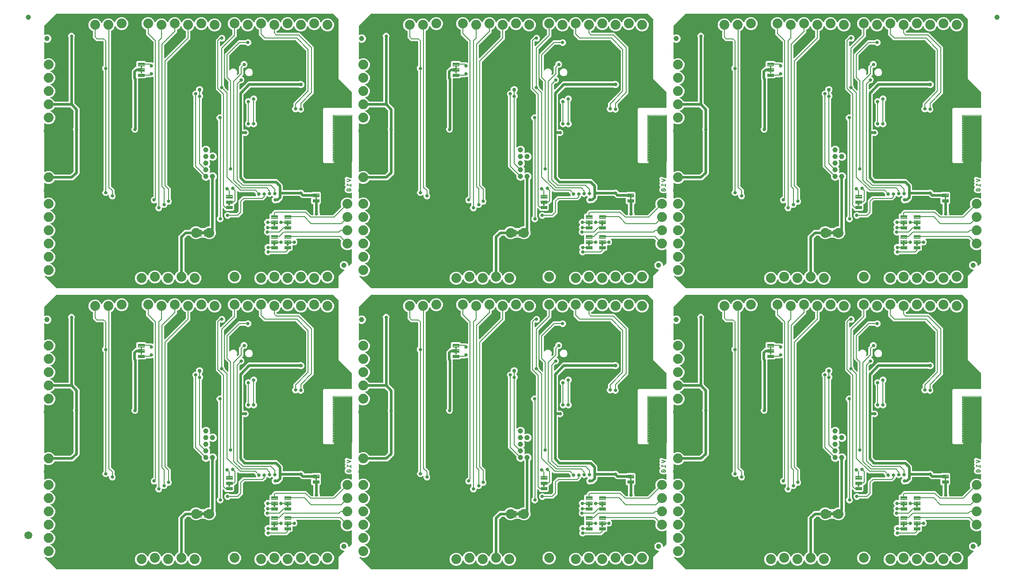
<source format=gbl>
G04 EAGLE Gerber RS-274X export*
G75*
%MOMM*%
%FSLAX34Y34*%
%LPD*%
%INBottom Copper*%
%IPPOS*%
%AMOC8*
5,1,8,0,0,1.08239X$1,22.5*%
G01*
%ADD10C,0.203200*%
%ADD11C,1.879600*%
%ADD12C,0.111000*%
%ADD13C,1.000000*%
%ADD14C,0.101600*%
%ADD15C,0.099059*%
%ADD16C,0.762000*%
%ADD17C,1.500000*%
%ADD18C,0.660400*%
%ADD19C,0.508000*%
%ADD20C,0.736600*%

G36*
X566478Y542553D02*
X566478Y542553D01*
X566536Y542551D01*
X566618Y542573D01*
X566702Y542585D01*
X566755Y542608D01*
X566811Y542623D01*
X566884Y542666D01*
X566961Y542701D01*
X567006Y542739D01*
X567056Y542768D01*
X567114Y542830D01*
X567178Y542884D01*
X567210Y542933D01*
X567250Y542976D01*
X567289Y543051D01*
X567336Y543121D01*
X567353Y543177D01*
X567380Y543229D01*
X567391Y543297D01*
X567421Y543392D01*
X567424Y543492D01*
X567435Y543560D01*
X567435Y565564D01*
X578195Y576323D01*
X578212Y576347D01*
X578235Y576366D01*
X578298Y576460D01*
X578366Y576550D01*
X578376Y576578D01*
X578392Y576602D01*
X578427Y576710D01*
X578467Y576816D01*
X578469Y576845D01*
X578478Y576873D01*
X578481Y576987D01*
X578490Y577099D01*
X578485Y577128D01*
X578485Y577157D01*
X578457Y577267D01*
X578435Y577378D01*
X578421Y577404D01*
X578414Y577432D01*
X578356Y577530D01*
X578304Y577630D01*
X578283Y577652D01*
X578268Y577677D01*
X578186Y577754D01*
X578108Y577836D01*
X578082Y577851D01*
X578061Y577871D01*
X577960Y577923D01*
X577862Y577980D01*
X577834Y577987D01*
X577808Y578001D01*
X577731Y578014D01*
X577587Y578050D01*
X577524Y578048D01*
X577477Y578056D01*
X576249Y578056D01*
X573291Y579282D01*
X571027Y581546D01*
X569801Y584504D01*
X569801Y587706D01*
X571027Y590664D01*
X573291Y592928D01*
X576249Y594154D01*
X579451Y594154D01*
X582409Y592928D01*
X584673Y590664D01*
X585899Y587706D01*
X585899Y586478D01*
X585903Y586449D01*
X585900Y586420D01*
X585923Y586309D01*
X585939Y586197D01*
X585951Y586170D01*
X585956Y586141D01*
X586008Y586041D01*
X586055Y585937D01*
X586074Y585915D01*
X586087Y585889D01*
X586165Y585807D01*
X586238Y585720D01*
X586263Y585704D01*
X586283Y585683D01*
X586381Y585625D01*
X586475Y585563D01*
X586503Y585554D01*
X586528Y585539D01*
X586638Y585511D01*
X586746Y585477D01*
X586776Y585476D01*
X586804Y585469D01*
X586917Y585472D01*
X587030Y585470D01*
X587059Y585477D01*
X587088Y585478D01*
X587196Y585513D01*
X587305Y585541D01*
X587331Y585556D01*
X587359Y585565D01*
X587422Y585611D01*
X587550Y585687D01*
X587593Y585732D01*
X587632Y585760D01*
X592538Y590666D01*
X592590Y590736D01*
X592650Y590800D01*
X592676Y590849D01*
X592709Y590894D01*
X592740Y590975D01*
X592780Y591053D01*
X592788Y591101D01*
X592810Y591159D01*
X592822Y591307D01*
X592835Y591384D01*
X592835Y615965D01*
X592819Y616079D01*
X592809Y616193D01*
X592799Y616219D01*
X592795Y616247D01*
X592748Y616352D01*
X592707Y616459D01*
X592691Y616481D01*
X592679Y616506D01*
X592605Y616594D01*
X592536Y616685D01*
X592513Y616702D01*
X592496Y616723D01*
X592400Y616787D01*
X592308Y616856D01*
X592282Y616865D01*
X592259Y616881D01*
X592149Y616915D01*
X592042Y616956D01*
X592014Y616958D01*
X591988Y616966D01*
X591873Y616969D01*
X591759Y616979D01*
X591734Y616973D01*
X591704Y616974D01*
X591447Y616907D01*
X591431Y616903D01*
X586676Y614933D01*
X581724Y614933D01*
X577149Y616828D01*
X573648Y620329D01*
X571753Y624904D01*
X571753Y629856D01*
X572730Y632215D01*
X572731Y632216D01*
X572732Y632218D01*
X572766Y632351D01*
X572801Y632490D01*
X572801Y632492D01*
X572802Y632493D01*
X572797Y632634D01*
X572793Y632774D01*
X572793Y632776D01*
X572793Y632777D01*
X572750Y632910D01*
X572707Y633045D01*
X572706Y633046D01*
X572705Y633048D01*
X572697Y633060D01*
X572548Y633281D01*
X572525Y633301D01*
X572510Y633321D01*
X569225Y636607D01*
X569155Y636659D01*
X569091Y636719D01*
X569042Y636745D01*
X568998Y636778D01*
X568916Y636809D01*
X568838Y636849D01*
X568790Y636857D01*
X568732Y636879D01*
X568584Y636891D01*
X568507Y636904D01*
X487683Y636904D01*
X487654Y636900D01*
X487625Y636903D01*
X487514Y636880D01*
X487402Y636864D01*
X487375Y636852D01*
X487346Y636847D01*
X487245Y636794D01*
X487142Y636748D01*
X487120Y636729D01*
X487094Y636716D01*
X487012Y636638D01*
X486925Y636565D01*
X486909Y636540D01*
X486888Y636520D01*
X486830Y636422D01*
X486768Y636328D01*
X486759Y636300D01*
X486744Y636275D01*
X486716Y636165D01*
X486682Y636057D01*
X486681Y636027D01*
X486674Y635999D01*
X486677Y635886D01*
X486674Y635773D01*
X486682Y635744D01*
X486683Y635715D01*
X486718Y635607D01*
X486746Y635498D01*
X486761Y635472D01*
X486770Y635444D01*
X486816Y635380D01*
X486892Y635253D01*
X486937Y635210D01*
X486965Y635171D01*
X487984Y634152D01*
X488951Y631818D01*
X488951Y629292D01*
X487984Y626958D01*
X486197Y625171D01*
X483863Y624204D01*
X481337Y624204D01*
X480703Y624467D01*
X480591Y624496D01*
X480482Y624530D01*
X480454Y624531D01*
X480427Y624538D01*
X480313Y624535D01*
X480198Y624538D01*
X480171Y624531D01*
X480143Y624530D01*
X480034Y624495D01*
X479923Y624466D01*
X479899Y624452D01*
X479872Y624443D01*
X479777Y624379D01*
X479678Y624321D01*
X479659Y624300D01*
X479636Y624285D01*
X479562Y624197D01*
X479484Y624113D01*
X479471Y624088D01*
X479453Y624067D01*
X479407Y623962D01*
X479354Y623860D01*
X479350Y623835D01*
X479338Y623807D01*
X479301Y623544D01*
X479299Y623529D01*
X479299Y615866D01*
X477223Y613790D01*
X474980Y613790D01*
X474922Y613782D01*
X474864Y613784D01*
X474782Y613762D01*
X474698Y613750D01*
X474645Y613727D01*
X474589Y613712D01*
X474516Y613669D01*
X474439Y613634D01*
X474394Y613596D01*
X474344Y613567D01*
X474286Y613505D01*
X474222Y613451D01*
X474190Y613402D01*
X474150Y613359D01*
X474111Y613284D01*
X474064Y613214D01*
X474047Y613158D01*
X474020Y613106D01*
X474009Y613041D01*
X468409Y607440D01*
X437772Y607440D01*
X437685Y607428D01*
X437598Y607425D01*
X437545Y607408D01*
X437491Y607400D01*
X437411Y607365D01*
X437328Y607338D01*
X437288Y607310D01*
X437231Y607284D01*
X437118Y607188D01*
X437054Y607143D01*
X436032Y606121D01*
X433698Y605154D01*
X431172Y605154D01*
X428838Y606121D01*
X427051Y607908D01*
X426084Y610242D01*
X426084Y612768D01*
X427051Y615102D01*
X427181Y615232D01*
X427216Y615279D01*
X427258Y615319D01*
X427301Y615392D01*
X427352Y615459D01*
X427372Y615514D01*
X427402Y615564D01*
X427423Y615646D01*
X427453Y615725D01*
X427458Y615783D01*
X427472Y615840D01*
X427469Y615924D01*
X427477Y616008D01*
X427465Y616066D01*
X427463Y616124D01*
X427437Y616204D01*
X427421Y616287D01*
X427394Y616339D01*
X427376Y616395D01*
X427336Y616451D01*
X427290Y616539D01*
X427221Y616612D01*
X427181Y616668D01*
X427051Y616798D01*
X426084Y619132D01*
X426084Y621658D01*
X427051Y623992D01*
X428838Y625779D01*
X431172Y626746D01*
X433699Y626746D01*
X433809Y626717D01*
X433918Y626683D01*
X433946Y626682D01*
X433973Y626675D01*
X434088Y626678D01*
X434202Y626675D01*
X434229Y626682D01*
X434257Y626683D01*
X434366Y626718D01*
X434477Y626747D01*
X434501Y626761D01*
X434528Y626770D01*
X434623Y626834D01*
X434722Y626892D01*
X434741Y626913D01*
X434764Y626928D01*
X434838Y627016D01*
X434916Y627100D01*
X434929Y627124D01*
X434947Y627146D01*
X434994Y627251D01*
X435046Y627353D01*
X435050Y627377D01*
X435062Y627405D01*
X435099Y627670D01*
X435101Y627684D01*
X435101Y634830D01*
X435316Y635044D01*
X435351Y635091D01*
X435393Y635131D01*
X435436Y635204D01*
X435487Y635271D01*
X435507Y635326D01*
X435537Y635376D01*
X435558Y635458D01*
X435588Y635537D01*
X435593Y635595D01*
X435607Y635652D01*
X435604Y635736D01*
X435611Y635820D01*
X435600Y635878D01*
X435598Y635936D01*
X435572Y636016D01*
X435555Y636099D01*
X435529Y636151D01*
X435511Y636207D01*
X435470Y636263D01*
X435424Y636351D01*
X435356Y636424D01*
X435316Y636480D01*
X435101Y636694D01*
X435101Y642842D01*
X435085Y642956D01*
X435075Y643070D01*
X435065Y643096D01*
X435061Y643124D01*
X435014Y643228D01*
X434973Y643336D01*
X434957Y643358D01*
X434945Y643383D01*
X434871Y643471D01*
X434802Y643562D01*
X434779Y643579D01*
X434762Y643600D01*
X434666Y643664D01*
X434574Y643732D01*
X434548Y643742D01*
X434525Y643758D01*
X434415Y643792D01*
X434308Y643833D01*
X434280Y643835D01*
X434254Y643843D01*
X434139Y643846D01*
X434025Y643855D01*
X434000Y643850D01*
X433970Y643851D01*
X433713Y643784D01*
X433697Y643780D01*
X432428Y643254D01*
X429902Y643254D01*
X427568Y644221D01*
X425781Y646008D01*
X424814Y648342D01*
X424814Y650868D01*
X425781Y653202D01*
X426247Y653668D01*
X426248Y653670D01*
X426249Y653670D01*
X426334Y653783D01*
X426418Y653895D01*
X426418Y653897D01*
X426419Y653898D01*
X426469Y654028D01*
X426519Y654161D01*
X426519Y654163D01*
X426520Y654164D01*
X426531Y654308D01*
X426543Y654444D01*
X426542Y654446D01*
X426542Y654448D01*
X426539Y654463D01*
X426487Y654723D01*
X426473Y654750D01*
X426467Y654775D01*
X425449Y657232D01*
X425449Y659758D01*
X426416Y662092D01*
X427181Y662857D01*
X427216Y662904D01*
X427258Y662944D01*
X427301Y663017D01*
X427352Y663084D01*
X427372Y663139D01*
X427402Y663189D01*
X427423Y663271D01*
X427453Y663350D01*
X427458Y663408D01*
X427472Y663465D01*
X427469Y663549D01*
X427476Y663633D01*
X427465Y663691D01*
X427463Y663749D01*
X427437Y663829D01*
X427421Y663912D01*
X427394Y663964D01*
X427376Y664020D01*
X427336Y664076D01*
X427290Y664164D01*
X427221Y664237D01*
X427181Y664293D01*
X426416Y665058D01*
X425449Y667392D01*
X425449Y669918D01*
X426416Y672252D01*
X428203Y674039D01*
X430537Y675006D01*
X433063Y675006D01*
X433697Y674743D01*
X433809Y674714D01*
X433918Y674680D01*
X433946Y674679D01*
X433973Y674672D01*
X434087Y674675D01*
X434202Y674672D01*
X434229Y674679D01*
X434257Y674680D01*
X434366Y674715D01*
X434477Y674744D01*
X434501Y674758D01*
X434528Y674767D01*
X434623Y674831D01*
X434722Y674889D01*
X434741Y674910D01*
X434764Y674925D01*
X434838Y675013D01*
X434916Y675097D01*
X434929Y675122D01*
X434947Y675143D01*
X434993Y675248D01*
X435046Y675350D01*
X435050Y675375D01*
X435062Y675403D01*
X435099Y675665D01*
X435101Y675681D01*
X435101Y683344D01*
X437177Y685420D01*
X439420Y685420D01*
X439478Y685428D01*
X439536Y685426D01*
X439618Y685448D01*
X439702Y685460D01*
X439755Y685483D01*
X439811Y685498D01*
X439884Y685541D01*
X439961Y685576D01*
X440006Y685614D01*
X440056Y685643D01*
X440114Y685705D01*
X440178Y685759D01*
X440210Y685808D01*
X440250Y685851D01*
X440289Y685926D01*
X440336Y685996D01*
X440353Y686052D01*
X440380Y686104D01*
X440391Y686172D01*
X440421Y686267D01*
X440424Y686367D01*
X440435Y686435D01*
X440435Y687738D01*
X444721Y692024D01*
X505484Y692024D01*
X508163Y689345D01*
X514966Y682542D01*
X515036Y682490D01*
X515100Y682430D01*
X515149Y682404D01*
X515193Y682371D01*
X515275Y682340D01*
X515353Y682300D01*
X515400Y682292D01*
X515459Y682270D01*
X515606Y682258D01*
X515684Y682245D01*
X517652Y682245D01*
X517710Y682253D01*
X517768Y682251D01*
X517850Y682273D01*
X517934Y682285D01*
X517987Y682308D01*
X518043Y682323D01*
X518116Y682366D01*
X518193Y682401D01*
X518238Y682439D01*
X518288Y682468D01*
X518346Y682530D01*
X518410Y682584D01*
X518442Y682633D01*
X518482Y682676D01*
X518521Y682751D01*
X518568Y682821D01*
X518585Y682877D01*
X518612Y682929D01*
X518623Y682997D01*
X518653Y683092D01*
X518656Y683192D01*
X518667Y683260D01*
X518667Y685666D01*
X519352Y687319D01*
X519360Y687349D01*
X519374Y687377D01*
X519387Y687454D01*
X519405Y687525D01*
X519415Y687558D01*
X519416Y687566D01*
X519423Y687595D01*
X519421Y687659D01*
X519429Y687708D01*
X519429Y702437D01*
X519421Y702495D01*
X519423Y702553D01*
X519401Y702635D01*
X519389Y702719D01*
X519366Y702772D01*
X519351Y702828D01*
X519308Y702901D01*
X519273Y702978D01*
X519235Y703023D01*
X519206Y703073D01*
X519144Y703131D01*
X519090Y703195D01*
X519041Y703227D01*
X518998Y703267D01*
X518923Y703306D01*
X518853Y703353D01*
X518797Y703370D01*
X518745Y703397D01*
X518677Y703408D01*
X518582Y703438D01*
X518482Y703441D01*
X518414Y703452D01*
X517060Y703452D01*
X514984Y705528D01*
X514984Y713613D01*
X514976Y713671D01*
X514978Y713729D01*
X514956Y713811D01*
X514944Y713895D01*
X514921Y713948D01*
X514906Y714004D01*
X514863Y714077D01*
X514828Y714154D01*
X514790Y714199D01*
X514761Y714249D01*
X514699Y714307D01*
X514645Y714371D01*
X514596Y714403D01*
X514553Y714443D01*
X514478Y714482D01*
X514408Y714529D01*
X514352Y714546D01*
X514300Y714573D01*
X514232Y714584D01*
X514137Y714614D01*
X514037Y714617D01*
X513969Y714628D01*
X497871Y714628D01*
X495817Y715479D01*
X494102Y717194D01*
X492742Y718554D01*
X492718Y718572D01*
X492698Y718596D01*
X492631Y718638D01*
X492515Y718725D01*
X492455Y718748D01*
X492413Y718774D01*
X492184Y718869D01*
X492154Y718877D01*
X492126Y718891D01*
X492049Y718904D01*
X491908Y718940D01*
X491844Y718938D01*
X491795Y718946D01*
X461899Y718946D01*
X461841Y718938D01*
X461783Y718940D01*
X461701Y718918D01*
X461617Y718906D01*
X461564Y718883D01*
X461508Y718868D01*
X461435Y718825D01*
X461358Y718790D01*
X461313Y718752D01*
X461263Y718723D01*
X461205Y718661D01*
X461141Y718607D01*
X461109Y718558D01*
X461069Y718515D01*
X461030Y718440D01*
X460983Y718370D01*
X460966Y718314D01*
X460939Y718262D01*
X460928Y718194D01*
X460898Y718099D01*
X460895Y717999D01*
X460884Y717931D01*
X460884Y714787D01*
X460033Y712733D01*
X453889Y706589D01*
X451835Y705738D01*
X449202Y705738D01*
X449171Y705734D01*
X449140Y705736D01*
X449064Y705719D01*
X448920Y705698D01*
X448862Y705672D01*
X448813Y705661D01*
X447160Y704976D01*
X444634Y704976D01*
X442300Y705943D01*
X440513Y707730D01*
X439546Y710064D01*
X439546Y712590D01*
X440513Y714924D01*
X441829Y716241D01*
X441899Y716333D01*
X441972Y716421D01*
X441984Y716446D01*
X442000Y716468D01*
X442041Y716575D01*
X442088Y716680D01*
X442092Y716708D01*
X442102Y716734D01*
X442111Y716848D01*
X442127Y716962D01*
X442123Y716989D01*
X442125Y717017D01*
X442103Y717129D01*
X442086Y717243D01*
X442075Y717269D01*
X442069Y717296D01*
X442016Y717398D01*
X441969Y717502D01*
X441951Y717523D01*
X441938Y717548D01*
X441859Y717632D01*
X441785Y717719D01*
X441764Y717732D01*
X441743Y717754D01*
X441554Y717864D01*
X440900Y718519D01*
X440853Y718554D01*
X440813Y718596D01*
X440740Y718639D01*
X440673Y718690D01*
X440618Y718710D01*
X440568Y718740D01*
X440486Y718761D01*
X440407Y718791D01*
X440349Y718796D01*
X440292Y718810D01*
X440208Y718807D01*
X440124Y718814D01*
X440066Y718803D01*
X440008Y718801D01*
X439928Y718775D01*
X439845Y718759D01*
X439793Y718732D01*
X439737Y718714D01*
X439681Y718674D01*
X439593Y718628D01*
X439520Y718559D01*
X439464Y718519D01*
X438826Y717881D01*
X436492Y716914D01*
X433966Y716914D01*
X431632Y717881D01*
X431121Y718392D01*
X431074Y718427D01*
X431034Y718469D01*
X430961Y718512D01*
X430894Y718563D01*
X430839Y718584D01*
X430789Y718613D01*
X430707Y718634D01*
X430628Y718664D01*
X430570Y718669D01*
X430513Y718683D01*
X430429Y718680D01*
X430345Y718687D01*
X430287Y718676D01*
X430229Y718674D01*
X430149Y718648D01*
X430066Y718632D01*
X430014Y718605D01*
X429958Y718587D01*
X429902Y718547D01*
X429814Y718501D01*
X429741Y718432D01*
X429685Y718392D01*
X429558Y718265D01*
X429506Y718195D01*
X429446Y718131D01*
X429420Y718082D01*
X429387Y718038D01*
X429356Y717956D01*
X429316Y717878D01*
X429308Y717830D01*
X429286Y717772D01*
X429274Y717624D01*
X429261Y717547D01*
X429261Y716120D01*
X423451Y710310D01*
X388184Y710310D01*
X388098Y710298D01*
X388010Y710295D01*
X387958Y710278D01*
X387903Y710270D01*
X387823Y710235D01*
X387740Y710208D01*
X387700Y710180D01*
X387643Y710154D01*
X387530Y710058D01*
X387466Y710013D01*
X384727Y707274D01*
X384675Y707204D01*
X384615Y707140D01*
X384589Y707091D01*
X384556Y707046D01*
X384525Y706965D01*
X384485Y706887D01*
X384477Y706839D01*
X384455Y706781D01*
X384443Y706633D01*
X384430Y706556D01*
X384430Y686021D01*
X376080Y677671D01*
X360556Y677671D01*
X360469Y677659D01*
X360382Y677656D01*
X360329Y677639D01*
X360275Y677631D01*
X360195Y677596D01*
X360112Y677569D01*
X360072Y677541D01*
X360015Y677515D01*
X359902Y677419D01*
X359838Y677374D01*
X358816Y676352D01*
X356482Y675385D01*
X353956Y675385D01*
X351622Y676352D01*
X349835Y678139D01*
X348868Y680473D01*
X348868Y682999D01*
X349835Y685333D01*
X351622Y687120D01*
X353956Y688087D01*
X356482Y688087D01*
X358816Y687120D01*
X359838Y686098D01*
X359908Y686046D01*
X359972Y685986D01*
X360021Y685960D01*
X360065Y685927D01*
X360147Y685896D01*
X360225Y685856D01*
X360273Y685848D01*
X360331Y685826D01*
X360479Y685814D01*
X360556Y685801D01*
X372292Y685801D01*
X372378Y685813D01*
X372466Y685816D01*
X372518Y685833D01*
X372573Y685841D01*
X372653Y685876D01*
X372736Y685903D01*
X372776Y685931D01*
X372833Y685957D01*
X372946Y686053D01*
X373010Y686098D01*
X376003Y689091D01*
X376055Y689161D01*
X376115Y689225D01*
X376141Y689274D01*
X376174Y689319D01*
X376205Y689400D01*
X376245Y689478D01*
X376253Y689526D01*
X376275Y689584D01*
X376287Y689732D01*
X376300Y689809D01*
X376300Y710344D01*
X384396Y718440D01*
X408442Y718440D01*
X408556Y718456D01*
X408670Y718466D01*
X408696Y718476D01*
X408724Y718480D01*
X408829Y718527D01*
X408936Y718568D01*
X408958Y718584D01*
X408983Y718596D01*
X409071Y718670D01*
X409162Y718739D01*
X409179Y718762D01*
X409200Y718779D01*
X409264Y718875D01*
X409333Y718967D01*
X409342Y718993D01*
X409358Y719016D01*
X409392Y719126D01*
X409433Y719233D01*
X409435Y719261D01*
X409444Y719287D01*
X409446Y719402D01*
X409456Y719516D01*
X409450Y719541D01*
X409451Y719571D01*
X409384Y719828D01*
X409380Y719844D01*
X408749Y721367D01*
X408749Y722812D01*
X408737Y722898D01*
X408734Y722986D01*
X408717Y723038D01*
X408709Y723093D01*
X408674Y723173D01*
X408647Y723256D01*
X408619Y723296D01*
X408593Y723353D01*
X408497Y723466D01*
X408452Y723530D01*
X406602Y725380D01*
X406532Y725432D01*
X406468Y725492D01*
X406419Y725518D01*
X406374Y725551D01*
X406293Y725582D01*
X406215Y725622D01*
X406167Y725630D01*
X406109Y725652D01*
X405961Y725664D01*
X405884Y725677D01*
X377284Y725677D01*
X375368Y727594D01*
X375344Y727611D01*
X375325Y727634D01*
X375231Y727697D01*
X375141Y727765D01*
X375113Y727775D01*
X375089Y727791D01*
X374981Y727826D01*
X374875Y727866D01*
X374846Y727868D01*
X374818Y727877D01*
X374704Y727880D01*
X374592Y727889D01*
X374563Y727884D01*
X374534Y727884D01*
X374424Y727856D01*
X374313Y727834D01*
X374287Y727820D01*
X374259Y727813D01*
X374161Y727755D01*
X374061Y727703D01*
X374039Y727682D01*
X374014Y727667D01*
X373937Y727585D01*
X373855Y727507D01*
X373840Y727481D01*
X373820Y727460D01*
X373768Y727359D01*
X373711Y727261D01*
X373704Y727233D01*
X373690Y727207D01*
X373677Y727130D01*
X373641Y726986D01*
X373643Y726923D01*
X373635Y726876D01*
X373635Y708246D01*
X368714Y703325D01*
X368169Y703325D01*
X368083Y703313D01*
X367995Y703310D01*
X367943Y703293D01*
X367888Y703285D01*
X367808Y703250D01*
X367725Y703223D01*
X367685Y703195D01*
X367628Y703169D01*
X367515Y703074D01*
X367451Y703028D01*
X367324Y702901D01*
X367289Y702854D01*
X367247Y702814D01*
X367204Y702741D01*
X367153Y702674D01*
X367133Y702619D01*
X367103Y702569D01*
X367082Y702487D01*
X367052Y702408D01*
X367047Y702350D01*
X367033Y702293D01*
X367036Y702209D01*
X367029Y702125D01*
X367040Y702067D01*
X367042Y702009D01*
X367068Y701929D01*
X367084Y701846D01*
X367111Y701794D01*
X367129Y701738D01*
X367169Y701682D01*
X367215Y701594D01*
X367284Y701521D01*
X367324Y701465D01*
X367539Y701251D01*
X367539Y692701D01*
X365463Y690625D01*
X350817Y690625D01*
X348741Y692701D01*
X348741Y692840D01*
X348734Y692892D01*
X348735Y692918D01*
X348729Y692941D01*
X348726Y693014D01*
X348709Y693067D01*
X348701Y693121D01*
X348666Y693201D01*
X348639Y693284D01*
X348611Y693324D01*
X348585Y693381D01*
X348489Y693494D01*
X348444Y693558D01*
X346793Y695209D01*
X346769Y695226D01*
X346750Y695249D01*
X346656Y695312D01*
X346566Y695380D01*
X346538Y695390D01*
X346514Y695406D01*
X346406Y695441D01*
X346300Y695481D01*
X346271Y695483D01*
X346243Y695492D01*
X346129Y695495D01*
X346017Y695504D01*
X345988Y695499D01*
X345959Y695499D01*
X345849Y695471D01*
X345738Y695449D01*
X345712Y695435D01*
X345684Y695428D01*
X345586Y695370D01*
X345486Y695318D01*
X345464Y695297D01*
X345439Y695282D01*
X345362Y695200D01*
X345280Y695122D01*
X345265Y695096D01*
X345245Y695075D01*
X345193Y694974D01*
X345136Y694876D01*
X345129Y694848D01*
X345115Y694822D01*
X345102Y694745D01*
X345066Y694601D01*
X345068Y694538D01*
X345060Y694491D01*
X345060Y680342D01*
X345072Y680255D01*
X345075Y680168D01*
X345092Y680115D01*
X345100Y680061D01*
X345135Y679981D01*
X345162Y679898D01*
X345190Y679858D01*
X345216Y679801D01*
X345312Y679688D01*
X345357Y679624D01*
X346379Y678602D01*
X347346Y676268D01*
X347346Y673742D01*
X346379Y671408D01*
X344592Y669621D01*
X342258Y668654D01*
X339732Y668654D01*
X337398Y669621D01*
X335611Y671408D01*
X334644Y673742D01*
X334644Y676268D01*
X335611Y678602D01*
X336633Y679624D01*
X336685Y679694D01*
X336745Y679758D01*
X336771Y679807D01*
X336804Y679851D01*
X336835Y679933D01*
X336875Y680011D01*
X336883Y680059D01*
X336905Y680117D01*
X336917Y680265D01*
X336930Y680342D01*
X336930Y862708D01*
X336918Y862795D01*
X336915Y862882D01*
X336898Y862935D01*
X336890Y862989D01*
X336855Y863069D01*
X336828Y863152D01*
X336800Y863192D01*
X336774Y863249D01*
X336678Y863362D01*
X336633Y863426D01*
X334976Y865083D01*
X334009Y867417D01*
X334009Y869943D01*
X334976Y872277D01*
X336763Y874064D01*
X339097Y875031D01*
X341623Y875031D01*
X341749Y874978D01*
X341860Y874950D01*
X341970Y874915D01*
X341998Y874914D01*
X342025Y874907D01*
X342139Y874911D01*
X342254Y874908D01*
X342281Y874915D01*
X342309Y874916D01*
X342418Y874951D01*
X342529Y874980D01*
X342553Y874994D01*
X342580Y875002D01*
X342675Y875066D01*
X342774Y875125D01*
X342793Y875145D01*
X342816Y875161D01*
X342890Y875248D01*
X342968Y875332D01*
X342981Y875357D01*
X342999Y875378D01*
X343045Y875483D01*
X343098Y875585D01*
X343102Y875610D01*
X343114Y875638D01*
X343151Y875902D01*
X343153Y875916D01*
X343153Y911788D01*
X343141Y911874D01*
X343138Y911962D01*
X343121Y912015D01*
X343113Y912069D01*
X343078Y912149D01*
X343051Y912232D01*
X343023Y912272D01*
X342997Y912329D01*
X342901Y912442D01*
X342856Y912506D01*
X332485Y922876D01*
X332485Y1017684D01*
X337268Y1022466D01*
X338153Y1023352D01*
X338172Y1023376D01*
X338195Y1023396D01*
X338237Y1023463D01*
X338324Y1023579D01*
X338347Y1023639D01*
X338373Y1023681D01*
X338786Y1024677D01*
X340573Y1026464D01*
X342907Y1027431D01*
X345433Y1027431D01*
X347767Y1026464D01*
X349554Y1024677D01*
X350521Y1022343D01*
X350521Y1019817D01*
X349554Y1017483D01*
X347767Y1015696D01*
X345433Y1014729D01*
X342907Y1014729D01*
X342205Y1015020D01*
X342203Y1015020D01*
X342202Y1015021D01*
X342064Y1015056D01*
X341929Y1015091D01*
X341928Y1015091D01*
X341926Y1015091D01*
X341780Y1015087D01*
X341645Y1015083D01*
X341644Y1015082D01*
X341642Y1015082D01*
X341505Y1015038D01*
X341375Y1014996D01*
X341373Y1014995D01*
X341372Y1014995D01*
X341359Y1014986D01*
X341138Y1014838D01*
X341119Y1014814D01*
X341098Y1014800D01*
X340912Y1014614D01*
X340859Y1014544D01*
X340800Y1014480D01*
X340774Y1014431D01*
X340741Y1014386D01*
X340710Y1014305D01*
X340670Y1014227D01*
X340662Y1014179D01*
X340640Y1014121D01*
X340628Y1013973D01*
X340615Y1013896D01*
X340615Y1007182D01*
X340619Y1007153D01*
X340616Y1007124D01*
X340639Y1007013D01*
X340655Y1006901D01*
X340667Y1006874D01*
X340672Y1006845D01*
X340724Y1006745D01*
X340771Y1006641D01*
X340790Y1006619D01*
X340803Y1006593D01*
X340881Y1006511D01*
X340954Y1006424D01*
X340979Y1006408D01*
X340999Y1006387D01*
X341097Y1006329D01*
X341191Y1006267D01*
X341219Y1006258D01*
X341244Y1006243D01*
X341354Y1006215D01*
X341462Y1006181D01*
X341492Y1006180D01*
X341520Y1006173D01*
X341633Y1006176D01*
X341746Y1006174D01*
X341775Y1006181D01*
X341804Y1006182D01*
X341912Y1006217D01*
X342021Y1006245D01*
X342047Y1006260D01*
X342075Y1006269D01*
X342138Y1006315D01*
X342266Y1006391D01*
X342309Y1006436D01*
X342348Y1006464D01*
X363938Y1028054D01*
X363990Y1028124D01*
X364050Y1028188D01*
X364076Y1028237D01*
X364109Y1028282D01*
X364140Y1028363D01*
X364180Y1028441D01*
X364188Y1028489D01*
X364210Y1028547D01*
X364221Y1028681D01*
X364221Y1028682D01*
X364221Y1028683D01*
X364222Y1028695D01*
X364235Y1028772D01*
X364235Y1036553D01*
X364235Y1036555D01*
X364235Y1036556D01*
X364215Y1036695D01*
X364195Y1036835D01*
X364195Y1036836D01*
X364195Y1036838D01*
X364138Y1036963D01*
X364079Y1037094D01*
X364078Y1037095D01*
X364077Y1037097D01*
X363986Y1037204D01*
X363896Y1037311D01*
X363894Y1037312D01*
X363893Y1037313D01*
X363880Y1037321D01*
X363659Y1037469D01*
X363630Y1037478D01*
X363609Y1037491D01*
X361249Y1038468D01*
X357748Y1041969D01*
X355853Y1046544D01*
X355853Y1051496D01*
X357748Y1056071D01*
X361249Y1059572D01*
X365824Y1061467D01*
X370776Y1061467D01*
X375351Y1059572D01*
X378852Y1056071D01*
X380588Y1051879D01*
X380603Y1051854D01*
X380612Y1051826D01*
X380675Y1051731D01*
X380733Y1051634D01*
X380754Y1051614D01*
X380770Y1051589D01*
X380857Y1051517D01*
X380939Y1051439D01*
X380965Y1051425D01*
X380988Y1051406D01*
X381091Y1051360D01*
X381192Y1051309D01*
X381221Y1051303D01*
X381248Y1051291D01*
X381360Y1051275D01*
X381471Y1051254D01*
X381500Y1051256D01*
X381529Y1051252D01*
X381641Y1051268D01*
X381754Y1051278D01*
X381782Y1051289D01*
X381811Y1051293D01*
X381914Y1051339D01*
X382019Y1051380D01*
X382043Y1051398D01*
X382070Y1051410D01*
X382156Y1051483D01*
X382246Y1051552D01*
X382264Y1051575D01*
X382286Y1051594D01*
X382328Y1051661D01*
X382416Y1051779D01*
X382438Y1051838D01*
X382464Y1051879D01*
X383148Y1053531D01*
X386649Y1057032D01*
X391224Y1058927D01*
X396176Y1058927D01*
X400751Y1057032D01*
X404252Y1053531D01*
X404936Y1051879D01*
X404951Y1051854D01*
X404960Y1051826D01*
X405023Y1051731D01*
X405080Y1051634D01*
X405102Y1051614D01*
X405118Y1051589D01*
X405205Y1051516D01*
X405287Y1051439D01*
X405313Y1051425D01*
X405336Y1051406D01*
X405439Y1051360D01*
X405540Y1051309D01*
X405569Y1051303D01*
X405595Y1051291D01*
X405708Y1051275D01*
X405819Y1051254D01*
X405848Y1051256D01*
X405877Y1051252D01*
X405989Y1051268D01*
X406102Y1051278D01*
X406129Y1051289D01*
X406158Y1051293D01*
X406261Y1051339D01*
X406367Y1051380D01*
X406391Y1051398D01*
X406418Y1051410D01*
X406504Y1051483D01*
X406594Y1051552D01*
X406612Y1051575D01*
X406634Y1051594D01*
X406676Y1051661D01*
X406764Y1051779D01*
X406786Y1051838D01*
X406812Y1051879D01*
X408548Y1056071D01*
X412049Y1059572D01*
X416624Y1061467D01*
X421576Y1061467D01*
X426151Y1059572D01*
X429652Y1056071D01*
X431388Y1051879D01*
X431403Y1051854D01*
X431412Y1051826D01*
X431475Y1051731D01*
X431533Y1051634D01*
X431554Y1051614D01*
X431570Y1051589D01*
X431657Y1051516D01*
X431739Y1051439D01*
X431765Y1051425D01*
X431788Y1051406D01*
X431891Y1051360D01*
X431992Y1051309D01*
X432021Y1051303D01*
X432048Y1051291D01*
X432160Y1051275D01*
X432271Y1051254D01*
X432300Y1051256D01*
X432329Y1051252D01*
X432441Y1051268D01*
X432554Y1051278D01*
X432582Y1051289D01*
X432611Y1051293D01*
X432714Y1051339D01*
X432819Y1051380D01*
X432843Y1051398D01*
X432870Y1051410D01*
X432956Y1051483D01*
X433046Y1051552D01*
X433064Y1051575D01*
X433086Y1051594D01*
X433128Y1051661D01*
X433216Y1051779D01*
X433238Y1051838D01*
X433264Y1051879D01*
X433948Y1053531D01*
X437449Y1057032D01*
X442024Y1058927D01*
X446976Y1058927D01*
X451551Y1057032D01*
X455052Y1053531D01*
X455736Y1051879D01*
X455751Y1051854D01*
X455760Y1051826D01*
X455823Y1051731D01*
X455880Y1051634D01*
X455902Y1051614D01*
X455918Y1051589D01*
X456005Y1051516D01*
X456087Y1051439D01*
X456113Y1051425D01*
X456136Y1051406D01*
X456239Y1051360D01*
X456340Y1051309D01*
X456369Y1051303D01*
X456395Y1051291D01*
X456508Y1051275D01*
X456619Y1051254D01*
X456648Y1051256D01*
X456677Y1051252D01*
X456789Y1051268D01*
X456902Y1051278D01*
X456929Y1051289D01*
X456958Y1051293D01*
X457061Y1051339D01*
X457167Y1051380D01*
X457191Y1051398D01*
X457218Y1051410D01*
X457304Y1051483D01*
X457394Y1051552D01*
X457412Y1051575D01*
X457434Y1051594D01*
X457475Y1051661D01*
X457564Y1051779D01*
X457586Y1051838D01*
X457612Y1051879D01*
X459348Y1056071D01*
X462849Y1059572D01*
X467424Y1061467D01*
X472376Y1061467D01*
X476951Y1059572D01*
X480452Y1056071D01*
X482188Y1051879D01*
X482203Y1051854D01*
X482212Y1051826D01*
X482275Y1051731D01*
X482333Y1051634D01*
X482354Y1051614D01*
X482370Y1051589D01*
X482457Y1051516D01*
X482539Y1051439D01*
X482565Y1051425D01*
X482588Y1051406D01*
X482691Y1051360D01*
X482792Y1051309D01*
X482821Y1051303D01*
X482848Y1051291D01*
X482960Y1051275D01*
X483071Y1051254D01*
X483100Y1051256D01*
X483129Y1051252D01*
X483241Y1051268D01*
X483354Y1051278D01*
X483382Y1051289D01*
X483411Y1051293D01*
X483514Y1051339D01*
X483619Y1051380D01*
X483643Y1051398D01*
X483670Y1051410D01*
X483756Y1051483D01*
X483846Y1051552D01*
X483864Y1051575D01*
X483886Y1051594D01*
X483928Y1051661D01*
X484016Y1051779D01*
X484038Y1051838D01*
X484064Y1051879D01*
X484748Y1053531D01*
X488249Y1057032D01*
X492824Y1058927D01*
X497776Y1058927D01*
X502351Y1057032D01*
X505852Y1053531D01*
X506536Y1051879D01*
X506551Y1051854D01*
X506560Y1051826D01*
X506623Y1051731D01*
X506680Y1051634D01*
X506702Y1051614D01*
X506718Y1051589D01*
X506805Y1051516D01*
X506887Y1051439D01*
X506913Y1051425D01*
X506936Y1051406D01*
X507039Y1051360D01*
X507140Y1051309D01*
X507169Y1051303D01*
X507195Y1051291D01*
X507308Y1051275D01*
X507419Y1051254D01*
X507448Y1051256D01*
X507477Y1051252D01*
X507589Y1051268D01*
X507702Y1051278D01*
X507729Y1051289D01*
X507758Y1051293D01*
X507861Y1051339D01*
X507967Y1051380D01*
X507991Y1051398D01*
X508018Y1051410D01*
X508104Y1051483D01*
X508194Y1051552D01*
X508212Y1051575D01*
X508234Y1051594D01*
X508275Y1051661D01*
X508364Y1051779D01*
X508386Y1051838D01*
X508412Y1051879D01*
X510148Y1056071D01*
X513649Y1059572D01*
X518224Y1061467D01*
X523176Y1061467D01*
X527751Y1059572D01*
X531252Y1056071D01*
X532988Y1051879D01*
X533003Y1051854D01*
X533012Y1051826D01*
X533075Y1051731D01*
X533133Y1051634D01*
X533154Y1051614D01*
X533170Y1051589D01*
X533257Y1051516D01*
X533339Y1051439D01*
X533365Y1051425D01*
X533388Y1051406D01*
X533491Y1051360D01*
X533592Y1051309D01*
X533621Y1051303D01*
X533648Y1051291D01*
X533760Y1051275D01*
X533871Y1051254D01*
X533900Y1051256D01*
X533929Y1051252D01*
X534041Y1051268D01*
X534154Y1051278D01*
X534182Y1051289D01*
X534211Y1051293D01*
X534314Y1051339D01*
X534419Y1051380D01*
X534443Y1051398D01*
X534470Y1051410D01*
X534556Y1051483D01*
X534646Y1051552D01*
X534664Y1051575D01*
X534686Y1051594D01*
X534728Y1051661D01*
X534816Y1051779D01*
X534838Y1051838D01*
X534864Y1051879D01*
X535548Y1053531D01*
X539049Y1057032D01*
X543624Y1058927D01*
X548576Y1058927D01*
X553151Y1057032D01*
X556652Y1053531D01*
X558547Y1048956D01*
X558547Y1044004D01*
X556652Y1039429D01*
X553151Y1035928D01*
X548576Y1034033D01*
X543624Y1034033D01*
X539049Y1035928D01*
X535548Y1039429D01*
X533812Y1043621D01*
X533797Y1043646D01*
X533788Y1043674D01*
X533725Y1043769D01*
X533667Y1043866D01*
X533646Y1043886D01*
X533630Y1043911D01*
X533543Y1043984D01*
X533461Y1044061D01*
X533435Y1044075D01*
X533412Y1044094D01*
X533309Y1044140D01*
X533208Y1044191D01*
X533179Y1044197D01*
X533152Y1044209D01*
X533040Y1044225D01*
X532929Y1044246D01*
X532900Y1044244D01*
X532871Y1044248D01*
X532759Y1044232D01*
X532646Y1044222D01*
X532618Y1044211D01*
X532589Y1044207D01*
X532486Y1044161D01*
X532381Y1044120D01*
X532357Y1044102D01*
X532330Y1044090D01*
X532244Y1044017D01*
X532154Y1043948D01*
X532136Y1043925D01*
X532114Y1043906D01*
X532072Y1043839D01*
X531984Y1043721D01*
X531962Y1043662D01*
X531936Y1043621D01*
X531252Y1041969D01*
X527751Y1038468D01*
X523176Y1036573D01*
X518224Y1036573D01*
X513649Y1038468D01*
X510148Y1041969D01*
X509464Y1043621D01*
X509449Y1043646D01*
X509440Y1043674D01*
X509377Y1043769D01*
X509320Y1043866D01*
X509298Y1043886D01*
X509282Y1043911D01*
X509195Y1043984D01*
X509113Y1044061D01*
X509087Y1044075D01*
X509064Y1044094D01*
X508961Y1044140D01*
X508860Y1044191D01*
X508831Y1044197D01*
X508805Y1044209D01*
X508692Y1044225D01*
X508581Y1044246D01*
X508552Y1044244D01*
X508523Y1044248D01*
X508411Y1044232D01*
X508298Y1044222D01*
X508271Y1044211D01*
X508242Y1044207D01*
X508139Y1044161D01*
X508033Y1044120D01*
X508009Y1044102D01*
X507982Y1044090D01*
X507896Y1044017D01*
X507806Y1043948D01*
X507788Y1043925D01*
X507766Y1043906D01*
X507725Y1043839D01*
X507636Y1043721D01*
X507614Y1043662D01*
X507588Y1043621D01*
X505852Y1039429D01*
X502351Y1035928D01*
X497776Y1034033D01*
X492824Y1034033D01*
X488249Y1035928D01*
X484748Y1039429D01*
X483012Y1043621D01*
X482997Y1043646D01*
X482988Y1043674D01*
X482925Y1043769D01*
X482867Y1043866D01*
X482846Y1043886D01*
X482830Y1043911D01*
X482743Y1043984D01*
X482661Y1044061D01*
X482635Y1044075D01*
X482612Y1044094D01*
X482509Y1044140D01*
X482408Y1044191D01*
X482379Y1044197D01*
X482352Y1044209D01*
X482240Y1044225D01*
X482129Y1044246D01*
X482100Y1044244D01*
X482071Y1044248D01*
X481959Y1044232D01*
X481846Y1044222D01*
X481818Y1044211D01*
X481789Y1044207D01*
X481686Y1044161D01*
X481581Y1044120D01*
X481557Y1044102D01*
X481530Y1044090D01*
X481444Y1044017D01*
X481354Y1043948D01*
X481336Y1043925D01*
X481314Y1043906D01*
X481272Y1043839D01*
X481184Y1043721D01*
X481162Y1043662D01*
X481136Y1043621D01*
X480452Y1041969D01*
X476951Y1038468D01*
X472376Y1036573D01*
X467424Y1036573D01*
X462849Y1038468D01*
X459348Y1041969D01*
X458664Y1043621D01*
X458649Y1043646D01*
X458640Y1043674D01*
X458577Y1043769D01*
X458520Y1043866D01*
X458498Y1043886D01*
X458482Y1043911D01*
X458395Y1043984D01*
X458313Y1044061D01*
X458287Y1044075D01*
X458264Y1044094D01*
X458161Y1044140D01*
X458060Y1044191D01*
X458031Y1044197D01*
X458005Y1044209D01*
X457892Y1044225D01*
X457781Y1044246D01*
X457752Y1044244D01*
X457723Y1044248D01*
X457611Y1044232D01*
X457498Y1044222D01*
X457471Y1044211D01*
X457442Y1044207D01*
X457339Y1044161D01*
X457233Y1044120D01*
X457209Y1044102D01*
X457182Y1044090D01*
X457096Y1044017D01*
X457006Y1043948D01*
X456988Y1043925D01*
X456966Y1043906D01*
X456925Y1043839D01*
X456836Y1043721D01*
X456814Y1043662D01*
X456788Y1043621D01*
X455052Y1039429D01*
X451551Y1035928D01*
X449191Y1034951D01*
X449190Y1034950D01*
X449189Y1034950D01*
X449070Y1034880D01*
X448947Y1034807D01*
X448946Y1034805D01*
X448944Y1034805D01*
X448847Y1034701D01*
X448751Y1034600D01*
X448751Y1034598D01*
X448750Y1034597D01*
X448685Y1034471D01*
X448621Y1034347D01*
X448621Y1034346D01*
X448620Y1034344D01*
X448618Y1034329D01*
X448566Y1034068D01*
X448569Y1034038D01*
X448565Y1034013D01*
X448565Y1033344D01*
X448577Y1033258D01*
X448580Y1033170D01*
X448597Y1033118D01*
X448605Y1033063D01*
X448640Y1032983D01*
X448667Y1032900D01*
X448695Y1032860D01*
X448721Y1032803D01*
X448817Y1032690D01*
X448862Y1032626D01*
X449696Y1031792D01*
X449766Y1031740D01*
X449830Y1031680D01*
X449879Y1031654D01*
X449924Y1031621D01*
X450005Y1031590D01*
X450083Y1031550D01*
X450131Y1031542D01*
X450189Y1031520D01*
X450337Y1031508D01*
X450414Y1031495D01*
X492539Y1031495D01*
X519685Y1004349D01*
X519685Y915338D01*
X517006Y912660D01*
X499462Y895116D01*
X499410Y895046D01*
X499350Y894982D01*
X499324Y894933D01*
X499291Y894889D01*
X499260Y894807D01*
X499220Y894729D01*
X499212Y894681D01*
X499190Y894623D01*
X499178Y894475D01*
X499165Y894398D01*
X499165Y890409D01*
X499177Y890322D01*
X499180Y890235D01*
X499197Y890182D01*
X499205Y890128D01*
X499240Y890048D01*
X499267Y889965D01*
X499295Y889925D01*
X499321Y889868D01*
X499417Y889755D01*
X499462Y889691D01*
X500484Y888669D01*
X501451Y886335D01*
X501451Y883809D01*
X500484Y881475D01*
X498697Y879688D01*
X496363Y878721D01*
X493837Y878721D01*
X491503Y879688D01*
X490564Y880627D01*
X490517Y880662D01*
X490477Y880704D01*
X490404Y880747D01*
X490337Y880798D01*
X490282Y880819D01*
X490232Y880848D01*
X490150Y880869D01*
X490071Y880899D01*
X490013Y880904D01*
X489956Y880918D01*
X489872Y880915D01*
X489788Y880922D01*
X489730Y880911D01*
X489672Y880909D01*
X489592Y880883D01*
X489509Y880867D01*
X489457Y880840D01*
X489401Y880822D01*
X489345Y880782D01*
X489257Y880736D01*
X489184Y880667D01*
X489128Y880627D01*
X488697Y880196D01*
X486363Y879229D01*
X483837Y879229D01*
X481503Y880196D01*
X479716Y881983D01*
X478749Y884317D01*
X478749Y886843D01*
X479716Y889177D01*
X480738Y890199D01*
X480790Y890269D01*
X480850Y890333D01*
X480876Y890382D01*
X480909Y890426D01*
X480940Y890508D01*
X480980Y890586D01*
X480988Y890634D01*
X481010Y890692D01*
X481022Y890840D01*
X481035Y890917D01*
X481035Y896994D01*
X504908Y920866D01*
X504960Y920936D01*
X505020Y921000D01*
X505046Y921049D01*
X505079Y921094D01*
X505110Y921175D01*
X505150Y921253D01*
X505158Y921301D01*
X505180Y921359D01*
X505192Y921507D01*
X505205Y921584D01*
X505205Y997386D01*
X505197Y997442D01*
X505199Y997493D01*
X505191Y997520D01*
X505190Y997560D01*
X505173Y997612D01*
X505165Y997667D01*
X505136Y997733D01*
X505127Y997768D01*
X505118Y997783D01*
X505103Y997830D01*
X505075Y997870D01*
X505049Y997927D01*
X504993Y997993D01*
X504982Y998013D01*
X504957Y998035D01*
X504953Y998040D01*
X504908Y998104D01*
X486294Y1016718D01*
X486224Y1016770D01*
X486160Y1016830D01*
X486111Y1016856D01*
X486066Y1016889D01*
X485985Y1016920D01*
X485907Y1016960D01*
X485859Y1016968D01*
X485801Y1016990D01*
X485653Y1017002D01*
X485576Y1017015D01*
X425036Y1017015D01*
X415035Y1027016D01*
X415035Y1036553D01*
X415035Y1036555D01*
X415035Y1036556D01*
X415015Y1036695D01*
X414995Y1036835D01*
X414995Y1036836D01*
X414995Y1036838D01*
X414938Y1036963D01*
X414879Y1037094D01*
X414878Y1037095D01*
X414877Y1037097D01*
X414786Y1037204D01*
X414696Y1037311D01*
X414694Y1037312D01*
X414693Y1037313D01*
X414680Y1037321D01*
X414459Y1037469D01*
X414430Y1037478D01*
X414409Y1037491D01*
X412049Y1038468D01*
X408548Y1041969D01*
X407864Y1043621D01*
X407849Y1043646D01*
X407840Y1043674D01*
X407777Y1043769D01*
X407720Y1043866D01*
X407698Y1043886D01*
X407682Y1043911D01*
X407595Y1043984D01*
X407513Y1044061D01*
X407487Y1044075D01*
X407464Y1044094D01*
X407361Y1044140D01*
X407260Y1044191D01*
X407231Y1044197D01*
X407205Y1044209D01*
X407092Y1044225D01*
X406981Y1044246D01*
X406952Y1044244D01*
X406923Y1044248D01*
X406811Y1044232D01*
X406698Y1044222D01*
X406671Y1044211D01*
X406642Y1044207D01*
X406539Y1044161D01*
X406433Y1044120D01*
X406409Y1044102D01*
X406382Y1044090D01*
X406296Y1044017D01*
X406206Y1043948D01*
X406188Y1043925D01*
X406166Y1043906D01*
X406124Y1043839D01*
X406036Y1043721D01*
X406014Y1043662D01*
X405988Y1043621D01*
X404252Y1039429D01*
X400751Y1035928D01*
X396176Y1034033D01*
X391224Y1034033D01*
X386649Y1035928D01*
X383148Y1039429D01*
X381412Y1043621D01*
X381397Y1043646D01*
X381388Y1043674D01*
X381325Y1043769D01*
X381267Y1043866D01*
X381246Y1043886D01*
X381230Y1043911D01*
X381143Y1043983D01*
X381061Y1044061D01*
X381035Y1044075D01*
X381012Y1044094D01*
X380909Y1044140D01*
X380808Y1044191D01*
X380779Y1044197D01*
X380752Y1044209D01*
X380640Y1044225D01*
X380529Y1044246D01*
X380500Y1044244D01*
X380471Y1044248D01*
X380359Y1044232D01*
X380246Y1044222D01*
X380218Y1044211D01*
X380189Y1044207D01*
X380086Y1044161D01*
X379981Y1044120D01*
X379957Y1044102D01*
X379930Y1044090D01*
X379844Y1044017D01*
X379754Y1043948D01*
X379736Y1043925D01*
X379714Y1043906D01*
X379672Y1043839D01*
X379584Y1043721D01*
X379562Y1043662D01*
X379536Y1043621D01*
X378852Y1041969D01*
X375351Y1038468D01*
X372991Y1037491D01*
X372990Y1037490D01*
X372989Y1037490D01*
X372868Y1037418D01*
X372747Y1037347D01*
X372746Y1037345D01*
X372744Y1037345D01*
X372647Y1037241D01*
X372551Y1037140D01*
X372551Y1037138D01*
X372550Y1037137D01*
X372485Y1037011D01*
X372421Y1036887D01*
X372421Y1036886D01*
X372420Y1036884D01*
X372418Y1036869D01*
X372366Y1036608D01*
X372369Y1036578D01*
X372365Y1036553D01*
X372365Y1024984D01*
X347897Y1000517D01*
X347845Y1000447D01*
X347785Y1000383D01*
X347759Y1000334D01*
X347726Y1000289D01*
X347695Y1000208D01*
X347655Y1000130D01*
X347647Y1000082D01*
X347625Y1000024D01*
X347613Y999876D01*
X347600Y999799D01*
X347600Y931802D01*
X347612Y931715D01*
X347615Y931628D01*
X347632Y931575D01*
X347640Y931521D01*
X347675Y931441D01*
X347702Y931358D01*
X347730Y931318D01*
X347756Y931261D01*
X347852Y931148D01*
X347897Y931084D01*
X348919Y930062D01*
X349886Y927728D01*
X349886Y926537D01*
X349898Y926451D01*
X349901Y926363D01*
X349918Y926311D01*
X349926Y926256D01*
X349961Y926176D01*
X349988Y926093D01*
X350016Y926053D01*
X350042Y925996D01*
X350138Y925883D01*
X350183Y925819D01*
X355009Y920993D01*
X355033Y920976D01*
X355052Y920953D01*
X355146Y920890D01*
X355236Y920822D01*
X355264Y920812D01*
X355288Y920796D01*
X355396Y920761D01*
X355502Y920721D01*
X355531Y920719D01*
X355559Y920710D01*
X355673Y920707D01*
X355785Y920698D01*
X355814Y920703D01*
X355843Y920703D01*
X355953Y920731D01*
X356064Y920753D01*
X356090Y920767D01*
X356118Y920774D01*
X356216Y920832D01*
X356316Y920884D01*
X356338Y920905D01*
X356363Y920920D01*
X356440Y921002D01*
X356522Y921080D01*
X356537Y921106D01*
X356557Y921127D01*
X356609Y921228D01*
X356666Y921326D01*
X356673Y921354D01*
X356687Y921380D01*
X356700Y921457D01*
X356736Y921601D01*
X356734Y921664D01*
X356742Y921711D01*
X356742Y937569D01*
X356730Y937655D01*
X356727Y937743D01*
X356710Y937795D01*
X356702Y937850D01*
X356667Y937930D01*
X356640Y938013D01*
X356612Y938053D01*
X356586Y938110D01*
X356490Y938223D01*
X356445Y938287D01*
X350138Y944593D01*
X350138Y991141D01*
X352817Y993819D01*
X373209Y1014211D01*
X375887Y1016890D01*
X388744Y1016890D01*
X388831Y1016902D01*
X388918Y1016905D01*
X388971Y1016922D01*
X389025Y1016930D01*
X389105Y1016965D01*
X389188Y1016992D01*
X389228Y1017020D01*
X389285Y1017046D01*
X389398Y1017142D01*
X389462Y1017187D01*
X390484Y1018209D01*
X392818Y1019176D01*
X395344Y1019176D01*
X397678Y1018209D01*
X399465Y1016422D01*
X400432Y1014088D01*
X400432Y1011562D01*
X399465Y1009228D01*
X397678Y1007441D01*
X395344Y1006474D01*
X392818Y1006474D01*
X390484Y1007441D01*
X389462Y1008463D01*
X389392Y1008515D01*
X389328Y1008575D01*
X389279Y1008601D01*
X389235Y1008634D01*
X389153Y1008665D01*
X389075Y1008705D01*
X389027Y1008713D01*
X388969Y1008735D01*
X388821Y1008747D01*
X388744Y1008760D01*
X379675Y1008760D01*
X379589Y1008748D01*
X379501Y1008745D01*
X379448Y1008728D01*
X379394Y1008720D01*
X379314Y1008685D01*
X379231Y1008658D01*
X379191Y1008630D01*
X379134Y1008604D01*
X379021Y1008508D01*
X378957Y1008463D01*
X358565Y988071D01*
X358513Y988001D01*
X358453Y987937D01*
X358427Y987888D01*
X358394Y987844D01*
X358363Y987762D01*
X358323Y987684D01*
X358315Y987636D01*
X358293Y987578D01*
X358281Y987430D01*
X358268Y987353D01*
X358268Y960716D01*
X358272Y960687D01*
X358269Y960657D01*
X358292Y960546D01*
X358308Y960434D01*
X358320Y960408D01*
X358325Y960379D01*
X358378Y960278D01*
X358424Y960175D01*
X358443Y960152D01*
X358456Y960126D01*
X358534Y960044D01*
X358607Y959958D01*
X358632Y959942D01*
X358652Y959920D01*
X358750Y959863D01*
X358844Y959800D01*
X358872Y959791D01*
X358897Y959777D01*
X359007Y959749D01*
X359115Y959714D01*
X359145Y959714D01*
X359173Y959706D01*
X359286Y959710D01*
X359399Y959707D01*
X359428Y959715D01*
X359457Y959716D01*
X359565Y959750D01*
X359674Y959779D01*
X359700Y959794D01*
X359728Y959803D01*
X359791Y959849D01*
X359919Y959924D01*
X359962Y959970D01*
X360001Y959998D01*
X361866Y961863D01*
X364548Y962974D01*
X367452Y962974D01*
X370134Y961863D01*
X372188Y959809D01*
X373299Y957127D01*
X373299Y954223D01*
X372623Y952592D01*
X372602Y952509D01*
X372571Y952428D01*
X372566Y952372D01*
X372552Y952317D01*
X372555Y952231D01*
X372547Y952145D01*
X372559Y952089D01*
X372560Y952033D01*
X372586Y951951D01*
X372603Y951866D01*
X372630Y951816D01*
X372647Y951762D01*
X372695Y951690D01*
X372734Y951614D01*
X372773Y951573D01*
X372805Y951526D01*
X372871Y951470D01*
X372930Y951408D01*
X372979Y951379D01*
X373023Y951343D01*
X373101Y951308D01*
X373175Y951264D01*
X373231Y951250D01*
X373283Y951227D01*
X373368Y951215D01*
X373451Y951194D01*
X373508Y951196D01*
X373564Y951188D01*
X373649Y951201D01*
X373735Y951203D01*
X373789Y951221D01*
X373846Y951229D01*
X373924Y951264D01*
X374006Y951291D01*
X374046Y951319D01*
X374105Y951346D01*
X374215Y951440D01*
X374279Y951486D01*
X376638Y953845D01*
X376690Y953914D01*
X376750Y953978D01*
X376776Y954028D01*
X376809Y954072D01*
X376840Y954153D01*
X376880Y954231D01*
X376888Y954279D01*
X376910Y954337D01*
X376922Y954485D01*
X376935Y954562D01*
X376935Y966884D01*
X380067Y970015D01*
X380119Y970085D01*
X380179Y970149D01*
X380205Y970198D01*
X380238Y970243D01*
X380269Y970324D01*
X380309Y970402D01*
X380317Y970450D01*
X380339Y970508D01*
X380351Y970656D01*
X380364Y970733D01*
X380364Y972178D01*
X381331Y974512D01*
X383118Y976299D01*
X385452Y977266D01*
X387978Y977266D01*
X390312Y976299D01*
X392099Y974512D01*
X393066Y972178D01*
X393066Y969652D01*
X392099Y967318D01*
X390312Y965531D01*
X387978Y964564D01*
X386533Y964564D01*
X386447Y964552D01*
X386359Y964549D01*
X386307Y964532D01*
X386252Y964524D01*
X386172Y964489D01*
X386089Y964462D01*
X386049Y964434D01*
X385992Y964408D01*
X385879Y964312D01*
X385815Y964267D01*
X385362Y963814D01*
X385310Y963744D01*
X385250Y963680D01*
X385224Y963631D01*
X385191Y963586D01*
X385160Y963505D01*
X385120Y963427D01*
X385112Y963379D01*
X385090Y963321D01*
X385078Y963173D01*
X385065Y963096D01*
X385065Y950775D01*
X383037Y948747D01*
X382968Y948655D01*
X382894Y948567D01*
X382883Y948542D01*
X382866Y948520D01*
X382825Y948412D01*
X382778Y948307D01*
X382775Y948280D01*
X382765Y948254D01*
X382755Y948140D01*
X382739Y948026D01*
X382743Y947998D01*
X382741Y947971D01*
X382764Y947858D01*
X382780Y947744D01*
X382792Y947719D01*
X382797Y947692D01*
X382850Y947590D01*
X382897Y947485D01*
X382915Y947464D01*
X382928Y947440D01*
X383007Y947356D01*
X383082Y947269D01*
X383103Y947256D01*
X383124Y947233D01*
X383354Y947099D01*
X383366Y947091D01*
X384597Y946581D01*
X386384Y944794D01*
X387351Y942460D01*
X387351Y939934D01*
X386384Y937600D01*
X384597Y935813D01*
X382263Y934846D01*
X380818Y934846D01*
X380732Y934834D01*
X380644Y934831D01*
X380592Y934814D01*
X380537Y934806D01*
X380457Y934771D01*
X380374Y934744D01*
X380334Y934716D01*
X380277Y934690D01*
X380164Y934594D01*
X380100Y934549D01*
X377742Y932191D01*
X377690Y932121D01*
X377630Y932057D01*
X377604Y932008D01*
X377571Y931963D01*
X377540Y931882D01*
X377500Y931804D01*
X377492Y931756D01*
X377470Y931698D01*
X377458Y931550D01*
X377445Y931473D01*
X377445Y923739D01*
X377449Y923710D01*
X377446Y923681D01*
X377469Y923570D01*
X377485Y923458D01*
X377497Y923431D01*
X377502Y923402D01*
X377554Y923302D01*
X377601Y923198D01*
X377620Y923176D01*
X377633Y923150D01*
X377711Y923068D01*
X377784Y922981D01*
X377809Y922965D01*
X377829Y922944D01*
X377927Y922887D01*
X378021Y922824D01*
X378049Y922815D01*
X378074Y922800D01*
X378184Y922772D01*
X378292Y922738D01*
X378322Y922737D01*
X378350Y922730D01*
X378463Y922734D01*
X378576Y922731D01*
X378605Y922738D01*
X378634Y922739D01*
X378742Y922774D01*
X378851Y922803D01*
X378877Y922818D01*
X378905Y922827D01*
X378968Y922872D01*
X379096Y922948D01*
X379139Y922994D01*
X379178Y923022D01*
X393328Y937172D01*
X395382Y938023D01*
X491613Y938023D01*
X491643Y938027D01*
X491674Y938025D01*
X491751Y938042D01*
X491894Y938063D01*
X491953Y938089D01*
X492001Y938100D01*
X493961Y938912D01*
X496639Y938912D01*
X499113Y937887D01*
X501007Y935993D01*
X502032Y933519D01*
X502032Y930841D01*
X501007Y928367D01*
X499113Y926473D01*
X496639Y925448D01*
X493961Y925448D01*
X491487Y926473D01*
X491412Y926548D01*
X491342Y926600D01*
X491278Y926660D01*
X491229Y926686D01*
X491185Y926719D01*
X491103Y926750D01*
X491025Y926790D01*
X490978Y926798D01*
X490919Y926820D01*
X490771Y926832D01*
X490694Y926845D01*
X399229Y926845D01*
X399143Y926833D01*
X399055Y926830D01*
X399003Y926813D01*
X398948Y926805D01*
X398868Y926770D01*
X398785Y926743D01*
X398746Y926715D01*
X398689Y926689D01*
X398575Y926593D01*
X398512Y926548D01*
X385743Y913779D01*
X385691Y913710D01*
X385631Y913646D01*
X385605Y913596D01*
X385572Y913552D01*
X385541Y913471D01*
X385501Y913393D01*
X385493Y913345D01*
X385471Y913287D01*
X385459Y913139D01*
X385446Y913062D01*
X385446Y846921D01*
X385462Y846807D01*
X385472Y846692D01*
X385482Y846667D01*
X385486Y846639D01*
X385533Y846534D01*
X385574Y846427D01*
X385590Y846405D01*
X385602Y846380D01*
X385676Y846292D01*
X385745Y846200D01*
X385768Y846184D01*
X385785Y846163D01*
X385881Y846099D01*
X385973Y846030D01*
X385999Y846020D01*
X386022Y846005D01*
X386132Y845970D01*
X386239Y845930D01*
X386267Y845928D01*
X386293Y845919D01*
X386408Y845916D01*
X386522Y845907D01*
X386547Y845913D01*
X386577Y845912D01*
X386834Y845979D01*
X386850Y845983D01*
X387992Y846456D01*
X390518Y846456D01*
X392852Y845489D01*
X394639Y843702D01*
X395606Y841368D01*
X395606Y838842D01*
X394639Y836508D01*
X392852Y834721D01*
X390518Y833754D01*
X387992Y833754D01*
X386850Y834227D01*
X386738Y834256D01*
X386629Y834291D01*
X386601Y834291D01*
X386574Y834298D01*
X386460Y834295D01*
X386345Y834298D01*
X386318Y834291D01*
X386290Y834290D01*
X386181Y834255D01*
X386070Y834226D01*
X386046Y834212D01*
X386019Y834204D01*
X385924Y834140D01*
X385825Y834081D01*
X385806Y834061D01*
X385783Y834045D01*
X385709Y833958D01*
X385631Y833874D01*
X385618Y833849D01*
X385600Y833828D01*
X385554Y833723D01*
X385501Y833621D01*
X385497Y833596D01*
X385485Y833568D01*
X385448Y833304D01*
X385446Y833289D01*
X385446Y756353D01*
X385458Y756267D01*
X385461Y756179D01*
X385478Y756127D01*
X385486Y756072D01*
X385521Y755992D01*
X385548Y755909D01*
X385576Y755870D01*
X385602Y755813D01*
X385698Y755699D01*
X385743Y755636D01*
X390003Y751376D01*
X390072Y751324D01*
X390136Y751264D01*
X390186Y751238D01*
X390230Y751205D01*
X390311Y751174D01*
X390389Y751134D01*
X390437Y751126D01*
X390495Y751104D01*
X390643Y751092D01*
X390720Y751079D01*
X448787Y751079D01*
X450841Y750228D01*
X460033Y741036D01*
X460884Y738982D01*
X460884Y731139D01*
X460892Y731081D01*
X460890Y731023D01*
X460912Y730941D01*
X460924Y730857D01*
X460947Y730804D01*
X460962Y730748D01*
X461005Y730675D01*
X461040Y730598D01*
X461078Y730553D01*
X461107Y730503D01*
X461169Y730445D01*
X461223Y730381D01*
X461272Y730349D01*
X461315Y730309D01*
X461390Y730270D01*
X461460Y730223D01*
X461516Y730206D01*
X461568Y730179D01*
X461636Y730168D01*
X461731Y730138D01*
X461831Y730135D01*
X461899Y730124D01*
X491795Y730124D01*
X491826Y730128D01*
X491857Y730126D01*
X491933Y730143D01*
X492077Y730164D01*
X492135Y730190D01*
X492184Y730201D01*
X493837Y730886D01*
X496363Y730886D01*
X498697Y729919D01*
X500484Y728132D01*
X501188Y726432D01*
X501189Y726431D01*
X501189Y726430D01*
X501263Y726305D01*
X501333Y726188D01*
X501334Y726187D01*
X501334Y726185D01*
X501442Y726085D01*
X501539Y725992D01*
X501541Y725992D01*
X501542Y725991D01*
X501669Y725926D01*
X501792Y725862D01*
X501794Y725862D01*
X501795Y725861D01*
X501810Y725859D01*
X502071Y725807D01*
X502101Y725810D01*
X502126Y725806D01*
X515878Y725806D01*
X515964Y725818D01*
X516052Y725821D01*
X516105Y725838D01*
X516159Y725846D01*
X516239Y725881D01*
X516322Y725908D01*
X516362Y725936D01*
X516419Y725962D01*
X516532Y726058D01*
X516596Y726103D01*
X517060Y726568D01*
X531706Y726568D01*
X533782Y724492D01*
X533782Y715942D01*
X533567Y715728D01*
X533532Y715681D01*
X533490Y715641D01*
X533447Y715568D01*
X533396Y715501D01*
X533376Y715446D01*
X533346Y715396D01*
X533325Y715314D01*
X533295Y715235D01*
X533290Y715177D01*
X533276Y715120D01*
X533279Y715036D01*
X533272Y714952D01*
X533283Y714894D01*
X533285Y714836D01*
X533311Y714756D01*
X533328Y714673D01*
X533354Y714621D01*
X533372Y714565D01*
X533413Y714509D01*
X533459Y714421D01*
X533527Y714348D01*
X533567Y714292D01*
X533782Y714078D01*
X533782Y705528D01*
X531706Y703452D01*
X531622Y703452D01*
X531564Y703444D01*
X531506Y703446D01*
X531424Y703424D01*
X531340Y703412D01*
X531287Y703389D01*
X531231Y703374D01*
X531158Y703331D01*
X531081Y703296D01*
X531036Y703258D01*
X530986Y703229D01*
X530928Y703167D01*
X530864Y703113D01*
X530832Y703064D01*
X530792Y703021D01*
X530753Y702946D01*
X530706Y702876D01*
X530689Y702820D01*
X530662Y702768D01*
X530651Y702700D01*
X530621Y702605D01*
X530618Y702505D01*
X530607Y702437D01*
X530607Y687708D01*
X530611Y687677D01*
X530609Y687646D01*
X530614Y687624D01*
X530613Y687609D01*
X530629Y687548D01*
X530647Y687426D01*
X530673Y687368D01*
X530684Y687319D01*
X531369Y685666D01*
X531369Y683260D01*
X531377Y683202D01*
X531375Y683144D01*
X531397Y683062D01*
X531409Y682978D01*
X531432Y682925D01*
X531447Y682869D01*
X531490Y682796D01*
X531525Y682719D01*
X531563Y682674D01*
X531592Y682624D01*
X531654Y682566D01*
X531708Y682502D01*
X531757Y682470D01*
X531800Y682430D01*
X531875Y682391D01*
X531945Y682344D01*
X532001Y682327D01*
X532053Y682300D01*
X532121Y682289D01*
X532216Y682259D01*
X532316Y682256D01*
X532384Y682245D01*
X556696Y682245D01*
X556782Y682257D01*
X556870Y682260D01*
X556923Y682277D01*
X556977Y682285D01*
X557057Y682320D01*
X557140Y682347D01*
X557180Y682375D01*
X557237Y682401D01*
X557350Y682497D01*
X557414Y682542D01*
X572510Y697639D01*
X572511Y697640D01*
X572513Y697641D01*
X572599Y697756D01*
X572681Y697866D01*
X572682Y697867D01*
X572683Y697869D01*
X572733Y698002D01*
X572782Y698132D01*
X572783Y698133D01*
X572783Y698135D01*
X572795Y698279D01*
X572806Y698415D01*
X572806Y698416D01*
X572806Y698418D01*
X572802Y698434D01*
X572750Y698694D01*
X572736Y698721D01*
X572730Y698745D01*
X571753Y701104D01*
X571753Y706056D01*
X573648Y710631D01*
X577149Y714132D01*
X581724Y716027D01*
X586676Y716027D01*
X591431Y714057D01*
X591543Y714028D01*
X591652Y713994D01*
X591680Y713993D01*
X591707Y713986D01*
X591821Y713989D01*
X591936Y713986D01*
X591963Y713993D01*
X591991Y713994D01*
X592100Y714029D01*
X592211Y714058D01*
X592235Y714072D01*
X592262Y714081D01*
X592357Y714145D01*
X592456Y714203D01*
X592475Y714224D01*
X592498Y714239D01*
X592572Y714327D01*
X592650Y714411D01*
X592663Y714435D01*
X592681Y714457D01*
X592727Y714561D01*
X592780Y714664D01*
X592784Y714688D01*
X592796Y714716D01*
X592833Y714980D01*
X592835Y714995D01*
X592835Y723966D01*
X592835Y723969D01*
X592835Y723973D01*
X592815Y724111D01*
X592795Y724247D01*
X592794Y724250D01*
X592794Y724254D01*
X592735Y724381D01*
X592679Y724507D01*
X592677Y724509D01*
X592676Y724512D01*
X592585Y724618D01*
X592496Y724724D01*
X592493Y724726D01*
X592491Y724728D01*
X592375Y724804D01*
X592259Y724881D01*
X592256Y724882D01*
X592253Y724884D01*
X592122Y724925D01*
X591988Y724967D01*
X591984Y724967D01*
X591981Y724968D01*
X591844Y724971D01*
X591704Y724974D01*
X591700Y724974D01*
X591697Y724974D01*
X591670Y724966D01*
X591429Y724903D01*
X591401Y724886D01*
X591375Y724878D01*
X589859Y724139D01*
X584891Y724139D01*
X583849Y724647D01*
X583844Y724649D01*
X583840Y724652D01*
X583801Y724663D01*
X583579Y724735D01*
X583544Y724736D01*
X583517Y724744D01*
X582995Y724802D01*
X582873Y724954D01*
X582787Y725036D01*
X582704Y725121D01*
X582685Y725131D01*
X582666Y725149D01*
X582413Y725279D01*
X582411Y725280D01*
X582409Y725280D01*
X581383Y725632D01*
X581295Y725756D01*
X581237Y725817D01*
X581187Y725884D01*
X581151Y725909D01*
X581064Y726078D01*
X581061Y726081D01*
X581060Y726085D01*
X579246Y728624D01*
X579246Y732300D01*
X581060Y734839D01*
X581116Y734946D01*
X581154Y735003D01*
X581167Y735044D01*
X581191Y735091D01*
X581192Y735095D01*
X581194Y735098D01*
X581212Y735150D01*
X581229Y735242D01*
X581240Y735274D01*
X581240Y735288D01*
X581261Y735371D01*
X581260Y735400D01*
X581266Y735429D01*
X581256Y735542D01*
X581252Y735655D01*
X581243Y735683D01*
X581240Y735712D01*
X581199Y735818D01*
X581164Y735925D01*
X581149Y735947D01*
X581137Y735977D01*
X580986Y736176D01*
X580970Y736199D01*
X580636Y736533D01*
X580585Y736571D01*
X580552Y736607D01*
X579444Y737494D01*
X579425Y737554D01*
X579397Y737661D01*
X579381Y737688D01*
X579372Y737718D01*
X579326Y737782D01*
X579253Y737906D01*
X579246Y737913D01*
X579246Y739324D01*
X579237Y739388D01*
X579240Y739436D01*
X579083Y740847D01*
X579112Y740903D01*
X579169Y740998D01*
X579176Y741029D01*
X579191Y741057D01*
X579204Y741134D01*
X579240Y741273D01*
X579240Y741283D01*
X579825Y741869D01*
X579890Y741955D01*
X579961Y742037D01*
X579976Y742068D01*
X579996Y742096D01*
X580035Y742197D01*
X580080Y742295D01*
X580085Y742329D01*
X580098Y742361D01*
X580107Y742469D01*
X580123Y742576D01*
X580118Y742606D01*
X580121Y742645D01*
X580079Y742855D01*
X580071Y742907D01*
X578922Y746352D01*
X579894Y748296D01*
X579900Y748312D01*
X579909Y748326D01*
X579945Y748447D01*
X579984Y748565D01*
X579985Y748582D01*
X579990Y748598D01*
X579991Y748724D01*
X579996Y748849D01*
X579992Y748866D01*
X579993Y748883D01*
X579972Y748951D01*
X579929Y749125D01*
X579905Y749167D01*
X579894Y749204D01*
X578922Y751147D01*
X579987Y754342D01*
X582999Y755848D01*
X591118Y753141D01*
X591133Y753138D01*
X591147Y753132D01*
X591272Y753113D01*
X591398Y753090D01*
X591413Y753092D01*
X591428Y753089D01*
X591496Y753100D01*
X591680Y753118D01*
X591724Y753136D01*
X591760Y753141D01*
X592141Y753268D01*
X592175Y753285D01*
X592211Y753295D01*
X592302Y753348D01*
X592396Y753395D01*
X592423Y753421D01*
X592456Y753440D01*
X592528Y753517D01*
X592605Y753587D01*
X592624Y753620D01*
X592650Y753647D01*
X592698Y753741D01*
X592753Y753830D01*
X592763Y753867D01*
X592780Y753900D01*
X592793Y753977D01*
X592827Y754105D01*
X592826Y754177D01*
X592835Y754231D01*
X592835Y870566D01*
X592827Y870624D01*
X592829Y870682D01*
X592807Y870764D01*
X592795Y870848D01*
X592772Y870901D01*
X592757Y870957D01*
X592714Y871030D01*
X592679Y871107D01*
X592641Y871152D01*
X592612Y871202D01*
X592550Y871260D01*
X592496Y871324D01*
X592447Y871356D01*
X592404Y871396D01*
X592329Y871435D01*
X592259Y871482D01*
X592203Y871499D01*
X592151Y871526D01*
X592083Y871537D01*
X591988Y871567D01*
X591888Y871570D01*
X591820Y871581D01*
X560214Y871581D01*
X560156Y871573D01*
X560098Y871575D01*
X560016Y871553D01*
X559932Y871541D01*
X559879Y871518D01*
X559823Y871503D01*
X559750Y871460D01*
X559673Y871425D01*
X559628Y871387D01*
X559578Y871358D01*
X559520Y871296D01*
X559456Y871242D01*
X559424Y871193D01*
X559384Y871150D01*
X559345Y871075D01*
X559298Y871005D01*
X559281Y870949D01*
X559254Y870897D01*
X559243Y870829D01*
X559213Y870734D01*
X559210Y870634D01*
X559199Y870566D01*
X559199Y783396D01*
X557384Y781581D01*
X539816Y781581D01*
X538001Y783396D01*
X538001Y885964D01*
X539816Y887779D01*
X591820Y887779D01*
X591878Y887787D01*
X591936Y887785D01*
X592018Y887807D01*
X592102Y887819D01*
X592155Y887842D01*
X592211Y887857D01*
X592284Y887900D01*
X592361Y887935D01*
X592406Y887973D01*
X592456Y888002D01*
X592514Y888064D01*
X592578Y888118D01*
X592610Y888167D01*
X592650Y888210D01*
X592689Y888285D01*
X592736Y888355D01*
X592753Y888411D01*
X592780Y888463D01*
X592791Y888531D01*
X592821Y888626D01*
X592824Y888726D01*
X592835Y888794D01*
X592835Y917376D01*
X592823Y917462D01*
X592820Y917550D01*
X592803Y917602D01*
X592795Y917657D01*
X592760Y917737D01*
X592733Y917820D01*
X592705Y917860D01*
X592679Y917917D01*
X592583Y918030D01*
X592538Y918094D01*
X567435Y943196D01*
X567435Y1057076D01*
X567423Y1057162D01*
X567420Y1057250D01*
X567403Y1057302D01*
X567395Y1057357D01*
X567360Y1057437D01*
X567333Y1057520D01*
X567305Y1057560D01*
X567279Y1057617D01*
X567183Y1057730D01*
X567138Y1057794D01*
X557414Y1067518D01*
X557344Y1067570D01*
X557280Y1067630D01*
X557231Y1067656D01*
X557186Y1067689D01*
X557105Y1067720D01*
X557027Y1067760D01*
X556979Y1067768D01*
X556921Y1067790D01*
X556773Y1067802D01*
X556696Y1067815D01*
X27504Y1067815D01*
X27418Y1067803D01*
X27330Y1067800D01*
X27278Y1067783D01*
X27223Y1067775D01*
X27143Y1067740D01*
X27060Y1067713D01*
X27020Y1067685D01*
X26963Y1067659D01*
X26850Y1067563D01*
X26786Y1067518D01*
X4362Y1045094D01*
X4310Y1045024D01*
X4250Y1044960D01*
X4224Y1044911D01*
X4191Y1044866D01*
X4160Y1044785D01*
X4120Y1044707D01*
X4112Y1044659D01*
X4090Y1044601D01*
X4078Y1044453D01*
X4065Y1044376D01*
X4065Y1028415D01*
X4081Y1028301D01*
X4091Y1028186D01*
X4101Y1028161D01*
X4105Y1028133D01*
X4152Y1028028D01*
X4193Y1027921D01*
X4209Y1027899D01*
X4221Y1027874D01*
X4295Y1027786D01*
X4364Y1027694D01*
X4387Y1027678D01*
X4404Y1027657D01*
X4500Y1027593D01*
X4592Y1027524D01*
X4618Y1027514D01*
X4641Y1027499D01*
X4751Y1027464D01*
X4858Y1027424D01*
X4886Y1027422D01*
X4912Y1027413D01*
X5027Y1027410D01*
X5141Y1027401D01*
X5166Y1027407D01*
X5196Y1027406D01*
X5453Y1027473D01*
X5469Y1027477D01*
X7924Y1028494D01*
X11126Y1028494D01*
X14084Y1027268D01*
X16348Y1025004D01*
X17574Y1022046D01*
X17574Y1018844D01*
X16348Y1015886D01*
X14084Y1013622D01*
X11126Y1012396D01*
X7924Y1012396D01*
X5469Y1013413D01*
X5357Y1013442D01*
X5248Y1013477D01*
X5220Y1013477D01*
X5193Y1013484D01*
X5079Y1013481D01*
X4964Y1013484D01*
X4937Y1013477D01*
X4909Y1013476D01*
X4800Y1013441D01*
X4689Y1013412D01*
X4665Y1013398D01*
X4638Y1013390D01*
X4543Y1013326D01*
X4444Y1013267D01*
X4425Y1013247D01*
X4402Y1013231D01*
X4328Y1013143D01*
X4250Y1013060D01*
X4237Y1013035D01*
X4219Y1013014D01*
X4173Y1012909D01*
X4120Y1012806D01*
X4116Y1012782D01*
X4104Y1012754D01*
X4067Y1012490D01*
X4065Y1012475D01*
X4065Y981695D01*
X4081Y981581D01*
X4091Y981467D01*
X4101Y981441D01*
X4105Y981413D01*
X4152Y981308D01*
X4193Y981201D01*
X4209Y981179D01*
X4221Y981154D01*
X4295Y981066D01*
X4364Y980975D01*
X4387Y980958D01*
X4404Y980937D01*
X4500Y980873D01*
X4592Y980805D01*
X4618Y980795D01*
X4641Y980779D01*
X4751Y980745D01*
X4858Y980704D01*
X4886Y980702D01*
X4912Y980694D01*
X5027Y980691D01*
X5141Y980681D01*
X5166Y980687D01*
X5196Y980686D01*
X5453Y980753D01*
X5469Y980757D01*
X10224Y982727D01*
X15176Y982727D01*
X19751Y980832D01*
X23252Y977331D01*
X25147Y972756D01*
X25147Y967804D01*
X23252Y963229D01*
X19751Y959728D01*
X16829Y958518D01*
X16804Y958503D01*
X16776Y958494D01*
X16681Y958431D01*
X16584Y958373D01*
X16564Y958352D01*
X16539Y958336D01*
X16467Y958249D01*
X16389Y958167D01*
X16375Y958141D01*
X16357Y958118D01*
X16311Y958015D01*
X16259Y957914D01*
X16253Y957885D01*
X16241Y957858D01*
X16225Y957746D01*
X16204Y957635D01*
X16206Y957606D01*
X16202Y957577D01*
X16218Y957465D01*
X16228Y957352D01*
X16239Y957325D01*
X16243Y957296D01*
X16289Y957192D01*
X16330Y957087D01*
X16348Y957063D01*
X16360Y957036D01*
X16433Y956950D01*
X16502Y956860D01*
X16525Y956842D01*
X16544Y956820D01*
X16611Y956778D01*
X16729Y956690D01*
X16788Y956668D01*
X16829Y956642D01*
X19751Y955432D01*
X23252Y951931D01*
X25147Y947356D01*
X25147Y942404D01*
X23252Y937829D01*
X19751Y934328D01*
X16829Y933118D01*
X16804Y933103D01*
X16776Y933094D01*
X16681Y933031D01*
X16584Y932973D01*
X16564Y932952D01*
X16539Y932936D01*
X16467Y932849D01*
X16389Y932767D01*
X16375Y932741D01*
X16357Y932718D01*
X16311Y932615D01*
X16259Y932514D01*
X16253Y932485D01*
X16241Y932458D01*
X16225Y932346D01*
X16204Y932235D01*
X16206Y932206D01*
X16202Y932177D01*
X16218Y932065D01*
X16228Y931952D01*
X16239Y931925D01*
X16243Y931896D01*
X16289Y931792D01*
X16330Y931687D01*
X16348Y931663D01*
X16360Y931636D01*
X16433Y931550D01*
X16502Y931460D01*
X16525Y931442D01*
X16544Y931420D01*
X16611Y931378D01*
X16729Y931290D01*
X16788Y931268D01*
X16829Y931242D01*
X19751Y930032D01*
X23252Y926531D01*
X25147Y921956D01*
X25147Y917004D01*
X23252Y912429D01*
X19751Y908928D01*
X16829Y907718D01*
X16804Y907703D01*
X16776Y907694D01*
X16681Y907631D01*
X16584Y907573D01*
X16564Y907552D01*
X16539Y907536D01*
X16467Y907449D01*
X16389Y907367D01*
X16375Y907341D01*
X16357Y907318D01*
X16311Y907215D01*
X16259Y907114D01*
X16253Y907085D01*
X16241Y907058D01*
X16225Y906946D01*
X16204Y906835D01*
X16206Y906806D01*
X16202Y906777D01*
X16218Y906665D01*
X16228Y906552D01*
X16239Y906525D01*
X16243Y906496D01*
X16289Y906392D01*
X16330Y906287D01*
X16348Y906263D01*
X16360Y906236D01*
X16433Y906150D01*
X16502Y906060D01*
X16525Y906042D01*
X16544Y906020D01*
X16611Y905978D01*
X16729Y905890D01*
X16788Y905868D01*
X16829Y905842D01*
X19751Y904632D01*
X23252Y901131D01*
X23598Y900295D01*
X23599Y900294D01*
X23599Y900293D01*
X23670Y900172D01*
X23742Y900051D01*
X23743Y900050D01*
X23744Y900048D01*
X23848Y899951D01*
X23949Y899855D01*
X23950Y899855D01*
X23951Y899854D01*
X24077Y899789D01*
X24202Y899725D01*
X24203Y899725D01*
X24205Y899724D01*
X24219Y899722D01*
X24481Y899670D01*
X24511Y899673D01*
X24536Y899669D01*
X49911Y899669D01*
X49969Y899677D01*
X50027Y899675D01*
X50109Y899697D01*
X50193Y899709D01*
X50246Y899732D01*
X50302Y899747D01*
X50375Y899790D01*
X50452Y899825D01*
X50497Y899863D01*
X50547Y899892D01*
X50605Y899954D01*
X50669Y900008D01*
X50701Y900057D01*
X50741Y900100D01*
X50780Y900175D01*
X50827Y900245D01*
X50844Y900301D01*
X50871Y900353D01*
X50882Y900421D01*
X50912Y900516D01*
X50915Y900616D01*
X50926Y900684D01*
X50926Y1021585D01*
X50922Y1021616D01*
X50924Y1021647D01*
X50907Y1021723D01*
X50886Y1021867D01*
X50860Y1021925D01*
X50849Y1021974D01*
X50164Y1023627D01*
X50164Y1026153D01*
X51131Y1028487D01*
X52918Y1030274D01*
X55252Y1031241D01*
X57778Y1031241D01*
X60112Y1030274D01*
X61899Y1028487D01*
X62866Y1026153D01*
X62866Y1023627D01*
X62181Y1021974D01*
X62173Y1021944D01*
X62159Y1021916D01*
X62146Y1021839D01*
X62110Y1021698D01*
X62112Y1021634D01*
X62104Y1021585D01*
X62104Y896815D01*
X62111Y896765D01*
X62110Y896751D01*
X62116Y896730D01*
X62116Y896729D01*
X62119Y896641D01*
X62136Y896589D01*
X62144Y896534D01*
X62179Y896454D01*
X62206Y896371D01*
X62234Y896332D01*
X62260Y896275D01*
X62356Y896161D01*
X62401Y896098D01*
X69063Y889436D01*
X70778Y887721D01*
X71629Y885667D01*
X71629Y849760D01*
X71633Y849729D01*
X71631Y849698D01*
X71648Y849622D01*
X71669Y849478D01*
X71695Y849420D01*
X71706Y849371D01*
X72391Y847718D01*
X72391Y845192D01*
X71706Y843539D01*
X71698Y843509D01*
X71684Y843481D01*
X71671Y843404D01*
X71635Y843263D01*
X71637Y843199D01*
X71629Y843150D01*
X71629Y762158D01*
X70778Y760104D01*
X60316Y749642D01*
X58262Y748791D01*
X24536Y748791D01*
X24534Y748791D01*
X24533Y748791D01*
X24392Y748771D01*
X24254Y748751D01*
X24253Y748751D01*
X24251Y748751D01*
X24123Y748693D01*
X23995Y748635D01*
X23994Y748634D01*
X23992Y748633D01*
X23885Y748542D01*
X23778Y748452D01*
X23777Y748450D01*
X23776Y748449D01*
X23768Y748436D01*
X23620Y748215D01*
X23611Y748186D01*
X23598Y748165D01*
X23252Y747329D01*
X19751Y743828D01*
X15176Y741933D01*
X10224Y741933D01*
X5469Y743903D01*
X5357Y743932D01*
X5248Y743966D01*
X5220Y743967D01*
X5193Y743974D01*
X5079Y743971D01*
X4964Y743974D01*
X4937Y743967D01*
X4909Y743966D01*
X4800Y743931D01*
X4689Y743902D01*
X4665Y743888D01*
X4638Y743879D01*
X4543Y743815D01*
X4444Y743757D01*
X4425Y743736D01*
X4402Y743721D01*
X4328Y743633D01*
X4250Y743549D01*
X4237Y743525D01*
X4219Y743503D01*
X4173Y743399D01*
X4120Y743296D01*
X4116Y743272D01*
X4104Y743244D01*
X4067Y742980D01*
X4065Y742965D01*
X4065Y714995D01*
X4081Y714881D01*
X4091Y714767D01*
X4101Y714741D01*
X4105Y714713D01*
X4152Y714608D01*
X4193Y714501D01*
X4209Y714479D01*
X4221Y714454D01*
X4295Y714366D01*
X4364Y714275D01*
X4387Y714258D01*
X4404Y714237D01*
X4500Y714173D01*
X4592Y714104D01*
X4618Y714095D01*
X4641Y714079D01*
X4751Y714045D01*
X4858Y714004D01*
X4886Y714002D01*
X4912Y713994D01*
X5027Y713991D01*
X5141Y713981D01*
X5166Y713987D01*
X5196Y713986D01*
X5453Y714053D01*
X5469Y714057D01*
X10224Y716027D01*
X15176Y716027D01*
X19751Y714132D01*
X23252Y710631D01*
X25147Y706056D01*
X25147Y701104D01*
X23252Y696529D01*
X19751Y693028D01*
X16829Y691818D01*
X16804Y691803D01*
X16776Y691794D01*
X16681Y691731D01*
X16584Y691673D01*
X16564Y691652D01*
X16539Y691636D01*
X16466Y691549D01*
X16389Y691467D01*
X16375Y691441D01*
X16356Y691418D01*
X16310Y691315D01*
X16259Y691214D01*
X16253Y691185D01*
X16241Y691158D01*
X16225Y691046D01*
X16204Y690935D01*
X16206Y690906D01*
X16202Y690877D01*
X16218Y690765D01*
X16228Y690652D01*
X16239Y690625D01*
X16243Y690595D01*
X16289Y690492D01*
X16330Y690387D01*
X16348Y690363D01*
X16360Y690336D01*
X16433Y690250D01*
X16502Y690160D01*
X16525Y690142D01*
X16544Y690120D01*
X16611Y690078D01*
X16729Y689990D01*
X16788Y689968D01*
X16829Y689942D01*
X19751Y688732D01*
X23252Y685231D01*
X25147Y680656D01*
X25147Y675704D01*
X23252Y671129D01*
X19751Y667628D01*
X16829Y666418D01*
X16804Y666403D01*
X16776Y666394D01*
X16681Y666331D01*
X16584Y666273D01*
X16564Y666252D01*
X16539Y666236D01*
X16466Y666149D01*
X16389Y666067D01*
X16375Y666041D01*
X16356Y666018D01*
X16310Y665915D01*
X16259Y665814D01*
X16253Y665785D01*
X16241Y665758D01*
X16225Y665646D01*
X16204Y665535D01*
X16206Y665506D01*
X16202Y665477D01*
X16218Y665365D01*
X16228Y665252D01*
X16239Y665225D01*
X16243Y665195D01*
X16289Y665092D01*
X16330Y664987D01*
X16348Y664963D01*
X16360Y664936D01*
X16433Y664850D01*
X16502Y664760D01*
X16525Y664742D01*
X16544Y664720D01*
X16611Y664678D01*
X16729Y664590D01*
X16788Y664568D01*
X16829Y664542D01*
X19751Y663332D01*
X23252Y659831D01*
X25147Y655256D01*
X25147Y650304D01*
X23252Y645729D01*
X19751Y642228D01*
X16829Y641018D01*
X16804Y641003D01*
X16776Y640994D01*
X16681Y640931D01*
X16584Y640873D01*
X16564Y640852D01*
X16539Y640836D01*
X16466Y640749D01*
X16389Y640667D01*
X16375Y640641D01*
X16356Y640618D01*
X16310Y640515D01*
X16259Y640414D01*
X16253Y640385D01*
X16241Y640358D01*
X16225Y640246D01*
X16204Y640135D01*
X16206Y640106D01*
X16202Y640077D01*
X16218Y639965D01*
X16228Y639852D01*
X16239Y639825D01*
X16243Y639795D01*
X16289Y639692D01*
X16330Y639587D01*
X16348Y639563D01*
X16360Y639536D01*
X16433Y639450D01*
X16502Y639360D01*
X16525Y639342D01*
X16544Y639320D01*
X16611Y639278D01*
X16729Y639190D01*
X16788Y639168D01*
X16829Y639142D01*
X19751Y637932D01*
X23252Y634431D01*
X25147Y629856D01*
X25147Y624904D01*
X23252Y620329D01*
X19751Y616828D01*
X16829Y615618D01*
X16804Y615603D01*
X16776Y615594D01*
X16681Y615531D01*
X16584Y615473D01*
X16564Y615452D01*
X16539Y615436D01*
X16466Y615349D01*
X16389Y615267D01*
X16375Y615241D01*
X16356Y615218D01*
X16310Y615115D01*
X16259Y615014D01*
X16253Y614985D01*
X16241Y614958D01*
X16225Y614846D01*
X16204Y614735D01*
X16206Y614706D01*
X16202Y614677D01*
X16218Y614565D01*
X16228Y614452D01*
X16239Y614425D01*
X16243Y614395D01*
X16289Y614292D01*
X16330Y614187D01*
X16348Y614163D01*
X16360Y614136D01*
X16433Y614050D01*
X16502Y613960D01*
X16525Y613942D01*
X16544Y613920D01*
X16611Y613878D01*
X16729Y613790D01*
X16788Y613768D01*
X16829Y613742D01*
X19751Y612532D01*
X23252Y609031D01*
X25147Y604456D01*
X25147Y599504D01*
X23252Y594929D01*
X19751Y591428D01*
X16829Y590218D01*
X16804Y590203D01*
X16776Y590194D01*
X16681Y590131D01*
X16584Y590073D01*
X16564Y590052D01*
X16539Y590036D01*
X16466Y589949D01*
X16389Y589867D01*
X16375Y589841D01*
X16356Y589818D01*
X16310Y589715D01*
X16259Y589614D01*
X16253Y589585D01*
X16241Y589558D01*
X16225Y589446D01*
X16204Y589335D01*
X16206Y589306D01*
X16202Y589277D01*
X16218Y589165D01*
X16228Y589052D01*
X16239Y589025D01*
X16243Y588995D01*
X16289Y588892D01*
X16330Y588787D01*
X16348Y588763D01*
X16360Y588736D01*
X16433Y588650D01*
X16502Y588560D01*
X16525Y588542D01*
X16544Y588520D01*
X16611Y588478D01*
X16729Y588390D01*
X16788Y588368D01*
X16829Y588342D01*
X19751Y587132D01*
X23252Y583631D01*
X25147Y579056D01*
X25147Y574104D01*
X23252Y569529D01*
X19751Y566028D01*
X15176Y564133D01*
X10224Y564133D01*
X6867Y565524D01*
X6783Y565545D01*
X6703Y565576D01*
X6646Y565581D01*
X6591Y565595D01*
X6505Y565593D01*
X6420Y565600D01*
X6364Y565588D01*
X6307Y565587D01*
X6225Y565561D01*
X6141Y565544D01*
X6091Y565518D01*
X6036Y565500D01*
X5965Y565452D01*
X5889Y565413D01*
X5848Y565374D01*
X5800Y565342D01*
X5745Y565276D01*
X5683Y565217D01*
X5654Y565168D01*
X5617Y565124D01*
X5582Y565046D01*
X5539Y564972D01*
X5525Y564917D01*
X5502Y564865D01*
X5490Y564779D01*
X5469Y564696D01*
X5471Y564639D01*
X5463Y564583D01*
X5475Y564498D01*
X5478Y564412D01*
X5495Y564358D01*
X5504Y564302D01*
X5539Y564223D01*
X5565Y564142D01*
X5594Y564101D01*
X5621Y564043D01*
X5715Y563932D01*
X5760Y563868D01*
X26786Y542842D01*
X26856Y542790D01*
X26920Y542730D01*
X26969Y542704D01*
X27014Y542671D01*
X27095Y542640D01*
X27173Y542600D01*
X27221Y542592D01*
X27279Y542570D01*
X27427Y542558D01*
X27504Y542545D01*
X566420Y542545D01*
X566478Y542553D01*
G37*
G36*
X1168458Y542553D02*
X1168458Y542553D01*
X1168516Y542551D01*
X1168598Y542573D01*
X1168682Y542585D01*
X1168735Y542608D01*
X1168791Y542623D01*
X1168864Y542666D01*
X1168941Y542701D01*
X1168986Y542739D01*
X1169036Y542768D01*
X1169094Y542830D01*
X1169158Y542884D01*
X1169190Y542933D01*
X1169230Y542976D01*
X1169269Y543051D01*
X1169316Y543121D01*
X1169333Y543177D01*
X1169360Y543229D01*
X1169371Y543297D01*
X1169401Y543392D01*
X1169404Y543492D01*
X1169415Y543560D01*
X1169415Y565564D01*
X1180175Y576323D01*
X1180192Y576347D01*
X1180215Y576366D01*
X1180278Y576460D01*
X1180346Y576550D01*
X1180356Y576578D01*
X1180372Y576602D01*
X1180407Y576710D01*
X1180447Y576816D01*
X1180449Y576845D01*
X1180458Y576873D01*
X1180461Y576987D01*
X1180470Y577099D01*
X1180465Y577128D01*
X1180465Y577157D01*
X1180437Y577267D01*
X1180415Y577378D01*
X1180401Y577404D01*
X1180394Y577432D01*
X1180336Y577530D01*
X1180284Y577630D01*
X1180263Y577652D01*
X1180248Y577677D01*
X1180166Y577754D01*
X1180088Y577836D01*
X1180062Y577851D01*
X1180041Y577871D01*
X1179940Y577923D01*
X1179842Y577980D01*
X1179814Y577987D01*
X1179788Y578001D01*
X1179711Y578014D01*
X1179567Y578050D01*
X1179504Y578048D01*
X1179457Y578056D01*
X1178229Y578056D01*
X1175271Y579282D01*
X1173007Y581546D01*
X1171781Y584504D01*
X1171781Y587706D01*
X1173007Y590664D01*
X1175271Y592928D01*
X1178229Y594154D01*
X1181431Y594154D01*
X1184389Y592928D01*
X1186653Y590664D01*
X1187879Y587706D01*
X1187879Y586478D01*
X1187883Y586449D01*
X1187880Y586420D01*
X1187903Y586309D01*
X1187919Y586197D01*
X1187931Y586170D01*
X1187936Y586141D01*
X1187988Y586041D01*
X1188035Y585937D01*
X1188054Y585915D01*
X1188067Y585889D01*
X1188145Y585807D01*
X1188218Y585720D01*
X1188243Y585704D01*
X1188263Y585683D01*
X1188361Y585625D01*
X1188455Y585563D01*
X1188483Y585554D01*
X1188508Y585539D01*
X1188618Y585511D01*
X1188726Y585477D01*
X1188756Y585476D01*
X1188784Y585469D01*
X1188897Y585472D01*
X1189010Y585470D01*
X1189039Y585477D01*
X1189068Y585478D01*
X1189176Y585513D01*
X1189285Y585541D01*
X1189311Y585556D01*
X1189339Y585565D01*
X1189402Y585611D01*
X1189530Y585687D01*
X1189573Y585732D01*
X1189612Y585760D01*
X1194518Y590666D01*
X1194570Y590736D01*
X1194630Y590800D01*
X1194656Y590849D01*
X1194689Y590894D01*
X1194720Y590975D01*
X1194760Y591053D01*
X1194768Y591101D01*
X1194790Y591159D01*
X1194802Y591307D01*
X1194815Y591384D01*
X1194815Y615965D01*
X1194799Y616079D01*
X1194789Y616193D01*
X1194779Y616219D01*
X1194775Y616247D01*
X1194728Y616352D01*
X1194687Y616459D01*
X1194671Y616481D01*
X1194659Y616506D01*
X1194585Y616594D01*
X1194516Y616685D01*
X1194493Y616702D01*
X1194476Y616723D01*
X1194380Y616787D01*
X1194288Y616856D01*
X1194262Y616865D01*
X1194239Y616881D01*
X1194129Y616915D01*
X1194022Y616956D01*
X1193994Y616958D01*
X1193968Y616966D01*
X1193853Y616969D01*
X1193739Y616979D01*
X1193714Y616973D01*
X1193684Y616974D01*
X1193427Y616907D01*
X1193411Y616903D01*
X1188656Y614933D01*
X1183704Y614933D01*
X1179129Y616828D01*
X1175628Y620329D01*
X1173733Y624904D01*
X1173733Y629856D01*
X1174710Y632215D01*
X1174711Y632216D01*
X1174712Y632218D01*
X1174746Y632351D01*
X1174781Y632490D01*
X1174781Y632492D01*
X1174782Y632493D01*
X1174777Y632634D01*
X1174773Y632774D01*
X1174773Y632776D01*
X1174773Y632777D01*
X1174730Y632910D01*
X1174687Y633045D01*
X1174686Y633046D01*
X1174685Y633048D01*
X1174677Y633060D01*
X1174528Y633281D01*
X1174505Y633301D01*
X1174490Y633321D01*
X1171205Y636607D01*
X1171135Y636659D01*
X1171071Y636719D01*
X1171022Y636745D01*
X1170977Y636778D01*
X1170896Y636809D01*
X1170818Y636849D01*
X1170770Y636857D01*
X1170712Y636879D01*
X1170564Y636891D01*
X1170487Y636904D01*
X1089663Y636904D01*
X1089634Y636900D01*
X1089605Y636903D01*
X1089494Y636880D01*
X1089382Y636864D01*
X1089355Y636852D01*
X1089326Y636847D01*
X1089225Y636794D01*
X1089122Y636748D01*
X1089100Y636729D01*
X1089074Y636716D01*
X1088992Y636638D01*
X1088905Y636565D01*
X1088889Y636540D01*
X1088868Y636520D01*
X1088810Y636422D01*
X1088748Y636328D01*
X1088739Y636300D01*
X1088724Y636275D01*
X1088696Y636165D01*
X1088662Y636057D01*
X1088661Y636027D01*
X1088654Y635999D01*
X1088657Y635886D01*
X1088654Y635773D01*
X1088662Y635744D01*
X1088663Y635715D01*
X1088698Y635607D01*
X1088726Y635498D01*
X1088741Y635472D01*
X1088750Y635444D01*
X1088796Y635380D01*
X1088872Y635253D01*
X1088917Y635210D01*
X1088945Y635171D01*
X1089964Y634152D01*
X1090931Y631818D01*
X1090931Y629292D01*
X1089964Y626958D01*
X1088177Y625171D01*
X1085843Y624204D01*
X1083317Y624204D01*
X1082683Y624467D01*
X1082571Y624496D01*
X1082462Y624530D01*
X1082434Y624531D01*
X1082407Y624538D01*
X1082293Y624535D01*
X1082178Y624538D01*
X1082151Y624531D01*
X1082123Y624530D01*
X1082014Y624495D01*
X1081903Y624466D01*
X1081879Y624452D01*
X1081852Y624443D01*
X1081757Y624379D01*
X1081658Y624321D01*
X1081639Y624300D01*
X1081616Y624285D01*
X1081542Y624197D01*
X1081464Y624113D01*
X1081451Y624088D01*
X1081433Y624067D01*
X1081387Y623962D01*
X1081334Y623860D01*
X1081330Y623835D01*
X1081318Y623807D01*
X1081281Y623544D01*
X1081279Y623529D01*
X1081279Y615866D01*
X1079203Y613790D01*
X1076960Y613790D01*
X1076902Y613782D01*
X1076844Y613784D01*
X1076762Y613762D01*
X1076678Y613750D01*
X1076625Y613727D01*
X1076569Y613712D01*
X1076496Y613669D01*
X1076419Y613634D01*
X1076374Y613596D01*
X1076324Y613567D01*
X1076266Y613505D01*
X1076202Y613451D01*
X1076170Y613402D01*
X1076130Y613359D01*
X1076091Y613284D01*
X1076044Y613214D01*
X1076027Y613158D01*
X1076000Y613106D01*
X1075989Y613041D01*
X1070389Y607440D01*
X1039752Y607440D01*
X1039665Y607428D01*
X1039578Y607425D01*
X1039525Y607408D01*
X1039471Y607400D01*
X1039391Y607365D01*
X1039308Y607338D01*
X1039268Y607310D01*
X1039211Y607284D01*
X1039098Y607188D01*
X1039034Y607143D01*
X1038012Y606121D01*
X1035678Y605154D01*
X1033152Y605154D01*
X1030818Y606121D01*
X1029031Y607908D01*
X1028064Y610242D01*
X1028064Y612768D01*
X1029031Y615102D01*
X1029161Y615232D01*
X1029196Y615279D01*
X1029238Y615319D01*
X1029281Y615392D01*
X1029332Y615459D01*
X1029352Y615514D01*
X1029382Y615564D01*
X1029403Y615646D01*
X1029433Y615725D01*
X1029438Y615783D01*
X1029452Y615840D01*
X1029449Y615924D01*
X1029457Y616008D01*
X1029445Y616066D01*
X1029443Y616124D01*
X1029417Y616204D01*
X1029401Y616287D01*
X1029374Y616339D01*
X1029356Y616395D01*
X1029316Y616451D01*
X1029270Y616539D01*
X1029201Y616612D01*
X1029161Y616668D01*
X1029031Y616798D01*
X1028064Y619132D01*
X1028064Y621658D01*
X1029031Y623992D01*
X1030818Y625779D01*
X1033152Y626746D01*
X1035679Y626746D01*
X1035789Y626717D01*
X1035898Y626683D01*
X1035926Y626682D01*
X1035953Y626675D01*
X1036068Y626678D01*
X1036182Y626675D01*
X1036209Y626682D01*
X1036237Y626683D01*
X1036346Y626718D01*
X1036457Y626747D01*
X1036481Y626761D01*
X1036508Y626770D01*
X1036603Y626834D01*
X1036702Y626892D01*
X1036721Y626913D01*
X1036744Y626928D01*
X1036818Y627016D01*
X1036896Y627100D01*
X1036909Y627124D01*
X1036927Y627146D01*
X1036974Y627251D01*
X1037026Y627353D01*
X1037030Y627377D01*
X1037042Y627405D01*
X1037079Y627670D01*
X1037081Y627684D01*
X1037081Y634830D01*
X1037296Y635044D01*
X1037331Y635091D01*
X1037373Y635131D01*
X1037416Y635204D01*
X1037467Y635271D01*
X1037487Y635326D01*
X1037517Y635376D01*
X1037538Y635458D01*
X1037568Y635537D01*
X1037573Y635595D01*
X1037587Y635652D01*
X1037584Y635736D01*
X1037591Y635820D01*
X1037580Y635878D01*
X1037578Y635936D01*
X1037552Y636016D01*
X1037535Y636099D01*
X1037509Y636151D01*
X1037491Y636207D01*
X1037451Y636263D01*
X1037405Y636351D01*
X1037336Y636424D01*
X1037296Y636480D01*
X1037081Y636694D01*
X1037081Y642842D01*
X1037065Y642956D01*
X1037055Y643070D01*
X1037045Y643096D01*
X1037041Y643124D01*
X1036994Y643228D01*
X1036953Y643336D01*
X1036937Y643358D01*
X1036925Y643383D01*
X1036851Y643471D01*
X1036782Y643562D01*
X1036759Y643579D01*
X1036742Y643600D01*
X1036646Y643664D01*
X1036554Y643732D01*
X1036528Y643742D01*
X1036505Y643758D01*
X1036395Y643792D01*
X1036288Y643833D01*
X1036260Y643835D01*
X1036234Y643843D01*
X1036119Y643846D01*
X1036005Y643855D01*
X1035980Y643850D01*
X1035950Y643851D01*
X1035693Y643784D01*
X1035677Y643780D01*
X1034408Y643254D01*
X1031882Y643254D01*
X1029548Y644221D01*
X1027761Y646008D01*
X1026794Y648342D01*
X1026794Y650868D01*
X1027761Y653202D01*
X1028227Y653668D01*
X1028228Y653670D01*
X1028229Y653670D01*
X1028314Y653783D01*
X1028398Y653895D01*
X1028398Y653897D01*
X1028399Y653898D01*
X1028449Y654028D01*
X1028499Y654161D01*
X1028499Y654163D01*
X1028500Y654164D01*
X1028511Y654308D01*
X1028523Y654444D01*
X1028522Y654446D01*
X1028522Y654448D01*
X1028519Y654463D01*
X1028467Y654723D01*
X1028453Y654750D01*
X1028447Y654775D01*
X1027429Y657232D01*
X1027429Y659758D01*
X1028396Y662092D01*
X1029161Y662857D01*
X1029196Y662904D01*
X1029238Y662944D01*
X1029281Y663017D01*
X1029332Y663084D01*
X1029352Y663139D01*
X1029382Y663189D01*
X1029403Y663271D01*
X1029433Y663350D01*
X1029438Y663408D01*
X1029452Y663465D01*
X1029449Y663549D01*
X1029456Y663633D01*
X1029445Y663691D01*
X1029443Y663749D01*
X1029417Y663829D01*
X1029401Y663912D01*
X1029374Y663964D01*
X1029356Y664020D01*
X1029316Y664076D01*
X1029270Y664164D01*
X1029201Y664237D01*
X1029161Y664293D01*
X1028396Y665058D01*
X1027429Y667392D01*
X1027429Y669918D01*
X1028396Y672252D01*
X1030183Y674039D01*
X1032517Y675006D01*
X1035043Y675006D01*
X1035677Y674743D01*
X1035788Y674714D01*
X1035898Y674680D01*
X1035926Y674679D01*
X1035953Y674672D01*
X1036067Y674675D01*
X1036182Y674672D01*
X1036209Y674679D01*
X1036237Y674680D01*
X1036346Y674715D01*
X1036457Y674744D01*
X1036481Y674758D01*
X1036508Y674767D01*
X1036603Y674831D01*
X1036702Y674889D01*
X1036721Y674910D01*
X1036744Y674925D01*
X1036818Y675013D01*
X1036896Y675097D01*
X1036909Y675121D01*
X1036927Y675143D01*
X1036974Y675248D01*
X1037026Y675350D01*
X1037030Y675374D01*
X1037042Y675402D01*
X1037079Y675666D01*
X1037081Y675681D01*
X1037081Y683344D01*
X1039157Y685420D01*
X1041400Y685420D01*
X1041458Y685428D01*
X1041516Y685426D01*
X1041598Y685448D01*
X1041682Y685460D01*
X1041735Y685483D01*
X1041791Y685498D01*
X1041864Y685541D01*
X1041941Y685576D01*
X1041986Y685614D01*
X1042036Y685643D01*
X1042094Y685705D01*
X1042158Y685759D01*
X1042190Y685808D01*
X1042230Y685851D01*
X1042269Y685926D01*
X1042316Y685996D01*
X1042333Y686052D01*
X1042360Y686104D01*
X1042371Y686172D01*
X1042401Y686267D01*
X1042404Y686367D01*
X1042415Y686435D01*
X1042415Y687738D01*
X1046701Y692024D01*
X1107464Y692024D01*
X1116946Y682542D01*
X1117016Y682490D01*
X1117080Y682430D01*
X1117129Y682404D01*
X1117173Y682371D01*
X1117255Y682340D01*
X1117333Y682300D01*
X1117380Y682292D01*
X1117439Y682270D01*
X1117586Y682258D01*
X1117664Y682245D01*
X1119632Y682245D01*
X1119690Y682253D01*
X1119748Y682251D01*
X1119830Y682273D01*
X1119914Y682285D01*
X1119967Y682308D01*
X1120023Y682323D01*
X1120096Y682366D01*
X1120173Y682401D01*
X1120218Y682439D01*
X1120268Y682468D01*
X1120326Y682530D01*
X1120390Y682584D01*
X1120422Y682633D01*
X1120462Y682676D01*
X1120501Y682751D01*
X1120548Y682821D01*
X1120565Y682877D01*
X1120592Y682929D01*
X1120603Y682997D01*
X1120633Y683092D01*
X1120636Y683192D01*
X1120647Y683260D01*
X1120647Y685666D01*
X1121332Y687319D01*
X1121340Y687349D01*
X1121354Y687377D01*
X1121367Y687454D01*
X1121385Y687525D01*
X1121395Y687558D01*
X1121396Y687566D01*
X1121403Y687595D01*
X1121401Y687659D01*
X1121409Y687708D01*
X1121409Y702437D01*
X1121401Y702495D01*
X1121403Y702553D01*
X1121381Y702635D01*
X1121369Y702719D01*
X1121346Y702772D01*
X1121331Y702828D01*
X1121288Y702901D01*
X1121253Y702978D01*
X1121215Y703023D01*
X1121186Y703073D01*
X1121124Y703131D01*
X1121070Y703195D01*
X1121021Y703227D01*
X1120978Y703267D01*
X1120903Y703306D01*
X1120833Y703353D01*
X1120777Y703370D01*
X1120725Y703397D01*
X1120657Y703408D01*
X1120562Y703438D01*
X1120462Y703441D01*
X1120394Y703452D01*
X1119040Y703452D01*
X1116964Y705528D01*
X1116964Y713613D01*
X1116956Y713671D01*
X1116958Y713729D01*
X1116936Y713811D01*
X1116924Y713895D01*
X1116901Y713948D01*
X1116886Y714004D01*
X1116843Y714077D01*
X1116808Y714154D01*
X1116770Y714199D01*
X1116741Y714249D01*
X1116679Y714307D01*
X1116625Y714371D01*
X1116576Y714403D01*
X1116533Y714443D01*
X1116458Y714482D01*
X1116388Y714529D01*
X1116332Y714546D01*
X1116280Y714573D01*
X1116212Y714584D01*
X1116117Y714614D01*
X1116017Y714617D01*
X1115949Y714628D01*
X1099851Y714628D01*
X1097797Y715479D01*
X1094723Y718554D01*
X1094698Y718572D01*
X1094678Y718596D01*
X1094611Y718638D01*
X1094495Y718725D01*
X1094435Y718748D01*
X1094393Y718774D01*
X1094164Y718869D01*
X1094134Y718877D01*
X1094106Y718891D01*
X1094029Y718904D01*
X1093888Y718940D01*
X1093824Y718938D01*
X1093775Y718946D01*
X1063879Y718946D01*
X1063821Y718938D01*
X1063763Y718940D01*
X1063681Y718918D01*
X1063597Y718906D01*
X1063544Y718883D01*
X1063488Y718868D01*
X1063415Y718825D01*
X1063338Y718790D01*
X1063293Y718752D01*
X1063243Y718723D01*
X1063185Y718661D01*
X1063121Y718607D01*
X1063089Y718558D01*
X1063049Y718515D01*
X1063010Y718440D01*
X1062963Y718370D01*
X1062946Y718314D01*
X1062919Y718262D01*
X1062908Y718194D01*
X1062878Y718099D01*
X1062875Y717999D01*
X1062864Y717931D01*
X1062864Y714787D01*
X1062013Y712733D01*
X1055869Y706589D01*
X1053815Y705738D01*
X1051182Y705738D01*
X1051151Y705734D01*
X1051120Y705736D01*
X1051044Y705719D01*
X1050900Y705698D01*
X1050842Y705672D01*
X1050793Y705661D01*
X1049140Y704976D01*
X1046614Y704976D01*
X1044280Y705943D01*
X1042493Y707730D01*
X1041526Y710064D01*
X1041526Y712590D01*
X1042493Y714924D01*
X1043809Y716241D01*
X1043879Y716333D01*
X1043952Y716421D01*
X1043964Y716446D01*
X1043980Y716468D01*
X1044021Y716575D01*
X1044068Y716680D01*
X1044072Y716708D01*
X1044082Y716734D01*
X1044091Y716848D01*
X1044107Y716962D01*
X1044103Y716989D01*
X1044105Y717017D01*
X1044083Y717129D01*
X1044066Y717243D01*
X1044055Y717269D01*
X1044049Y717296D01*
X1043996Y717398D01*
X1043949Y717502D01*
X1043931Y717523D01*
X1043918Y717548D01*
X1043839Y717632D01*
X1043765Y717719D01*
X1043744Y717732D01*
X1043723Y717754D01*
X1043534Y717864D01*
X1042880Y718519D01*
X1042833Y718554D01*
X1042793Y718596D01*
X1042720Y718639D01*
X1042653Y718690D01*
X1042598Y718710D01*
X1042548Y718740D01*
X1042466Y718761D01*
X1042387Y718791D01*
X1042329Y718796D01*
X1042272Y718810D01*
X1042188Y718807D01*
X1042104Y718814D01*
X1042046Y718803D01*
X1041988Y718801D01*
X1041908Y718775D01*
X1041825Y718759D01*
X1041773Y718732D01*
X1041717Y718714D01*
X1041661Y718674D01*
X1041573Y718628D01*
X1041500Y718559D01*
X1041444Y718519D01*
X1040806Y717881D01*
X1038472Y716914D01*
X1035946Y716914D01*
X1033612Y717881D01*
X1033101Y718392D01*
X1033054Y718427D01*
X1033014Y718469D01*
X1032941Y718512D01*
X1032874Y718563D01*
X1032819Y718584D01*
X1032769Y718613D01*
X1032687Y718634D01*
X1032608Y718664D01*
X1032550Y718669D01*
X1032493Y718683D01*
X1032409Y718680D01*
X1032325Y718687D01*
X1032267Y718676D01*
X1032209Y718674D01*
X1032129Y718648D01*
X1032046Y718632D01*
X1031994Y718605D01*
X1031938Y718587D01*
X1031882Y718547D01*
X1031794Y718501D01*
X1031721Y718432D01*
X1031665Y718392D01*
X1031538Y718265D01*
X1031486Y718195D01*
X1031426Y718131D01*
X1031400Y718082D01*
X1031367Y718038D01*
X1031336Y717956D01*
X1031296Y717878D01*
X1031288Y717830D01*
X1031266Y717772D01*
X1031254Y717624D01*
X1031241Y717547D01*
X1031241Y716120D01*
X1025431Y710310D01*
X990164Y710310D01*
X990078Y710298D01*
X989990Y710295D01*
X989938Y710278D01*
X989883Y710270D01*
X989803Y710235D01*
X989720Y710208D01*
X989680Y710180D01*
X989623Y710154D01*
X989510Y710058D01*
X989446Y710013D01*
X986707Y707274D01*
X986655Y707204D01*
X986595Y707140D01*
X986569Y707091D01*
X986536Y707046D01*
X986505Y706965D01*
X986465Y706887D01*
X986457Y706839D01*
X986435Y706781D01*
X986423Y706633D01*
X986410Y706556D01*
X986410Y686021D01*
X978060Y677671D01*
X962536Y677671D01*
X962449Y677659D01*
X962362Y677656D01*
X962309Y677639D01*
X962255Y677631D01*
X962175Y677596D01*
X962092Y677569D01*
X962052Y677541D01*
X961995Y677515D01*
X961882Y677419D01*
X961818Y677374D01*
X960796Y676352D01*
X958462Y675385D01*
X955936Y675385D01*
X953602Y676352D01*
X951815Y678139D01*
X950848Y680473D01*
X950848Y682999D01*
X951815Y685333D01*
X953602Y687120D01*
X955936Y688087D01*
X958462Y688087D01*
X960796Y687120D01*
X961818Y686098D01*
X961888Y686046D01*
X961952Y685986D01*
X962001Y685960D01*
X962045Y685927D01*
X962127Y685896D01*
X962205Y685856D01*
X962253Y685848D01*
X962311Y685826D01*
X962459Y685814D01*
X962536Y685801D01*
X974272Y685801D01*
X974358Y685813D01*
X974446Y685816D01*
X974498Y685833D01*
X974553Y685841D01*
X974633Y685876D01*
X974716Y685903D01*
X974756Y685931D01*
X974813Y685957D01*
X974926Y686053D01*
X974990Y686098D01*
X977983Y689091D01*
X978035Y689161D01*
X978095Y689225D01*
X978121Y689274D01*
X978154Y689319D01*
X978185Y689400D01*
X978225Y689478D01*
X978233Y689526D01*
X978255Y689584D01*
X978267Y689732D01*
X978280Y689809D01*
X978280Y710344D01*
X986376Y718440D01*
X1010422Y718440D01*
X1010536Y718456D01*
X1010650Y718466D01*
X1010676Y718476D01*
X1010704Y718480D01*
X1010809Y718527D01*
X1010916Y718568D01*
X1010938Y718584D01*
X1010963Y718596D01*
X1011051Y718670D01*
X1011142Y718739D01*
X1011159Y718762D01*
X1011180Y718779D01*
X1011244Y718875D01*
X1011313Y718967D01*
X1011322Y718993D01*
X1011338Y719016D01*
X1011372Y719126D01*
X1011413Y719233D01*
X1011415Y719261D01*
X1011424Y719287D01*
X1011426Y719402D01*
X1011436Y719516D01*
X1011430Y719541D01*
X1011431Y719571D01*
X1011364Y719828D01*
X1011360Y719844D01*
X1010729Y721367D01*
X1010729Y722812D01*
X1010717Y722898D01*
X1010714Y722986D01*
X1010697Y723038D01*
X1010689Y723093D01*
X1010654Y723173D01*
X1010627Y723256D01*
X1010599Y723296D01*
X1010573Y723353D01*
X1010477Y723466D01*
X1010432Y723530D01*
X1008582Y725380D01*
X1008512Y725432D01*
X1008448Y725492D01*
X1008399Y725518D01*
X1008354Y725551D01*
X1008273Y725582D01*
X1008195Y725622D01*
X1008147Y725630D01*
X1008089Y725652D01*
X1007941Y725664D01*
X1007864Y725677D01*
X979264Y725677D01*
X977348Y727594D01*
X977324Y727611D01*
X977305Y727634D01*
X977211Y727697D01*
X977121Y727765D01*
X977093Y727775D01*
X977069Y727791D01*
X976961Y727826D01*
X976855Y727866D01*
X976826Y727868D01*
X976798Y727877D01*
X976684Y727880D01*
X976572Y727889D01*
X976543Y727884D01*
X976514Y727884D01*
X976404Y727856D01*
X976293Y727834D01*
X976267Y727820D01*
X976239Y727813D01*
X976141Y727755D01*
X976041Y727703D01*
X976019Y727682D01*
X975994Y727667D01*
X975917Y727585D01*
X975835Y727507D01*
X975820Y727481D01*
X975800Y727460D01*
X975748Y727359D01*
X975691Y727261D01*
X975684Y727233D01*
X975670Y727207D01*
X975657Y727130D01*
X975621Y726986D01*
X975623Y726923D01*
X975615Y726876D01*
X975615Y708246D01*
X970694Y703325D01*
X970149Y703325D01*
X970063Y703313D01*
X969975Y703310D01*
X969923Y703293D01*
X969868Y703285D01*
X969788Y703250D01*
X969705Y703223D01*
X969665Y703195D01*
X969608Y703169D01*
X969495Y703073D01*
X969431Y703028D01*
X969304Y702901D01*
X969269Y702854D01*
X969227Y702814D01*
X969184Y702741D01*
X969133Y702674D01*
X969113Y702619D01*
X969083Y702569D01*
X969062Y702487D01*
X969032Y702408D01*
X969027Y702350D01*
X969013Y702293D01*
X969016Y702209D01*
X969009Y702125D01*
X969020Y702067D01*
X969022Y702009D01*
X969048Y701929D01*
X969065Y701846D01*
X969091Y701794D01*
X969109Y701738D01*
X969150Y701682D01*
X969196Y701594D01*
X969264Y701521D01*
X969304Y701465D01*
X969519Y701251D01*
X969519Y692701D01*
X967443Y690625D01*
X952797Y690625D01*
X950721Y692701D01*
X950721Y692840D01*
X950714Y692892D01*
X950715Y692918D01*
X950709Y692941D01*
X950706Y693014D01*
X950689Y693066D01*
X950681Y693121D01*
X950646Y693201D01*
X950619Y693284D01*
X950591Y693324D01*
X950565Y693381D01*
X950469Y693494D01*
X950424Y693558D01*
X948773Y695209D01*
X948749Y695226D01*
X948730Y695249D01*
X948636Y695312D01*
X948546Y695380D01*
X948518Y695390D01*
X948494Y695406D01*
X948386Y695441D01*
X948280Y695481D01*
X948251Y695483D01*
X948223Y695492D01*
X948109Y695495D01*
X947997Y695504D01*
X947968Y695499D01*
X947939Y695499D01*
X947829Y695471D01*
X947718Y695449D01*
X947692Y695435D01*
X947664Y695428D01*
X947566Y695370D01*
X947466Y695318D01*
X947444Y695297D01*
X947419Y695282D01*
X947342Y695200D01*
X947260Y695122D01*
X947245Y695096D01*
X947225Y695075D01*
X947173Y694974D01*
X947116Y694876D01*
X947109Y694848D01*
X947095Y694822D01*
X947082Y694745D01*
X947046Y694601D01*
X947048Y694538D01*
X947040Y694491D01*
X947040Y680342D01*
X947052Y680255D01*
X947055Y680168D01*
X947072Y680115D01*
X947080Y680061D01*
X947115Y679981D01*
X947142Y679898D01*
X947170Y679858D01*
X947196Y679801D01*
X947292Y679688D01*
X947337Y679624D01*
X948359Y678602D01*
X949326Y676268D01*
X949326Y673742D01*
X948359Y671408D01*
X946572Y669621D01*
X944238Y668654D01*
X941712Y668654D01*
X939378Y669621D01*
X937591Y671408D01*
X936624Y673742D01*
X936624Y676268D01*
X937591Y678602D01*
X938613Y679624D01*
X938665Y679694D01*
X938725Y679758D01*
X938751Y679807D01*
X938784Y679851D01*
X938815Y679933D01*
X938855Y680011D01*
X938863Y680059D01*
X938885Y680117D01*
X938897Y680265D01*
X938910Y680342D01*
X938910Y862708D01*
X938898Y862795D01*
X938895Y862882D01*
X938878Y862935D01*
X938870Y862989D01*
X938835Y863069D01*
X938808Y863152D01*
X938780Y863192D01*
X938754Y863249D01*
X938658Y863362D01*
X938613Y863426D01*
X936956Y865083D01*
X935989Y867417D01*
X935989Y869943D01*
X936956Y872277D01*
X938743Y874064D01*
X941077Y875031D01*
X943603Y875031D01*
X943729Y874978D01*
X943840Y874950D01*
X943950Y874915D01*
X943978Y874914D01*
X944005Y874907D01*
X944119Y874911D01*
X944234Y874908D01*
X944261Y874915D01*
X944289Y874916D01*
X944398Y874951D01*
X944509Y874980D01*
X944533Y874994D01*
X944560Y875002D01*
X944655Y875066D01*
X944754Y875125D01*
X944773Y875145D01*
X944796Y875161D01*
X944870Y875248D01*
X944948Y875332D01*
X944961Y875357D01*
X944979Y875378D01*
X945025Y875483D01*
X945078Y875585D01*
X945082Y875610D01*
X945094Y875638D01*
X945131Y875902D01*
X945133Y875916D01*
X945133Y911788D01*
X945121Y911874D01*
X945118Y911962D01*
X945101Y912014D01*
X945093Y912069D01*
X945058Y912149D01*
X945031Y912232D01*
X945003Y912272D01*
X944977Y912329D01*
X944881Y912442D01*
X944836Y912506D01*
X934465Y922876D01*
X934465Y1017684D01*
X939248Y1022466D01*
X940133Y1023352D01*
X940152Y1023376D01*
X940175Y1023396D01*
X940217Y1023463D01*
X940304Y1023579D01*
X940327Y1023639D01*
X940353Y1023681D01*
X940766Y1024677D01*
X942553Y1026464D01*
X944887Y1027431D01*
X947413Y1027431D01*
X949747Y1026464D01*
X951534Y1024677D01*
X952501Y1022343D01*
X952501Y1019817D01*
X951534Y1017483D01*
X949747Y1015696D01*
X947413Y1014729D01*
X944887Y1014729D01*
X944185Y1015020D01*
X944183Y1015020D01*
X944182Y1015021D01*
X944044Y1015056D01*
X943909Y1015091D01*
X943908Y1015091D01*
X943906Y1015091D01*
X943760Y1015087D01*
X943625Y1015083D01*
X943624Y1015082D01*
X943622Y1015082D01*
X943485Y1015038D01*
X943355Y1014996D01*
X943353Y1014995D01*
X943352Y1014995D01*
X943339Y1014986D01*
X943118Y1014838D01*
X943099Y1014814D01*
X943078Y1014800D01*
X942892Y1014614D01*
X942839Y1014544D01*
X942780Y1014480D01*
X942754Y1014431D01*
X942721Y1014386D01*
X942690Y1014305D01*
X942650Y1014227D01*
X942642Y1014179D01*
X942620Y1014121D01*
X942608Y1013973D01*
X942595Y1013896D01*
X942595Y1007182D01*
X942599Y1007153D01*
X942596Y1007124D01*
X942619Y1007013D01*
X942635Y1006901D01*
X942647Y1006874D01*
X942652Y1006845D01*
X942704Y1006745D01*
X942751Y1006641D01*
X942770Y1006619D01*
X942783Y1006593D01*
X942861Y1006511D01*
X942934Y1006424D01*
X942959Y1006408D01*
X942979Y1006387D01*
X943077Y1006329D01*
X943171Y1006267D01*
X943199Y1006258D01*
X943224Y1006243D01*
X943334Y1006215D01*
X943442Y1006181D01*
X943472Y1006180D01*
X943500Y1006173D01*
X943613Y1006176D01*
X943726Y1006174D01*
X943755Y1006181D01*
X943784Y1006182D01*
X943892Y1006217D01*
X944001Y1006245D01*
X944027Y1006260D01*
X944055Y1006269D01*
X944118Y1006315D01*
X944246Y1006391D01*
X944289Y1006436D01*
X944328Y1006464D01*
X965918Y1028054D01*
X965970Y1028124D01*
X966030Y1028188D01*
X966056Y1028237D01*
X966089Y1028282D01*
X966120Y1028363D01*
X966160Y1028441D01*
X966168Y1028489D01*
X966190Y1028547D01*
X966201Y1028681D01*
X966201Y1028682D01*
X966201Y1028683D01*
X966202Y1028695D01*
X966215Y1028772D01*
X966215Y1036553D01*
X966215Y1036555D01*
X966215Y1036556D01*
X966195Y1036695D01*
X966175Y1036835D01*
X966175Y1036836D01*
X966175Y1036838D01*
X966118Y1036963D01*
X966059Y1037094D01*
X966058Y1037095D01*
X966057Y1037097D01*
X965966Y1037204D01*
X965876Y1037311D01*
X965874Y1037312D01*
X965873Y1037313D01*
X965860Y1037321D01*
X965639Y1037469D01*
X965610Y1037478D01*
X965589Y1037491D01*
X963229Y1038468D01*
X959728Y1041969D01*
X957833Y1046544D01*
X957833Y1051496D01*
X959728Y1056071D01*
X963229Y1059572D01*
X967804Y1061467D01*
X972756Y1061467D01*
X977331Y1059572D01*
X980832Y1056071D01*
X982568Y1051879D01*
X982583Y1051854D01*
X982592Y1051826D01*
X982655Y1051731D01*
X982713Y1051634D01*
X982734Y1051614D01*
X982750Y1051589D01*
X982837Y1051517D01*
X982919Y1051439D01*
X982945Y1051425D01*
X982968Y1051406D01*
X983071Y1051360D01*
X983172Y1051309D01*
X983201Y1051303D01*
X983228Y1051291D01*
X983340Y1051275D01*
X983451Y1051254D01*
X983480Y1051256D01*
X983509Y1051252D01*
X983621Y1051268D01*
X983734Y1051278D01*
X983762Y1051289D01*
X983791Y1051293D01*
X983894Y1051339D01*
X983999Y1051380D01*
X984023Y1051398D01*
X984050Y1051410D01*
X984136Y1051483D01*
X984226Y1051552D01*
X984244Y1051575D01*
X984266Y1051594D01*
X984308Y1051661D01*
X984396Y1051779D01*
X984418Y1051838D01*
X984444Y1051879D01*
X985128Y1053531D01*
X988629Y1057032D01*
X993204Y1058927D01*
X998156Y1058927D01*
X1002731Y1057032D01*
X1006232Y1053531D01*
X1006916Y1051879D01*
X1006931Y1051854D01*
X1006940Y1051826D01*
X1007003Y1051731D01*
X1007060Y1051634D01*
X1007082Y1051614D01*
X1007098Y1051589D01*
X1007185Y1051516D01*
X1007267Y1051439D01*
X1007293Y1051425D01*
X1007316Y1051406D01*
X1007419Y1051360D01*
X1007520Y1051309D01*
X1007549Y1051303D01*
X1007575Y1051291D01*
X1007688Y1051275D01*
X1007799Y1051254D01*
X1007828Y1051256D01*
X1007857Y1051252D01*
X1007969Y1051268D01*
X1008082Y1051278D01*
X1008109Y1051289D01*
X1008138Y1051293D01*
X1008241Y1051339D01*
X1008347Y1051380D01*
X1008371Y1051398D01*
X1008398Y1051410D01*
X1008484Y1051483D01*
X1008574Y1051552D01*
X1008592Y1051575D01*
X1008614Y1051594D01*
X1008656Y1051661D01*
X1008744Y1051779D01*
X1008766Y1051838D01*
X1008792Y1051879D01*
X1010528Y1056071D01*
X1014029Y1059572D01*
X1018604Y1061467D01*
X1023556Y1061467D01*
X1028131Y1059572D01*
X1031632Y1056071D01*
X1033368Y1051879D01*
X1033383Y1051854D01*
X1033392Y1051826D01*
X1033455Y1051731D01*
X1033513Y1051634D01*
X1033534Y1051614D01*
X1033550Y1051589D01*
X1033637Y1051517D01*
X1033719Y1051439D01*
X1033745Y1051425D01*
X1033768Y1051406D01*
X1033871Y1051360D01*
X1033972Y1051309D01*
X1034001Y1051303D01*
X1034028Y1051291D01*
X1034140Y1051275D01*
X1034251Y1051254D01*
X1034280Y1051256D01*
X1034309Y1051252D01*
X1034421Y1051268D01*
X1034534Y1051278D01*
X1034562Y1051289D01*
X1034591Y1051293D01*
X1034694Y1051339D01*
X1034799Y1051380D01*
X1034823Y1051398D01*
X1034850Y1051410D01*
X1034936Y1051483D01*
X1035026Y1051552D01*
X1035044Y1051575D01*
X1035066Y1051594D01*
X1035108Y1051661D01*
X1035196Y1051779D01*
X1035218Y1051838D01*
X1035244Y1051879D01*
X1035928Y1053531D01*
X1039429Y1057032D01*
X1044004Y1058927D01*
X1048956Y1058927D01*
X1053531Y1057032D01*
X1057032Y1053531D01*
X1057716Y1051879D01*
X1057731Y1051854D01*
X1057740Y1051826D01*
X1057803Y1051731D01*
X1057860Y1051634D01*
X1057882Y1051614D01*
X1057898Y1051589D01*
X1057985Y1051516D01*
X1058067Y1051439D01*
X1058093Y1051425D01*
X1058116Y1051406D01*
X1058219Y1051360D01*
X1058320Y1051309D01*
X1058349Y1051303D01*
X1058375Y1051291D01*
X1058488Y1051275D01*
X1058599Y1051254D01*
X1058628Y1051256D01*
X1058657Y1051252D01*
X1058769Y1051268D01*
X1058882Y1051278D01*
X1058909Y1051289D01*
X1058938Y1051293D01*
X1059041Y1051339D01*
X1059147Y1051380D01*
X1059171Y1051398D01*
X1059198Y1051410D01*
X1059284Y1051483D01*
X1059374Y1051552D01*
X1059392Y1051575D01*
X1059414Y1051594D01*
X1059456Y1051661D01*
X1059544Y1051779D01*
X1059566Y1051838D01*
X1059592Y1051879D01*
X1061328Y1056071D01*
X1064829Y1059572D01*
X1069404Y1061467D01*
X1074356Y1061467D01*
X1078931Y1059572D01*
X1082432Y1056071D01*
X1084168Y1051879D01*
X1084183Y1051854D01*
X1084192Y1051826D01*
X1084255Y1051731D01*
X1084313Y1051634D01*
X1084334Y1051614D01*
X1084350Y1051589D01*
X1084437Y1051517D01*
X1084519Y1051439D01*
X1084545Y1051425D01*
X1084568Y1051406D01*
X1084671Y1051360D01*
X1084772Y1051309D01*
X1084801Y1051303D01*
X1084828Y1051291D01*
X1084940Y1051275D01*
X1085051Y1051254D01*
X1085080Y1051256D01*
X1085109Y1051252D01*
X1085221Y1051268D01*
X1085334Y1051278D01*
X1085362Y1051289D01*
X1085391Y1051293D01*
X1085494Y1051339D01*
X1085599Y1051380D01*
X1085623Y1051398D01*
X1085650Y1051410D01*
X1085736Y1051483D01*
X1085826Y1051552D01*
X1085844Y1051575D01*
X1085866Y1051594D01*
X1085908Y1051661D01*
X1085996Y1051779D01*
X1086018Y1051838D01*
X1086044Y1051879D01*
X1086728Y1053531D01*
X1090229Y1057032D01*
X1094804Y1058927D01*
X1099756Y1058927D01*
X1104331Y1057032D01*
X1107832Y1053531D01*
X1108516Y1051879D01*
X1108531Y1051854D01*
X1108540Y1051826D01*
X1108603Y1051731D01*
X1108660Y1051634D01*
X1108682Y1051614D01*
X1108698Y1051589D01*
X1108785Y1051516D01*
X1108867Y1051439D01*
X1108893Y1051425D01*
X1108916Y1051406D01*
X1109019Y1051360D01*
X1109120Y1051309D01*
X1109149Y1051303D01*
X1109175Y1051291D01*
X1109288Y1051275D01*
X1109399Y1051254D01*
X1109428Y1051256D01*
X1109457Y1051252D01*
X1109569Y1051268D01*
X1109682Y1051278D01*
X1109709Y1051289D01*
X1109738Y1051293D01*
X1109841Y1051339D01*
X1109947Y1051380D01*
X1109971Y1051398D01*
X1109998Y1051410D01*
X1110084Y1051483D01*
X1110174Y1051552D01*
X1110192Y1051575D01*
X1110214Y1051594D01*
X1110256Y1051661D01*
X1110344Y1051779D01*
X1110366Y1051838D01*
X1110392Y1051879D01*
X1112128Y1056071D01*
X1115629Y1059572D01*
X1120204Y1061467D01*
X1125156Y1061467D01*
X1129731Y1059572D01*
X1133232Y1056071D01*
X1134968Y1051879D01*
X1134983Y1051854D01*
X1134992Y1051826D01*
X1135055Y1051731D01*
X1135113Y1051634D01*
X1135134Y1051614D01*
X1135150Y1051589D01*
X1135237Y1051517D01*
X1135319Y1051439D01*
X1135345Y1051425D01*
X1135368Y1051406D01*
X1135471Y1051360D01*
X1135572Y1051309D01*
X1135601Y1051303D01*
X1135628Y1051291D01*
X1135740Y1051275D01*
X1135851Y1051254D01*
X1135880Y1051256D01*
X1135909Y1051252D01*
X1136021Y1051268D01*
X1136134Y1051278D01*
X1136162Y1051289D01*
X1136191Y1051293D01*
X1136294Y1051339D01*
X1136399Y1051380D01*
X1136423Y1051398D01*
X1136450Y1051410D01*
X1136536Y1051483D01*
X1136626Y1051552D01*
X1136644Y1051575D01*
X1136666Y1051594D01*
X1136708Y1051661D01*
X1136796Y1051779D01*
X1136818Y1051838D01*
X1136844Y1051879D01*
X1137528Y1053531D01*
X1141029Y1057032D01*
X1145604Y1058927D01*
X1150556Y1058927D01*
X1155131Y1057032D01*
X1158632Y1053531D01*
X1160527Y1048956D01*
X1160527Y1044004D01*
X1158632Y1039429D01*
X1155131Y1035928D01*
X1150556Y1034033D01*
X1145604Y1034033D01*
X1141029Y1035928D01*
X1137528Y1039429D01*
X1135792Y1043621D01*
X1135777Y1043646D01*
X1135768Y1043674D01*
X1135705Y1043769D01*
X1135647Y1043866D01*
X1135626Y1043886D01*
X1135610Y1043911D01*
X1135523Y1043983D01*
X1135441Y1044061D01*
X1135415Y1044075D01*
X1135392Y1044094D01*
X1135289Y1044140D01*
X1135188Y1044191D01*
X1135159Y1044197D01*
X1135132Y1044209D01*
X1135020Y1044225D01*
X1134909Y1044246D01*
X1134880Y1044244D01*
X1134851Y1044248D01*
X1134739Y1044232D01*
X1134626Y1044222D01*
X1134598Y1044211D01*
X1134569Y1044207D01*
X1134466Y1044161D01*
X1134361Y1044120D01*
X1134337Y1044102D01*
X1134310Y1044090D01*
X1134224Y1044017D01*
X1134134Y1043948D01*
X1134116Y1043925D01*
X1134094Y1043906D01*
X1134052Y1043839D01*
X1133964Y1043721D01*
X1133942Y1043662D01*
X1133916Y1043621D01*
X1133232Y1041969D01*
X1129731Y1038468D01*
X1125156Y1036573D01*
X1120204Y1036573D01*
X1115629Y1038468D01*
X1112128Y1041969D01*
X1111444Y1043621D01*
X1111429Y1043646D01*
X1111420Y1043674D01*
X1111357Y1043769D01*
X1111300Y1043866D01*
X1111278Y1043886D01*
X1111262Y1043911D01*
X1111175Y1043984D01*
X1111093Y1044061D01*
X1111067Y1044075D01*
X1111044Y1044094D01*
X1110941Y1044140D01*
X1110840Y1044191D01*
X1110811Y1044197D01*
X1110785Y1044209D01*
X1110672Y1044225D01*
X1110561Y1044246D01*
X1110532Y1044244D01*
X1110503Y1044248D01*
X1110391Y1044232D01*
X1110278Y1044222D01*
X1110251Y1044211D01*
X1110222Y1044207D01*
X1110119Y1044161D01*
X1110013Y1044120D01*
X1109989Y1044102D01*
X1109962Y1044090D01*
X1109876Y1044017D01*
X1109786Y1043948D01*
X1109768Y1043925D01*
X1109746Y1043906D01*
X1109704Y1043839D01*
X1109616Y1043721D01*
X1109594Y1043662D01*
X1109568Y1043621D01*
X1107832Y1039429D01*
X1104331Y1035928D01*
X1099756Y1034033D01*
X1094804Y1034033D01*
X1090229Y1035928D01*
X1086728Y1039429D01*
X1084992Y1043621D01*
X1084977Y1043646D01*
X1084968Y1043674D01*
X1084905Y1043769D01*
X1084847Y1043866D01*
X1084826Y1043886D01*
X1084810Y1043911D01*
X1084723Y1043983D01*
X1084641Y1044061D01*
X1084615Y1044075D01*
X1084592Y1044094D01*
X1084489Y1044140D01*
X1084388Y1044191D01*
X1084359Y1044197D01*
X1084332Y1044209D01*
X1084220Y1044225D01*
X1084109Y1044246D01*
X1084080Y1044244D01*
X1084051Y1044248D01*
X1083939Y1044232D01*
X1083826Y1044222D01*
X1083798Y1044211D01*
X1083769Y1044207D01*
X1083666Y1044161D01*
X1083561Y1044120D01*
X1083537Y1044102D01*
X1083510Y1044090D01*
X1083424Y1044017D01*
X1083334Y1043948D01*
X1083316Y1043925D01*
X1083294Y1043906D01*
X1083252Y1043839D01*
X1083164Y1043721D01*
X1083142Y1043662D01*
X1083116Y1043621D01*
X1082432Y1041969D01*
X1078931Y1038468D01*
X1074356Y1036573D01*
X1069404Y1036573D01*
X1064829Y1038468D01*
X1061328Y1041969D01*
X1060644Y1043621D01*
X1060629Y1043646D01*
X1060620Y1043674D01*
X1060557Y1043769D01*
X1060500Y1043866D01*
X1060478Y1043886D01*
X1060462Y1043911D01*
X1060375Y1043984D01*
X1060293Y1044061D01*
X1060267Y1044075D01*
X1060244Y1044094D01*
X1060141Y1044140D01*
X1060040Y1044191D01*
X1060011Y1044197D01*
X1059985Y1044209D01*
X1059872Y1044225D01*
X1059761Y1044246D01*
X1059732Y1044244D01*
X1059703Y1044248D01*
X1059591Y1044232D01*
X1059478Y1044222D01*
X1059451Y1044211D01*
X1059422Y1044207D01*
X1059319Y1044161D01*
X1059213Y1044120D01*
X1059189Y1044102D01*
X1059162Y1044090D01*
X1059076Y1044017D01*
X1058986Y1043948D01*
X1058968Y1043925D01*
X1058946Y1043906D01*
X1058904Y1043839D01*
X1058816Y1043721D01*
X1058794Y1043662D01*
X1058768Y1043621D01*
X1057032Y1039429D01*
X1053531Y1035928D01*
X1051171Y1034951D01*
X1051170Y1034950D01*
X1051169Y1034950D01*
X1051050Y1034880D01*
X1050927Y1034807D01*
X1050926Y1034805D01*
X1050924Y1034805D01*
X1050827Y1034701D01*
X1050731Y1034600D01*
X1050731Y1034598D01*
X1050730Y1034597D01*
X1050665Y1034471D01*
X1050601Y1034347D01*
X1050601Y1034346D01*
X1050600Y1034344D01*
X1050598Y1034329D01*
X1050546Y1034068D01*
X1050549Y1034038D01*
X1050545Y1034013D01*
X1050545Y1033344D01*
X1050557Y1033258D01*
X1050560Y1033170D01*
X1050577Y1033118D01*
X1050585Y1033063D01*
X1050620Y1032983D01*
X1050647Y1032900D01*
X1050675Y1032860D01*
X1050701Y1032803D01*
X1050797Y1032690D01*
X1050842Y1032626D01*
X1051676Y1031792D01*
X1051746Y1031740D01*
X1051810Y1031680D01*
X1051859Y1031654D01*
X1051904Y1031621D01*
X1051985Y1031590D01*
X1052063Y1031550D01*
X1052111Y1031542D01*
X1052169Y1031520D01*
X1052317Y1031508D01*
X1052394Y1031495D01*
X1094519Y1031495D01*
X1121665Y1004349D01*
X1121665Y915338D01*
X1101442Y895116D01*
X1101390Y895046D01*
X1101330Y894982D01*
X1101304Y894933D01*
X1101271Y894888D01*
X1101240Y894807D01*
X1101200Y894729D01*
X1101192Y894681D01*
X1101170Y894623D01*
X1101158Y894475D01*
X1101145Y894398D01*
X1101145Y890409D01*
X1101157Y890322D01*
X1101160Y890235D01*
X1101177Y890182D01*
X1101185Y890128D01*
X1101220Y890048D01*
X1101247Y889965D01*
X1101275Y889925D01*
X1101301Y889868D01*
X1101397Y889755D01*
X1101442Y889691D01*
X1102464Y888669D01*
X1103431Y886335D01*
X1103431Y883809D01*
X1102464Y881475D01*
X1100677Y879688D01*
X1098343Y878721D01*
X1095817Y878721D01*
X1093483Y879688D01*
X1092544Y880627D01*
X1092497Y880662D01*
X1092457Y880704D01*
X1092384Y880747D01*
X1092317Y880798D01*
X1092262Y880819D01*
X1092212Y880848D01*
X1092130Y880869D01*
X1092051Y880899D01*
X1091993Y880904D01*
X1091936Y880918D01*
X1091852Y880915D01*
X1091768Y880922D01*
X1091710Y880911D01*
X1091652Y880909D01*
X1091572Y880883D01*
X1091489Y880867D01*
X1091437Y880840D01*
X1091381Y880822D01*
X1091325Y880782D01*
X1091237Y880736D01*
X1091164Y880667D01*
X1091108Y880627D01*
X1090677Y880196D01*
X1088343Y879229D01*
X1085817Y879229D01*
X1083483Y880196D01*
X1081696Y881983D01*
X1080729Y884317D01*
X1080729Y886843D01*
X1081696Y889177D01*
X1082718Y890199D01*
X1082770Y890269D01*
X1082830Y890333D01*
X1082856Y890382D01*
X1082889Y890426D01*
X1082920Y890508D01*
X1082960Y890586D01*
X1082968Y890634D01*
X1082990Y890692D01*
X1083002Y890840D01*
X1083015Y890917D01*
X1083015Y896994D01*
X1106888Y920866D01*
X1106940Y920936D01*
X1107000Y921000D01*
X1107026Y921049D01*
X1107059Y921094D01*
X1107090Y921175D01*
X1107130Y921253D01*
X1107138Y921301D01*
X1107160Y921359D01*
X1107172Y921507D01*
X1107185Y921584D01*
X1107185Y997386D01*
X1107177Y997442D01*
X1107179Y997493D01*
X1107171Y997520D01*
X1107170Y997560D01*
X1107153Y997612D01*
X1107145Y997667D01*
X1107116Y997733D01*
X1107107Y997768D01*
X1107098Y997783D01*
X1107083Y997830D01*
X1107055Y997870D01*
X1107029Y997927D01*
X1106973Y997993D01*
X1106962Y998013D01*
X1106937Y998035D01*
X1106933Y998040D01*
X1106888Y998104D01*
X1088274Y1016718D01*
X1088204Y1016770D01*
X1088140Y1016830D01*
X1088091Y1016856D01*
X1088046Y1016889D01*
X1087965Y1016920D01*
X1087887Y1016960D01*
X1087839Y1016968D01*
X1087781Y1016990D01*
X1087633Y1017002D01*
X1087556Y1017015D01*
X1027016Y1017015D01*
X1017015Y1027016D01*
X1017015Y1036553D01*
X1017015Y1036555D01*
X1017015Y1036556D01*
X1016995Y1036695D01*
X1016975Y1036835D01*
X1016975Y1036836D01*
X1016975Y1036838D01*
X1016918Y1036963D01*
X1016859Y1037094D01*
X1016858Y1037095D01*
X1016857Y1037097D01*
X1016766Y1037204D01*
X1016676Y1037311D01*
X1016674Y1037312D01*
X1016673Y1037313D01*
X1016660Y1037321D01*
X1016439Y1037469D01*
X1016410Y1037478D01*
X1016389Y1037491D01*
X1014029Y1038468D01*
X1010528Y1041969D01*
X1009844Y1043621D01*
X1009829Y1043646D01*
X1009820Y1043674D01*
X1009757Y1043769D01*
X1009700Y1043866D01*
X1009678Y1043886D01*
X1009662Y1043911D01*
X1009575Y1043984D01*
X1009493Y1044061D01*
X1009467Y1044075D01*
X1009444Y1044094D01*
X1009341Y1044140D01*
X1009240Y1044191D01*
X1009211Y1044197D01*
X1009185Y1044209D01*
X1009072Y1044225D01*
X1008961Y1044246D01*
X1008932Y1044244D01*
X1008903Y1044248D01*
X1008791Y1044232D01*
X1008678Y1044222D01*
X1008651Y1044211D01*
X1008622Y1044207D01*
X1008519Y1044161D01*
X1008413Y1044120D01*
X1008389Y1044102D01*
X1008362Y1044090D01*
X1008276Y1044017D01*
X1008186Y1043948D01*
X1008168Y1043925D01*
X1008146Y1043906D01*
X1008104Y1043839D01*
X1008016Y1043721D01*
X1007994Y1043662D01*
X1007968Y1043621D01*
X1006232Y1039429D01*
X1002731Y1035928D01*
X998156Y1034033D01*
X993204Y1034033D01*
X988629Y1035928D01*
X985128Y1039429D01*
X983392Y1043621D01*
X983377Y1043646D01*
X983368Y1043674D01*
X983305Y1043769D01*
X983247Y1043866D01*
X983226Y1043886D01*
X983210Y1043911D01*
X983123Y1043983D01*
X983041Y1044061D01*
X983015Y1044075D01*
X982992Y1044094D01*
X982889Y1044140D01*
X982788Y1044191D01*
X982759Y1044197D01*
X982732Y1044209D01*
X982620Y1044225D01*
X982509Y1044246D01*
X982480Y1044244D01*
X982451Y1044248D01*
X982339Y1044232D01*
X982226Y1044222D01*
X982198Y1044211D01*
X982169Y1044207D01*
X982066Y1044161D01*
X981961Y1044120D01*
X981937Y1044102D01*
X981910Y1044090D01*
X981824Y1044017D01*
X981734Y1043948D01*
X981716Y1043925D01*
X981694Y1043906D01*
X981652Y1043839D01*
X981564Y1043721D01*
X981542Y1043662D01*
X981516Y1043621D01*
X980832Y1041969D01*
X977331Y1038468D01*
X974971Y1037491D01*
X974970Y1037490D01*
X974969Y1037490D01*
X974850Y1037420D01*
X974727Y1037347D01*
X974726Y1037345D01*
X974724Y1037345D01*
X974627Y1037241D01*
X974531Y1037140D01*
X974531Y1037138D01*
X974530Y1037137D01*
X974465Y1037011D01*
X974401Y1036887D01*
X974401Y1036886D01*
X974400Y1036884D01*
X974398Y1036869D01*
X974346Y1036608D01*
X974349Y1036578D01*
X974345Y1036553D01*
X974345Y1024984D01*
X949877Y1000517D01*
X949825Y1000447D01*
X949765Y1000383D01*
X949739Y1000334D01*
X949706Y1000289D01*
X949675Y1000208D01*
X949635Y1000130D01*
X949627Y1000082D01*
X949605Y1000024D01*
X949593Y999876D01*
X949580Y999799D01*
X949580Y931802D01*
X949592Y931715D01*
X949595Y931628D01*
X949612Y931575D01*
X949620Y931521D01*
X949655Y931441D01*
X949682Y931358D01*
X949710Y931318D01*
X949736Y931261D01*
X949832Y931148D01*
X949877Y931084D01*
X950899Y930062D01*
X951866Y927728D01*
X951866Y926537D01*
X951878Y926451D01*
X951881Y926363D01*
X951898Y926311D01*
X951906Y926256D01*
X951941Y926176D01*
X951968Y926093D01*
X951996Y926053D01*
X952022Y925996D01*
X952118Y925883D01*
X952163Y925819D01*
X956989Y920993D01*
X957013Y920976D01*
X957032Y920953D01*
X957126Y920890D01*
X957216Y920822D01*
X957244Y920812D01*
X957268Y920796D01*
X957376Y920761D01*
X957482Y920721D01*
X957511Y920719D01*
X957539Y920710D01*
X957653Y920707D01*
X957765Y920698D01*
X957794Y920703D01*
X957823Y920703D01*
X957933Y920731D01*
X958044Y920753D01*
X958070Y920767D01*
X958098Y920774D01*
X958196Y920832D01*
X958296Y920884D01*
X958318Y920905D01*
X958343Y920920D01*
X958420Y921002D01*
X958502Y921080D01*
X958517Y921106D01*
X958537Y921127D01*
X958589Y921228D01*
X958646Y921326D01*
X958653Y921354D01*
X958667Y921380D01*
X958680Y921457D01*
X958716Y921601D01*
X958714Y921664D01*
X958722Y921711D01*
X958722Y937569D01*
X958710Y937655D01*
X958707Y937743D01*
X958690Y937795D01*
X958682Y937850D01*
X958647Y937930D01*
X958620Y938013D01*
X958592Y938053D01*
X958566Y938110D01*
X958470Y938223D01*
X958425Y938287D01*
X952118Y944593D01*
X952118Y991141D01*
X977867Y1016890D01*
X990724Y1016890D01*
X990811Y1016902D01*
X990898Y1016905D01*
X990951Y1016922D01*
X991005Y1016930D01*
X991085Y1016965D01*
X991168Y1016992D01*
X991208Y1017020D01*
X991265Y1017046D01*
X991378Y1017142D01*
X991442Y1017187D01*
X992464Y1018209D01*
X994798Y1019176D01*
X997324Y1019176D01*
X999658Y1018209D01*
X1001445Y1016422D01*
X1002412Y1014088D01*
X1002412Y1011562D01*
X1001445Y1009228D01*
X999658Y1007441D01*
X997324Y1006474D01*
X994798Y1006474D01*
X992464Y1007441D01*
X991442Y1008463D01*
X991372Y1008515D01*
X991308Y1008575D01*
X991259Y1008601D01*
X991215Y1008634D01*
X991133Y1008665D01*
X991055Y1008705D01*
X991007Y1008713D01*
X990949Y1008735D01*
X990801Y1008747D01*
X990724Y1008760D01*
X981655Y1008760D01*
X981569Y1008748D01*
X981481Y1008745D01*
X981429Y1008728D01*
X981374Y1008720D01*
X981294Y1008685D01*
X981211Y1008658D01*
X981171Y1008630D01*
X981114Y1008604D01*
X981001Y1008508D01*
X980937Y1008463D01*
X960545Y988071D01*
X960493Y988001D01*
X960433Y987937D01*
X960407Y987888D01*
X960374Y987843D01*
X960343Y987762D01*
X960303Y987684D01*
X960295Y987636D01*
X960273Y987578D01*
X960261Y987430D01*
X960248Y987353D01*
X960248Y960716D01*
X960252Y960687D01*
X960249Y960657D01*
X960272Y960546D01*
X960288Y960434D01*
X960300Y960408D01*
X960305Y960379D01*
X960358Y960278D01*
X960404Y960175D01*
X960423Y960152D01*
X960436Y960126D01*
X960514Y960044D01*
X960587Y959958D01*
X960612Y959942D01*
X960632Y959920D01*
X960730Y959863D01*
X960824Y959800D01*
X960852Y959791D01*
X960877Y959777D01*
X960987Y959749D01*
X961095Y959714D01*
X961125Y959714D01*
X961153Y959706D01*
X961266Y959710D01*
X961379Y959707D01*
X961408Y959715D01*
X961437Y959716D01*
X961545Y959750D01*
X961654Y959779D01*
X961680Y959794D01*
X961708Y959803D01*
X961771Y959849D01*
X961899Y959924D01*
X961942Y959970D01*
X961981Y959998D01*
X963846Y961863D01*
X966528Y962974D01*
X969432Y962974D01*
X972114Y961863D01*
X974168Y959809D01*
X975279Y957127D01*
X975279Y954223D01*
X974603Y952592D01*
X974582Y952509D01*
X974551Y952428D01*
X974546Y952372D01*
X974532Y952317D01*
X974535Y952231D01*
X974527Y952145D01*
X974539Y952089D01*
X974540Y952032D01*
X974566Y951951D01*
X974583Y951866D01*
X974610Y951816D01*
X974627Y951762D01*
X974675Y951690D01*
X974714Y951614D01*
X974754Y951573D01*
X974785Y951526D01*
X974851Y951470D01*
X974910Y951408D01*
X974959Y951379D01*
X975003Y951343D01*
X975081Y951308D01*
X975155Y951264D01*
X975210Y951250D01*
X975263Y951227D01*
X975348Y951215D01*
X975431Y951194D01*
X975488Y951196D01*
X975544Y951188D01*
X975629Y951200D01*
X975715Y951203D01*
X975769Y951221D01*
X975826Y951229D01*
X975904Y951264D01*
X975986Y951291D01*
X976026Y951319D01*
X976085Y951346D01*
X976195Y951440D01*
X976259Y951486D01*
X978618Y953845D01*
X978670Y953914D01*
X978730Y953978D01*
X978756Y954028D01*
X978789Y954072D01*
X978820Y954153D01*
X978860Y954231D01*
X978868Y954279D01*
X978890Y954337D01*
X978902Y954485D01*
X978915Y954562D01*
X978915Y966884D01*
X982047Y970015D01*
X982099Y970085D01*
X982159Y970149D01*
X982185Y970198D01*
X982218Y970243D01*
X982249Y970324D01*
X982289Y970402D01*
X982297Y970450D01*
X982319Y970508D01*
X982331Y970656D01*
X982344Y970733D01*
X982344Y972178D01*
X983311Y974512D01*
X985098Y976299D01*
X987432Y977266D01*
X989958Y977266D01*
X992292Y976299D01*
X994079Y974512D01*
X995046Y972178D01*
X995046Y969652D01*
X994079Y967318D01*
X992292Y965531D01*
X989958Y964564D01*
X988513Y964564D01*
X988427Y964552D01*
X988339Y964549D01*
X988287Y964532D01*
X988232Y964524D01*
X988152Y964489D01*
X988069Y964462D01*
X988029Y964434D01*
X987972Y964408D01*
X987859Y964312D01*
X987795Y964267D01*
X987342Y963814D01*
X987290Y963744D01*
X987230Y963680D01*
X987204Y963631D01*
X987171Y963586D01*
X987140Y963505D01*
X987100Y963427D01*
X987092Y963379D01*
X987070Y963321D01*
X987058Y963173D01*
X987045Y963096D01*
X987045Y950775D01*
X985017Y948747D01*
X984948Y948655D01*
X984874Y948567D01*
X984863Y948542D01*
X984846Y948520D01*
X984805Y948412D01*
X984758Y948307D01*
X984755Y948280D01*
X984745Y948254D01*
X984735Y948140D01*
X984719Y948026D01*
X984723Y947998D01*
X984721Y947971D01*
X984744Y947858D01*
X984760Y947744D01*
X984772Y947719D01*
X984777Y947692D01*
X984830Y947590D01*
X984877Y947485D01*
X984895Y947464D01*
X984908Y947440D01*
X984987Y947356D01*
X985062Y947269D01*
X985083Y947256D01*
X985104Y947233D01*
X985334Y947099D01*
X985346Y947091D01*
X986577Y946581D01*
X988364Y944794D01*
X989331Y942460D01*
X989331Y939934D01*
X988364Y937600D01*
X986577Y935813D01*
X984243Y934846D01*
X982798Y934846D01*
X982712Y934834D01*
X982624Y934831D01*
X982572Y934814D01*
X982517Y934806D01*
X982437Y934771D01*
X982354Y934744D01*
X982314Y934716D01*
X982257Y934690D01*
X982144Y934594D01*
X982080Y934549D01*
X979722Y932191D01*
X979670Y932121D01*
X979610Y932057D01*
X979584Y932008D01*
X979551Y931963D01*
X979520Y931882D01*
X979480Y931804D01*
X979472Y931756D01*
X979450Y931698D01*
X979438Y931550D01*
X979425Y931473D01*
X979425Y923739D01*
X979429Y923710D01*
X979426Y923681D01*
X979449Y923570D01*
X979465Y923458D01*
X979477Y923431D01*
X979482Y923402D01*
X979534Y923302D01*
X979581Y923198D01*
X979600Y923176D01*
X979613Y923150D01*
X979691Y923068D01*
X979764Y922981D01*
X979789Y922965D01*
X979809Y922944D01*
X979907Y922887D01*
X980001Y922824D01*
X980029Y922815D01*
X980054Y922800D01*
X980164Y922772D01*
X980272Y922738D01*
X980302Y922737D01*
X980330Y922730D01*
X980443Y922734D01*
X980556Y922731D01*
X980585Y922738D01*
X980614Y922739D01*
X980722Y922774D01*
X980831Y922803D01*
X980857Y922818D01*
X980885Y922827D01*
X980948Y922872D01*
X981076Y922948D01*
X981119Y922994D01*
X981158Y923022D01*
X995308Y937172D01*
X997362Y938023D01*
X1093593Y938023D01*
X1093623Y938027D01*
X1093654Y938025D01*
X1093731Y938042D01*
X1093874Y938063D01*
X1093933Y938089D01*
X1093981Y938100D01*
X1095941Y938912D01*
X1098619Y938912D01*
X1101093Y937887D01*
X1102987Y935993D01*
X1104012Y933519D01*
X1104012Y930841D01*
X1102987Y928367D01*
X1101093Y926473D01*
X1098619Y925448D01*
X1095941Y925448D01*
X1093467Y926473D01*
X1093392Y926548D01*
X1093322Y926600D01*
X1093258Y926660D01*
X1093209Y926686D01*
X1093165Y926719D01*
X1093083Y926750D01*
X1093005Y926790D01*
X1092958Y926798D01*
X1092899Y926820D01*
X1092751Y926832D01*
X1092674Y926845D01*
X1001209Y926845D01*
X1001123Y926833D01*
X1001035Y926830D01*
X1000983Y926813D01*
X1000928Y926805D01*
X1000848Y926770D01*
X1000765Y926743D01*
X1000726Y926715D01*
X1000669Y926689D01*
X1000555Y926593D01*
X1000492Y926548D01*
X987723Y913779D01*
X987671Y913710D01*
X987611Y913646D01*
X987585Y913596D01*
X987552Y913552D01*
X987521Y913471D01*
X987481Y913393D01*
X987473Y913345D01*
X987451Y913287D01*
X987439Y913139D01*
X987426Y913062D01*
X987426Y846921D01*
X987442Y846807D01*
X987452Y846692D01*
X987462Y846667D01*
X987466Y846639D01*
X987513Y846534D01*
X987554Y846427D01*
X987570Y846405D01*
X987582Y846380D01*
X987656Y846292D01*
X987725Y846200D01*
X987748Y846184D01*
X987765Y846163D01*
X987861Y846099D01*
X987953Y846030D01*
X987979Y846020D01*
X988002Y846005D01*
X988112Y845970D01*
X988219Y845930D01*
X988247Y845928D01*
X988273Y845919D01*
X988388Y845916D01*
X988502Y845907D01*
X988527Y845913D01*
X988557Y845912D01*
X988814Y845979D01*
X988830Y845983D01*
X989972Y846456D01*
X992498Y846456D01*
X994832Y845489D01*
X996619Y843702D01*
X997586Y841368D01*
X997586Y838842D01*
X996619Y836508D01*
X994832Y834721D01*
X992498Y833754D01*
X989972Y833754D01*
X988830Y834227D01*
X988718Y834256D01*
X988609Y834291D01*
X988581Y834291D01*
X988554Y834298D01*
X988440Y834295D01*
X988325Y834298D01*
X988298Y834291D01*
X988270Y834290D01*
X988161Y834255D01*
X988050Y834226D01*
X988026Y834212D01*
X987999Y834204D01*
X987904Y834140D01*
X987805Y834081D01*
X987786Y834061D01*
X987763Y834045D01*
X987689Y833958D01*
X987611Y833874D01*
X987598Y833849D01*
X987580Y833828D01*
X987534Y833723D01*
X987481Y833621D01*
X987477Y833596D01*
X987465Y833568D01*
X987428Y833304D01*
X987426Y833289D01*
X987426Y756353D01*
X987438Y756267D01*
X987441Y756179D01*
X987458Y756127D01*
X987466Y756072D01*
X987501Y755992D01*
X987528Y755909D01*
X987556Y755870D01*
X987582Y755813D01*
X987678Y755699D01*
X987723Y755636D01*
X991983Y751376D01*
X992052Y751324D01*
X992116Y751264D01*
X992166Y751238D01*
X992210Y751205D01*
X992291Y751174D01*
X992369Y751134D01*
X992417Y751126D01*
X992475Y751104D01*
X992623Y751092D01*
X992700Y751079D01*
X1050767Y751079D01*
X1052821Y750228D01*
X1062013Y741036D01*
X1062864Y738982D01*
X1062864Y731139D01*
X1062872Y731081D01*
X1062870Y731023D01*
X1062892Y730941D01*
X1062904Y730857D01*
X1062927Y730804D01*
X1062942Y730748D01*
X1062985Y730675D01*
X1063020Y730598D01*
X1063058Y730553D01*
X1063087Y730503D01*
X1063149Y730445D01*
X1063203Y730381D01*
X1063252Y730349D01*
X1063295Y730309D01*
X1063370Y730270D01*
X1063440Y730223D01*
X1063496Y730206D01*
X1063548Y730179D01*
X1063616Y730168D01*
X1063711Y730138D01*
X1063811Y730135D01*
X1063879Y730124D01*
X1093775Y730124D01*
X1093806Y730128D01*
X1093837Y730126D01*
X1093913Y730143D01*
X1094057Y730164D01*
X1094115Y730190D01*
X1094164Y730201D01*
X1095817Y730886D01*
X1098343Y730886D01*
X1100677Y729919D01*
X1102464Y728132D01*
X1103168Y726432D01*
X1103169Y726431D01*
X1103169Y726430D01*
X1103243Y726305D01*
X1103313Y726188D01*
X1103314Y726187D01*
X1103315Y726185D01*
X1103422Y726085D01*
X1103519Y725992D01*
X1103521Y725992D01*
X1103522Y725991D01*
X1103649Y725926D01*
X1103772Y725862D01*
X1103774Y725862D01*
X1103775Y725861D01*
X1103790Y725859D01*
X1104051Y725807D01*
X1104081Y725810D01*
X1104106Y725806D01*
X1117858Y725806D01*
X1117944Y725818D01*
X1118032Y725821D01*
X1118084Y725838D01*
X1118139Y725846D01*
X1118219Y725881D01*
X1118302Y725908D01*
X1118342Y725936D01*
X1118399Y725962D01*
X1118512Y726058D01*
X1118576Y726103D01*
X1119040Y726568D01*
X1133686Y726568D01*
X1135762Y724492D01*
X1135762Y715942D01*
X1135547Y715728D01*
X1135512Y715681D01*
X1135470Y715641D01*
X1135427Y715568D01*
X1135376Y715501D01*
X1135356Y715446D01*
X1135326Y715396D01*
X1135305Y715314D01*
X1135275Y715235D01*
X1135270Y715177D01*
X1135256Y715120D01*
X1135259Y715036D01*
X1135252Y714952D01*
X1135263Y714894D01*
X1135265Y714836D01*
X1135291Y714756D01*
X1135308Y714673D01*
X1135334Y714621D01*
X1135352Y714565D01*
X1135393Y714509D01*
X1135439Y714421D01*
X1135507Y714348D01*
X1135547Y714292D01*
X1135762Y714078D01*
X1135762Y705528D01*
X1133686Y703452D01*
X1133602Y703452D01*
X1133544Y703444D01*
X1133486Y703446D01*
X1133404Y703424D01*
X1133320Y703412D01*
X1133267Y703389D01*
X1133211Y703374D01*
X1133138Y703331D01*
X1133061Y703296D01*
X1133016Y703258D01*
X1132966Y703229D01*
X1132908Y703167D01*
X1132844Y703113D01*
X1132812Y703064D01*
X1132772Y703021D01*
X1132733Y702946D01*
X1132686Y702876D01*
X1132669Y702820D01*
X1132642Y702768D01*
X1132631Y702700D01*
X1132601Y702605D01*
X1132598Y702505D01*
X1132587Y702437D01*
X1132587Y687708D01*
X1132591Y687677D01*
X1132589Y687646D01*
X1132594Y687624D01*
X1132593Y687609D01*
X1132609Y687548D01*
X1132627Y687426D01*
X1132653Y687368D01*
X1132664Y687319D01*
X1133349Y685666D01*
X1133349Y683260D01*
X1133357Y683202D01*
X1133355Y683144D01*
X1133377Y683062D01*
X1133389Y682978D01*
X1133412Y682925D01*
X1133427Y682869D01*
X1133470Y682796D01*
X1133505Y682719D01*
X1133543Y682674D01*
X1133572Y682624D01*
X1133634Y682566D01*
X1133688Y682502D01*
X1133737Y682470D01*
X1133780Y682430D01*
X1133855Y682391D01*
X1133925Y682344D01*
X1133981Y682327D01*
X1134033Y682300D01*
X1134101Y682289D01*
X1134196Y682259D01*
X1134296Y682256D01*
X1134364Y682245D01*
X1158676Y682245D01*
X1158762Y682257D01*
X1158850Y682260D01*
X1158902Y682277D01*
X1158957Y682285D01*
X1159037Y682320D01*
X1159120Y682347D01*
X1159160Y682375D01*
X1159217Y682401D01*
X1159330Y682497D01*
X1159394Y682542D01*
X1174490Y697639D01*
X1174491Y697640D01*
X1174493Y697641D01*
X1174575Y697751D01*
X1174661Y697866D01*
X1174662Y697867D01*
X1174663Y697869D01*
X1174713Y698001D01*
X1174762Y698132D01*
X1174763Y698133D01*
X1174763Y698135D01*
X1174775Y698279D01*
X1174786Y698415D01*
X1174786Y698416D01*
X1174786Y698418D01*
X1174782Y698434D01*
X1174730Y698694D01*
X1174716Y698721D01*
X1174710Y698745D01*
X1173733Y701104D01*
X1173733Y706056D01*
X1175628Y710631D01*
X1179129Y714132D01*
X1183704Y716027D01*
X1188656Y716027D01*
X1193411Y714057D01*
X1193523Y714028D01*
X1193632Y713994D01*
X1193660Y713993D01*
X1193687Y713986D01*
X1193801Y713989D01*
X1193916Y713986D01*
X1193943Y713993D01*
X1193971Y713994D01*
X1194080Y714029D01*
X1194191Y714058D01*
X1194215Y714072D01*
X1194242Y714081D01*
X1194337Y714145D01*
X1194436Y714203D01*
X1194455Y714224D01*
X1194478Y714239D01*
X1194552Y714327D01*
X1194630Y714411D01*
X1194643Y714435D01*
X1194661Y714457D01*
X1194707Y714561D01*
X1194760Y714664D01*
X1194764Y714688D01*
X1194776Y714716D01*
X1194813Y714980D01*
X1194815Y714995D01*
X1194815Y723966D01*
X1194815Y723969D01*
X1194815Y723973D01*
X1194795Y724111D01*
X1194775Y724247D01*
X1194774Y724250D01*
X1194774Y724254D01*
X1194715Y724381D01*
X1194659Y724507D01*
X1194657Y724509D01*
X1194656Y724512D01*
X1194565Y724618D01*
X1194476Y724724D01*
X1194473Y724726D01*
X1194471Y724728D01*
X1194355Y724804D01*
X1194239Y724881D01*
X1194236Y724882D01*
X1194233Y724884D01*
X1194102Y724925D01*
X1193968Y724967D01*
X1193964Y724967D01*
X1193961Y724968D01*
X1193824Y724971D01*
X1193684Y724974D01*
X1193680Y724974D01*
X1193677Y724974D01*
X1193650Y724966D01*
X1193409Y724903D01*
X1193381Y724886D01*
X1193355Y724878D01*
X1191839Y724139D01*
X1186871Y724139D01*
X1185829Y724647D01*
X1185824Y724649D01*
X1185820Y724652D01*
X1185781Y724663D01*
X1185559Y724735D01*
X1185524Y724736D01*
X1185497Y724744D01*
X1184975Y724802D01*
X1184853Y724954D01*
X1184767Y725035D01*
X1184684Y725121D01*
X1184665Y725131D01*
X1184646Y725149D01*
X1184393Y725279D01*
X1184391Y725280D01*
X1184389Y725280D01*
X1183363Y725632D01*
X1183275Y725756D01*
X1183217Y725817D01*
X1183167Y725884D01*
X1183131Y725909D01*
X1183044Y726078D01*
X1183041Y726081D01*
X1183040Y726085D01*
X1181226Y728624D01*
X1181226Y732300D01*
X1183040Y734839D01*
X1183096Y734946D01*
X1183134Y735003D01*
X1183147Y735044D01*
X1183171Y735091D01*
X1183172Y735095D01*
X1183174Y735098D01*
X1183192Y735150D01*
X1183209Y735242D01*
X1183220Y735274D01*
X1183220Y735289D01*
X1183241Y735371D01*
X1183240Y735400D01*
X1183246Y735429D01*
X1183235Y735542D01*
X1183232Y735655D01*
X1183223Y735683D01*
X1183220Y735712D01*
X1183179Y735818D01*
X1183144Y735925D01*
X1183129Y735947D01*
X1183117Y735977D01*
X1182966Y736176D01*
X1182950Y736199D01*
X1182616Y736533D01*
X1182565Y736571D01*
X1182532Y736607D01*
X1181424Y737494D01*
X1181405Y737554D01*
X1181377Y737661D01*
X1181361Y737688D01*
X1181352Y737718D01*
X1181306Y737782D01*
X1181233Y737906D01*
X1181226Y737913D01*
X1181226Y739324D01*
X1181217Y739388D01*
X1181220Y739436D01*
X1181063Y740847D01*
X1181092Y740903D01*
X1181149Y740998D01*
X1181156Y741029D01*
X1181171Y741057D01*
X1181184Y741134D01*
X1181220Y741273D01*
X1181220Y741283D01*
X1181805Y741869D01*
X1181870Y741955D01*
X1181941Y742037D01*
X1181956Y742068D01*
X1181976Y742096D01*
X1182015Y742197D01*
X1182060Y742295D01*
X1182065Y742329D01*
X1182078Y742361D01*
X1182087Y742469D01*
X1182103Y742576D01*
X1182098Y742606D01*
X1182101Y742645D01*
X1182059Y742855D01*
X1182051Y742907D01*
X1180902Y746352D01*
X1181874Y748296D01*
X1181880Y748312D01*
X1181889Y748326D01*
X1181925Y748447D01*
X1181964Y748565D01*
X1181965Y748582D01*
X1181970Y748598D01*
X1181971Y748724D01*
X1181976Y748849D01*
X1181972Y748866D01*
X1181973Y748883D01*
X1181952Y748951D01*
X1181909Y749125D01*
X1181885Y749167D01*
X1181874Y749204D01*
X1180902Y751147D01*
X1181967Y754342D01*
X1184979Y755848D01*
X1193098Y753141D01*
X1193113Y753138D01*
X1193127Y753132D01*
X1193252Y753113D01*
X1193378Y753090D01*
X1193393Y753092D01*
X1193408Y753089D01*
X1193476Y753100D01*
X1193660Y753118D01*
X1193704Y753136D01*
X1193740Y753141D01*
X1194121Y753268D01*
X1194155Y753285D01*
X1194191Y753295D01*
X1194282Y753348D01*
X1194376Y753395D01*
X1194403Y753421D01*
X1194436Y753440D01*
X1194508Y753517D01*
X1194585Y753587D01*
X1194604Y753620D01*
X1194630Y753647D01*
X1194678Y753741D01*
X1194733Y753830D01*
X1194743Y753867D01*
X1194760Y753900D01*
X1194773Y753977D01*
X1194807Y754105D01*
X1194806Y754177D01*
X1194815Y754231D01*
X1194815Y870566D01*
X1194807Y870624D01*
X1194809Y870682D01*
X1194787Y870764D01*
X1194775Y870848D01*
X1194752Y870901D01*
X1194737Y870957D01*
X1194694Y871030D01*
X1194659Y871107D01*
X1194621Y871152D01*
X1194592Y871202D01*
X1194530Y871260D01*
X1194476Y871324D01*
X1194427Y871356D01*
X1194384Y871396D01*
X1194309Y871435D01*
X1194239Y871482D01*
X1194183Y871499D01*
X1194131Y871526D01*
X1194063Y871537D01*
X1193968Y871567D01*
X1193868Y871570D01*
X1193800Y871581D01*
X1162194Y871581D01*
X1162136Y871573D01*
X1162078Y871575D01*
X1161996Y871553D01*
X1161912Y871541D01*
X1161859Y871518D01*
X1161803Y871503D01*
X1161730Y871460D01*
X1161653Y871425D01*
X1161608Y871387D01*
X1161558Y871358D01*
X1161500Y871296D01*
X1161436Y871242D01*
X1161404Y871193D01*
X1161364Y871150D01*
X1161325Y871075D01*
X1161278Y871005D01*
X1161261Y870949D01*
X1161234Y870897D01*
X1161223Y870829D01*
X1161193Y870734D01*
X1161190Y870634D01*
X1161179Y870566D01*
X1161179Y783396D01*
X1159364Y781581D01*
X1141796Y781581D01*
X1139981Y783396D01*
X1139981Y885964D01*
X1141796Y887779D01*
X1193800Y887779D01*
X1193858Y887787D01*
X1193916Y887785D01*
X1193998Y887807D01*
X1194082Y887819D01*
X1194135Y887842D01*
X1194191Y887857D01*
X1194264Y887900D01*
X1194341Y887935D01*
X1194386Y887973D01*
X1194436Y888002D01*
X1194494Y888064D01*
X1194558Y888118D01*
X1194590Y888167D01*
X1194630Y888210D01*
X1194669Y888285D01*
X1194716Y888355D01*
X1194733Y888411D01*
X1194760Y888463D01*
X1194771Y888531D01*
X1194801Y888626D01*
X1194804Y888726D01*
X1194815Y888794D01*
X1194815Y917376D01*
X1194803Y917462D01*
X1194800Y917550D01*
X1194783Y917602D01*
X1194775Y917657D01*
X1194740Y917737D01*
X1194713Y917820D01*
X1194685Y917860D01*
X1194659Y917917D01*
X1194563Y918030D01*
X1194518Y918094D01*
X1172094Y940518D01*
X1172093Y940518D01*
X1169415Y943196D01*
X1169415Y1057076D01*
X1169403Y1057162D01*
X1169400Y1057250D01*
X1169383Y1057302D01*
X1169375Y1057357D01*
X1169340Y1057437D01*
X1169313Y1057520D01*
X1169285Y1057560D01*
X1169259Y1057617D01*
X1169163Y1057730D01*
X1169118Y1057794D01*
X1159394Y1067518D01*
X1159324Y1067570D01*
X1159260Y1067630D01*
X1159211Y1067656D01*
X1159166Y1067689D01*
X1159085Y1067720D01*
X1159007Y1067760D01*
X1158959Y1067768D01*
X1158901Y1067790D01*
X1158753Y1067802D01*
X1158676Y1067815D01*
X629484Y1067815D01*
X629398Y1067803D01*
X629310Y1067800D01*
X629258Y1067783D01*
X629203Y1067775D01*
X629123Y1067740D01*
X629040Y1067713D01*
X629000Y1067685D01*
X628943Y1067659D01*
X628830Y1067563D01*
X628766Y1067518D01*
X606342Y1045094D01*
X606290Y1045024D01*
X606230Y1044960D01*
X606204Y1044911D01*
X606171Y1044867D01*
X606140Y1044785D01*
X606100Y1044707D01*
X606092Y1044659D01*
X606070Y1044601D01*
X606058Y1044453D01*
X606045Y1044376D01*
X606045Y1028415D01*
X606061Y1028301D01*
X606071Y1028186D01*
X606081Y1028161D01*
X606085Y1028133D01*
X606132Y1028028D01*
X606173Y1027921D01*
X606189Y1027899D01*
X606201Y1027874D01*
X606275Y1027786D01*
X606344Y1027694D01*
X606367Y1027678D01*
X606384Y1027657D01*
X606480Y1027593D01*
X606572Y1027524D01*
X606598Y1027514D01*
X606621Y1027499D01*
X606731Y1027464D01*
X606838Y1027424D01*
X606866Y1027422D01*
X606892Y1027413D01*
X607007Y1027410D01*
X607121Y1027401D01*
X607146Y1027407D01*
X607176Y1027406D01*
X607433Y1027473D01*
X607449Y1027477D01*
X609904Y1028494D01*
X613106Y1028494D01*
X616064Y1027268D01*
X618328Y1025004D01*
X619554Y1022046D01*
X619554Y1018844D01*
X618328Y1015886D01*
X616064Y1013622D01*
X613106Y1012396D01*
X609904Y1012396D01*
X607449Y1013413D01*
X607337Y1013442D01*
X607228Y1013477D01*
X607200Y1013477D01*
X607173Y1013484D01*
X607059Y1013481D01*
X606944Y1013484D01*
X606917Y1013477D01*
X606889Y1013476D01*
X606780Y1013441D01*
X606669Y1013412D01*
X606645Y1013398D01*
X606618Y1013390D01*
X606523Y1013326D01*
X606424Y1013267D01*
X606405Y1013247D01*
X606382Y1013231D01*
X606308Y1013143D01*
X606230Y1013060D01*
X606217Y1013035D01*
X606199Y1013014D01*
X606153Y1012909D01*
X606100Y1012806D01*
X606096Y1012782D01*
X606084Y1012754D01*
X606047Y1012490D01*
X606045Y1012475D01*
X606045Y981695D01*
X606061Y981581D01*
X606071Y981467D01*
X606081Y981441D01*
X606085Y981413D01*
X606132Y981308D01*
X606173Y981201D01*
X606189Y981179D01*
X606201Y981154D01*
X606275Y981066D01*
X606344Y980975D01*
X606367Y980958D01*
X606384Y980937D01*
X606480Y980873D01*
X606572Y980804D01*
X606598Y980795D01*
X606621Y980779D01*
X606731Y980745D01*
X606838Y980704D01*
X606866Y980702D01*
X606892Y980694D01*
X607007Y980691D01*
X607121Y980681D01*
X607146Y980687D01*
X607176Y980686D01*
X607433Y980753D01*
X607449Y980757D01*
X612204Y982727D01*
X617156Y982727D01*
X621731Y980832D01*
X625232Y977331D01*
X627127Y972756D01*
X627127Y967804D01*
X625232Y963229D01*
X621731Y959728D01*
X618809Y958518D01*
X618784Y958503D01*
X618756Y958494D01*
X618661Y958431D01*
X618564Y958373D01*
X618544Y958352D01*
X618519Y958336D01*
X618446Y958249D01*
X618369Y958167D01*
X618355Y958141D01*
X618336Y958118D01*
X618290Y958015D01*
X618239Y957914D01*
X618233Y957885D01*
X618221Y957858D01*
X618205Y957746D01*
X618184Y957635D01*
X618186Y957606D01*
X618182Y957577D01*
X618198Y957465D01*
X618208Y957352D01*
X618219Y957325D01*
X618223Y957296D01*
X618269Y957192D01*
X618310Y957087D01*
X618328Y957063D01*
X618340Y957036D01*
X618413Y956950D01*
X618482Y956860D01*
X618505Y956842D01*
X618524Y956820D01*
X618591Y956778D01*
X618709Y956690D01*
X618768Y956668D01*
X618809Y956642D01*
X621731Y955432D01*
X625232Y951931D01*
X627127Y947356D01*
X627127Y942404D01*
X625232Y937829D01*
X621731Y934328D01*
X618809Y933118D01*
X618784Y933103D01*
X618756Y933094D01*
X618661Y933031D01*
X618564Y932973D01*
X618544Y932952D01*
X618519Y932936D01*
X618446Y932849D01*
X618369Y932767D01*
X618355Y932741D01*
X618336Y932718D01*
X618290Y932615D01*
X618239Y932514D01*
X618233Y932485D01*
X618221Y932458D01*
X618205Y932346D01*
X618184Y932235D01*
X618186Y932206D01*
X618182Y932177D01*
X618198Y932065D01*
X618208Y931952D01*
X618219Y931925D01*
X618223Y931896D01*
X618269Y931792D01*
X618310Y931687D01*
X618328Y931663D01*
X618340Y931636D01*
X618413Y931550D01*
X618482Y931460D01*
X618505Y931442D01*
X618524Y931420D01*
X618591Y931378D01*
X618709Y931290D01*
X618768Y931268D01*
X618809Y931242D01*
X621731Y930032D01*
X625232Y926531D01*
X627127Y921956D01*
X627127Y917004D01*
X625232Y912429D01*
X621731Y908928D01*
X618809Y907718D01*
X618784Y907703D01*
X618756Y907694D01*
X618661Y907631D01*
X618564Y907573D01*
X618544Y907552D01*
X618519Y907536D01*
X618446Y907449D01*
X618369Y907367D01*
X618355Y907341D01*
X618336Y907318D01*
X618290Y907215D01*
X618239Y907114D01*
X618233Y907085D01*
X618221Y907058D01*
X618205Y906946D01*
X618184Y906835D01*
X618186Y906806D01*
X618182Y906777D01*
X618198Y906665D01*
X618208Y906552D01*
X618219Y906525D01*
X618223Y906496D01*
X618269Y906392D01*
X618310Y906287D01*
X618328Y906263D01*
X618340Y906236D01*
X618413Y906150D01*
X618482Y906060D01*
X618505Y906042D01*
X618524Y906020D01*
X618591Y905978D01*
X618709Y905890D01*
X618768Y905868D01*
X618809Y905842D01*
X621731Y904632D01*
X625232Y901131D01*
X625578Y900295D01*
X625579Y900294D01*
X625579Y900293D01*
X625650Y900172D01*
X625722Y900051D01*
X625723Y900050D01*
X625724Y900048D01*
X625828Y899951D01*
X625929Y899855D01*
X625930Y899855D01*
X625931Y899854D01*
X626057Y899789D01*
X626182Y899725D01*
X626183Y899725D01*
X626185Y899724D01*
X626199Y899722D01*
X626461Y899670D01*
X626491Y899673D01*
X626516Y899669D01*
X651891Y899669D01*
X651949Y899677D01*
X652007Y899675D01*
X652089Y899697D01*
X652173Y899709D01*
X652226Y899732D01*
X652282Y899747D01*
X652355Y899790D01*
X652432Y899825D01*
X652477Y899863D01*
X652527Y899892D01*
X652585Y899954D01*
X652649Y900008D01*
X652681Y900057D01*
X652721Y900100D01*
X652760Y900175D01*
X652807Y900245D01*
X652824Y900301D01*
X652851Y900353D01*
X652862Y900421D01*
X652892Y900516D01*
X652895Y900616D01*
X652906Y900684D01*
X652906Y1021585D01*
X652902Y1021616D01*
X652904Y1021647D01*
X652887Y1021723D01*
X652866Y1021867D01*
X652840Y1021925D01*
X652829Y1021974D01*
X652144Y1023627D01*
X652144Y1026153D01*
X653111Y1028487D01*
X654898Y1030274D01*
X657232Y1031241D01*
X659758Y1031241D01*
X662092Y1030274D01*
X663879Y1028487D01*
X664846Y1026153D01*
X664846Y1023627D01*
X664161Y1021974D01*
X664153Y1021944D01*
X664139Y1021916D01*
X664126Y1021839D01*
X664090Y1021698D01*
X664092Y1021634D01*
X664084Y1021585D01*
X664084Y896815D01*
X664091Y896765D01*
X664090Y896751D01*
X664096Y896730D01*
X664096Y896729D01*
X664099Y896641D01*
X664116Y896589D01*
X664124Y896534D01*
X664159Y896454D01*
X664186Y896371D01*
X664214Y896332D01*
X664240Y896275D01*
X664336Y896161D01*
X664381Y896098D01*
X672758Y887721D01*
X673609Y885667D01*
X673609Y849760D01*
X673613Y849729D01*
X673611Y849698D01*
X673628Y849622D01*
X673649Y849478D01*
X673675Y849420D01*
X673686Y849371D01*
X674371Y847718D01*
X674371Y845192D01*
X673686Y843539D01*
X673678Y843509D01*
X673664Y843481D01*
X673651Y843404D01*
X673615Y843263D01*
X673617Y843199D01*
X673609Y843150D01*
X673609Y762158D01*
X672758Y760104D01*
X671043Y758389D01*
X664011Y751357D01*
X662296Y749642D01*
X660242Y748791D01*
X626516Y748791D01*
X626514Y748791D01*
X626513Y748791D01*
X626372Y748771D01*
X626234Y748751D01*
X626233Y748751D01*
X626231Y748751D01*
X626103Y748693D01*
X625975Y748635D01*
X625974Y748634D01*
X625972Y748633D01*
X625865Y748542D01*
X625758Y748452D01*
X625757Y748450D01*
X625756Y748449D01*
X625748Y748436D01*
X625600Y748215D01*
X625591Y748186D01*
X625578Y748165D01*
X625232Y747329D01*
X621731Y743828D01*
X617156Y741933D01*
X612204Y741933D01*
X607449Y743903D01*
X607337Y743932D01*
X607228Y743966D01*
X607200Y743967D01*
X607173Y743974D01*
X607059Y743971D01*
X606944Y743974D01*
X606917Y743967D01*
X606889Y743966D01*
X606780Y743931D01*
X606669Y743902D01*
X606645Y743888D01*
X606618Y743879D01*
X606523Y743815D01*
X606424Y743757D01*
X606405Y743736D01*
X606382Y743721D01*
X606308Y743633D01*
X606230Y743549D01*
X606217Y743525D01*
X606199Y743503D01*
X606153Y743399D01*
X606100Y743296D01*
X606096Y743272D01*
X606084Y743244D01*
X606047Y742980D01*
X606045Y742965D01*
X606045Y714995D01*
X606061Y714881D01*
X606071Y714767D01*
X606081Y714741D01*
X606085Y714713D01*
X606132Y714608D01*
X606173Y714501D01*
X606189Y714479D01*
X606201Y714454D01*
X606275Y714366D01*
X606344Y714275D01*
X606367Y714258D01*
X606384Y714237D01*
X606480Y714173D01*
X606572Y714105D01*
X606598Y714095D01*
X606621Y714079D01*
X606731Y714045D01*
X606838Y714004D01*
X606866Y714002D01*
X606892Y713994D01*
X607007Y713991D01*
X607121Y713981D01*
X607146Y713987D01*
X607176Y713986D01*
X607433Y714053D01*
X607449Y714057D01*
X612204Y716027D01*
X617156Y716027D01*
X621731Y714132D01*
X625232Y710631D01*
X627127Y706056D01*
X627127Y701104D01*
X625232Y696529D01*
X621731Y693028D01*
X618809Y691818D01*
X618784Y691803D01*
X618756Y691794D01*
X618661Y691731D01*
X618564Y691673D01*
X618544Y691652D01*
X618519Y691636D01*
X618446Y691549D01*
X618369Y691467D01*
X618355Y691441D01*
X618336Y691418D01*
X618290Y691315D01*
X618239Y691214D01*
X618233Y691185D01*
X618221Y691158D01*
X618205Y691046D01*
X618184Y690935D01*
X618186Y690906D01*
X618182Y690877D01*
X618198Y690765D01*
X618208Y690652D01*
X618219Y690625D01*
X618223Y690595D01*
X618269Y690492D01*
X618310Y690387D01*
X618328Y690363D01*
X618340Y690336D01*
X618413Y690250D01*
X618482Y690160D01*
X618505Y690142D01*
X618524Y690120D01*
X618591Y690078D01*
X618709Y689990D01*
X618768Y689968D01*
X618809Y689942D01*
X621731Y688732D01*
X625232Y685231D01*
X627127Y680656D01*
X627127Y675704D01*
X625232Y671129D01*
X621731Y667628D01*
X618809Y666418D01*
X618784Y666403D01*
X618756Y666394D01*
X618661Y666331D01*
X618564Y666273D01*
X618544Y666252D01*
X618519Y666236D01*
X618446Y666149D01*
X618369Y666067D01*
X618355Y666041D01*
X618336Y666018D01*
X618290Y665915D01*
X618239Y665814D01*
X618233Y665785D01*
X618221Y665758D01*
X618205Y665646D01*
X618184Y665535D01*
X618186Y665506D01*
X618182Y665477D01*
X618198Y665365D01*
X618208Y665252D01*
X618219Y665225D01*
X618223Y665195D01*
X618269Y665092D01*
X618310Y664987D01*
X618328Y664963D01*
X618340Y664936D01*
X618413Y664850D01*
X618482Y664760D01*
X618505Y664742D01*
X618524Y664720D01*
X618591Y664678D01*
X618709Y664590D01*
X618768Y664568D01*
X618809Y664542D01*
X621731Y663332D01*
X625232Y659831D01*
X627127Y655256D01*
X627127Y650304D01*
X625232Y645729D01*
X621731Y642228D01*
X618809Y641018D01*
X618784Y641003D01*
X618756Y640994D01*
X618661Y640931D01*
X618564Y640873D01*
X618544Y640852D01*
X618519Y640836D01*
X618446Y640749D01*
X618369Y640667D01*
X618355Y640641D01*
X618336Y640618D01*
X618290Y640515D01*
X618239Y640414D01*
X618233Y640385D01*
X618221Y640358D01*
X618205Y640246D01*
X618184Y640135D01*
X618186Y640106D01*
X618182Y640077D01*
X618198Y639965D01*
X618208Y639852D01*
X618219Y639825D01*
X618223Y639795D01*
X618269Y639692D01*
X618310Y639587D01*
X618328Y639563D01*
X618340Y639536D01*
X618413Y639450D01*
X618482Y639360D01*
X618505Y639342D01*
X618524Y639320D01*
X618591Y639278D01*
X618709Y639190D01*
X618768Y639168D01*
X618809Y639142D01*
X621731Y637932D01*
X625232Y634431D01*
X627127Y629856D01*
X627127Y624904D01*
X625232Y620329D01*
X621731Y616828D01*
X618809Y615618D01*
X618784Y615603D01*
X618756Y615594D01*
X618661Y615531D01*
X618564Y615473D01*
X618544Y615452D01*
X618519Y615436D01*
X618446Y615349D01*
X618369Y615267D01*
X618355Y615241D01*
X618336Y615218D01*
X618290Y615115D01*
X618239Y615014D01*
X618233Y614985D01*
X618221Y614958D01*
X618205Y614846D01*
X618184Y614735D01*
X618186Y614706D01*
X618182Y614677D01*
X618198Y614565D01*
X618208Y614452D01*
X618219Y614425D01*
X618223Y614395D01*
X618269Y614292D01*
X618310Y614187D01*
X618328Y614163D01*
X618340Y614136D01*
X618413Y614050D01*
X618482Y613960D01*
X618505Y613942D01*
X618524Y613920D01*
X618591Y613878D01*
X618709Y613790D01*
X618768Y613768D01*
X618809Y613742D01*
X621731Y612532D01*
X625232Y609031D01*
X627127Y604456D01*
X627127Y599504D01*
X625232Y594929D01*
X621731Y591428D01*
X618809Y590218D01*
X618784Y590203D01*
X618756Y590194D01*
X618661Y590131D01*
X618564Y590073D01*
X618544Y590052D01*
X618519Y590036D01*
X618446Y589949D01*
X618369Y589867D01*
X618355Y589841D01*
X618336Y589818D01*
X618290Y589715D01*
X618239Y589614D01*
X618233Y589585D01*
X618221Y589558D01*
X618205Y589446D01*
X618184Y589335D01*
X618186Y589306D01*
X618182Y589277D01*
X618198Y589165D01*
X618208Y589052D01*
X618219Y589025D01*
X618223Y588995D01*
X618269Y588892D01*
X618310Y588787D01*
X618328Y588763D01*
X618340Y588736D01*
X618413Y588650D01*
X618482Y588560D01*
X618505Y588542D01*
X618524Y588520D01*
X618591Y588478D01*
X618709Y588390D01*
X618768Y588368D01*
X618809Y588342D01*
X621731Y587132D01*
X625232Y583631D01*
X627127Y579056D01*
X627127Y574104D01*
X625232Y569529D01*
X621731Y566028D01*
X617156Y564133D01*
X612204Y564133D01*
X608847Y565524D01*
X608763Y565545D01*
X608683Y565576D01*
X608626Y565581D01*
X608571Y565595D01*
X608485Y565592D01*
X608400Y565600D01*
X608344Y565588D01*
X608287Y565587D01*
X608205Y565561D01*
X608121Y565544D01*
X608071Y565518D01*
X608016Y565500D01*
X607945Y565452D01*
X607869Y565413D01*
X607828Y565374D01*
X607780Y565342D01*
X607725Y565276D01*
X607663Y565217D01*
X607634Y565168D01*
X607597Y565124D01*
X607562Y565046D01*
X607519Y564972D01*
X607505Y564917D01*
X607482Y564865D01*
X607470Y564779D01*
X607449Y564696D01*
X607451Y564639D01*
X607443Y564583D01*
X607455Y564498D01*
X607458Y564412D01*
X607475Y564358D01*
X607484Y564302D01*
X607519Y564223D01*
X607545Y564142D01*
X607574Y564101D01*
X607601Y564042D01*
X607695Y563932D01*
X607740Y563868D01*
X628766Y542842D01*
X628836Y542790D01*
X628900Y542730D01*
X628949Y542704D01*
X628994Y542671D01*
X629075Y542640D01*
X629153Y542600D01*
X629201Y542592D01*
X629259Y542570D01*
X629407Y542558D01*
X629484Y542545D01*
X1168400Y542545D01*
X1168458Y542553D01*
G37*
G36*
X1168458Y4073D02*
X1168458Y4073D01*
X1168516Y4071D01*
X1168598Y4093D01*
X1168682Y4105D01*
X1168735Y4128D01*
X1168791Y4143D01*
X1168864Y4186D01*
X1168941Y4221D01*
X1168986Y4259D01*
X1169036Y4288D01*
X1169094Y4350D01*
X1169158Y4404D01*
X1169190Y4453D01*
X1169230Y4496D01*
X1169269Y4571D01*
X1169316Y4641D01*
X1169333Y4697D01*
X1169360Y4749D01*
X1169371Y4817D01*
X1169401Y4912D01*
X1169404Y5012D01*
X1169415Y5080D01*
X1169415Y27084D01*
X1180175Y37843D01*
X1180192Y37867D01*
X1180215Y37886D01*
X1180278Y37980D01*
X1180346Y38070D01*
X1180356Y38098D01*
X1180372Y38122D01*
X1180407Y38230D01*
X1180447Y38336D01*
X1180449Y38365D01*
X1180458Y38393D01*
X1180461Y38507D01*
X1180470Y38619D01*
X1180465Y38648D01*
X1180465Y38677D01*
X1180437Y38787D01*
X1180415Y38898D01*
X1180401Y38924D01*
X1180394Y38952D01*
X1180336Y39050D01*
X1180284Y39150D01*
X1180263Y39172D01*
X1180248Y39197D01*
X1180166Y39274D01*
X1180088Y39356D01*
X1180062Y39371D01*
X1180041Y39391D01*
X1179940Y39443D01*
X1179842Y39500D01*
X1179814Y39507D01*
X1179788Y39521D01*
X1179711Y39534D01*
X1179567Y39570D01*
X1179504Y39568D01*
X1179457Y39576D01*
X1178229Y39576D01*
X1175271Y40802D01*
X1173007Y43066D01*
X1171781Y46024D01*
X1171781Y49226D01*
X1173007Y52184D01*
X1175271Y54448D01*
X1178229Y55674D01*
X1181431Y55674D01*
X1184389Y54448D01*
X1186653Y52184D01*
X1187879Y49226D01*
X1187879Y47998D01*
X1187883Y47969D01*
X1187880Y47940D01*
X1187903Y47829D01*
X1187919Y47717D01*
X1187931Y47690D01*
X1187936Y47661D01*
X1187988Y47561D01*
X1188035Y47457D01*
X1188054Y47435D01*
X1188067Y47409D01*
X1188145Y47327D01*
X1188218Y47240D01*
X1188243Y47224D01*
X1188263Y47203D01*
X1188361Y47145D01*
X1188455Y47083D01*
X1188483Y47074D01*
X1188508Y47059D01*
X1188618Y47031D01*
X1188726Y46997D01*
X1188756Y46996D01*
X1188784Y46989D01*
X1188897Y46992D01*
X1189010Y46990D01*
X1189039Y46997D01*
X1189068Y46998D01*
X1189176Y47033D01*
X1189285Y47061D01*
X1189311Y47076D01*
X1189339Y47085D01*
X1189402Y47131D01*
X1189530Y47207D01*
X1189573Y47252D01*
X1189612Y47280D01*
X1194518Y52186D01*
X1194570Y52256D01*
X1194630Y52320D01*
X1194656Y52369D01*
X1194689Y52414D01*
X1194720Y52495D01*
X1194760Y52573D01*
X1194768Y52621D01*
X1194790Y52679D01*
X1194802Y52827D01*
X1194815Y52904D01*
X1194815Y77485D01*
X1194799Y77599D01*
X1194789Y77713D01*
X1194779Y77739D01*
X1194775Y77767D01*
X1194728Y77872D01*
X1194687Y77979D01*
X1194671Y78001D01*
X1194659Y78026D01*
X1194585Y78114D01*
X1194516Y78205D01*
X1194493Y78222D01*
X1194476Y78243D01*
X1194380Y78307D01*
X1194288Y78375D01*
X1194262Y78385D01*
X1194239Y78401D01*
X1194129Y78435D01*
X1194022Y78476D01*
X1193994Y78478D01*
X1193968Y78486D01*
X1193853Y78489D01*
X1193739Y78499D01*
X1193714Y78493D01*
X1193684Y78494D01*
X1193427Y78427D01*
X1193411Y78423D01*
X1188656Y76453D01*
X1183704Y76453D01*
X1179129Y78348D01*
X1175628Y81849D01*
X1173733Y86424D01*
X1173733Y91376D01*
X1174710Y93735D01*
X1174711Y93736D01*
X1174712Y93738D01*
X1174746Y93871D01*
X1174781Y94010D01*
X1174781Y94012D01*
X1174782Y94013D01*
X1174777Y94154D01*
X1174773Y94294D01*
X1174773Y94296D01*
X1174773Y94297D01*
X1174730Y94430D01*
X1174687Y94565D01*
X1174686Y94566D01*
X1174685Y94568D01*
X1174677Y94580D01*
X1174528Y94801D01*
X1174505Y94821D01*
X1174490Y94841D01*
X1171205Y98127D01*
X1171135Y98179D01*
X1171071Y98239D01*
X1171022Y98265D01*
X1170977Y98298D01*
X1170896Y98329D01*
X1170818Y98369D01*
X1170770Y98377D01*
X1170712Y98399D01*
X1170564Y98411D01*
X1170487Y98424D01*
X1089663Y98424D01*
X1089634Y98420D01*
X1089605Y98423D01*
X1089494Y98400D01*
X1089382Y98384D01*
X1089355Y98372D01*
X1089326Y98367D01*
X1089225Y98314D01*
X1089122Y98268D01*
X1089100Y98249D01*
X1089074Y98236D01*
X1088992Y98158D01*
X1088905Y98085D01*
X1088889Y98060D01*
X1088868Y98040D01*
X1088810Y97942D01*
X1088748Y97848D01*
X1088739Y97820D01*
X1088724Y97795D01*
X1088696Y97685D01*
X1088662Y97577D01*
X1088661Y97547D01*
X1088654Y97519D01*
X1088657Y97406D01*
X1088654Y97293D01*
X1088662Y97264D01*
X1088663Y97235D01*
X1088698Y97127D01*
X1088726Y97018D01*
X1088741Y96992D01*
X1088750Y96964D01*
X1088796Y96900D01*
X1088872Y96773D01*
X1088917Y96730D01*
X1088945Y96691D01*
X1089964Y95672D01*
X1090931Y93338D01*
X1090931Y90812D01*
X1089964Y88478D01*
X1088177Y86691D01*
X1085843Y85724D01*
X1083317Y85724D01*
X1082683Y85987D01*
X1082571Y86016D01*
X1082462Y86050D01*
X1082434Y86051D01*
X1082407Y86058D01*
X1082293Y86055D01*
X1082178Y86058D01*
X1082151Y86051D01*
X1082123Y86050D01*
X1082014Y86015D01*
X1081903Y85986D01*
X1081879Y85972D01*
X1081852Y85963D01*
X1081757Y85899D01*
X1081658Y85841D01*
X1081639Y85820D01*
X1081616Y85805D01*
X1081542Y85717D01*
X1081464Y85633D01*
X1081451Y85608D01*
X1081433Y85587D01*
X1081387Y85482D01*
X1081334Y85380D01*
X1081330Y85355D01*
X1081318Y85327D01*
X1081281Y85064D01*
X1081279Y85049D01*
X1081279Y77386D01*
X1079203Y75310D01*
X1076960Y75310D01*
X1076902Y75302D01*
X1076844Y75304D01*
X1076762Y75282D01*
X1076678Y75270D01*
X1076625Y75247D01*
X1076569Y75232D01*
X1076496Y75189D01*
X1076419Y75154D01*
X1076374Y75116D01*
X1076324Y75087D01*
X1076266Y75025D01*
X1076202Y74971D01*
X1076170Y74922D01*
X1076130Y74879D01*
X1076091Y74804D01*
X1076044Y74734D01*
X1076027Y74678D01*
X1076000Y74626D01*
X1075989Y74561D01*
X1070389Y68960D01*
X1039752Y68960D01*
X1039665Y68948D01*
X1039578Y68945D01*
X1039525Y68928D01*
X1039471Y68920D01*
X1039391Y68885D01*
X1039308Y68858D01*
X1039268Y68830D01*
X1039211Y68804D01*
X1039098Y68708D01*
X1039034Y68663D01*
X1038012Y67641D01*
X1035678Y66674D01*
X1033152Y66674D01*
X1030818Y67641D01*
X1029031Y69428D01*
X1028064Y71762D01*
X1028064Y74288D01*
X1029031Y76622D01*
X1029161Y76752D01*
X1029196Y76799D01*
X1029238Y76839D01*
X1029281Y76912D01*
X1029332Y76979D01*
X1029353Y77034D01*
X1029382Y77084D01*
X1029403Y77166D01*
X1029433Y77245D01*
X1029438Y77303D01*
X1029452Y77360D01*
X1029450Y77444D01*
X1029456Y77528D01*
X1029445Y77586D01*
X1029443Y77644D01*
X1029417Y77724D01*
X1029401Y77807D01*
X1029374Y77859D01*
X1029356Y77915D01*
X1029316Y77971D01*
X1029270Y78059D01*
X1029201Y78132D01*
X1029161Y78188D01*
X1029031Y78318D01*
X1028064Y80652D01*
X1028064Y83178D01*
X1029031Y85512D01*
X1030818Y87299D01*
X1033152Y88266D01*
X1035679Y88266D01*
X1035789Y88237D01*
X1035898Y88203D01*
X1035926Y88202D01*
X1035953Y88195D01*
X1036068Y88198D01*
X1036182Y88195D01*
X1036209Y88202D01*
X1036237Y88203D01*
X1036346Y88238D01*
X1036457Y88267D01*
X1036481Y88281D01*
X1036508Y88290D01*
X1036603Y88354D01*
X1036702Y88412D01*
X1036721Y88433D01*
X1036744Y88448D01*
X1036818Y88536D01*
X1036896Y88620D01*
X1036909Y88644D01*
X1036927Y88666D01*
X1036974Y88771D01*
X1037026Y88873D01*
X1037030Y88897D01*
X1037042Y88925D01*
X1037079Y89190D01*
X1037081Y89204D01*
X1037081Y96350D01*
X1037296Y96564D01*
X1037331Y96611D01*
X1037373Y96651D01*
X1037416Y96724D01*
X1037467Y96791D01*
X1037487Y96846D01*
X1037517Y96896D01*
X1037538Y96978D01*
X1037568Y97057D01*
X1037573Y97115D01*
X1037587Y97172D01*
X1037584Y97256D01*
X1037591Y97340D01*
X1037580Y97398D01*
X1037578Y97456D01*
X1037552Y97536D01*
X1037535Y97619D01*
X1037509Y97671D01*
X1037491Y97727D01*
X1037450Y97783D01*
X1037404Y97871D01*
X1037336Y97944D01*
X1037296Y98000D01*
X1037081Y98214D01*
X1037081Y104362D01*
X1037065Y104476D01*
X1037055Y104590D01*
X1037045Y104616D01*
X1037041Y104644D01*
X1036994Y104748D01*
X1036953Y104856D01*
X1036937Y104878D01*
X1036925Y104903D01*
X1036851Y104991D01*
X1036782Y105082D01*
X1036759Y105099D01*
X1036742Y105120D01*
X1036646Y105184D01*
X1036554Y105252D01*
X1036528Y105262D01*
X1036505Y105278D01*
X1036395Y105312D01*
X1036288Y105353D01*
X1036260Y105355D01*
X1036234Y105363D01*
X1036119Y105366D01*
X1036005Y105375D01*
X1035980Y105370D01*
X1035950Y105371D01*
X1035693Y105304D01*
X1035677Y105300D01*
X1034408Y104774D01*
X1031882Y104774D01*
X1029548Y105741D01*
X1027761Y107528D01*
X1026794Y109862D01*
X1026794Y112388D01*
X1027761Y114722D01*
X1028227Y115188D01*
X1028228Y115190D01*
X1028229Y115190D01*
X1028314Y115303D01*
X1028398Y115415D01*
X1028398Y115417D01*
X1028399Y115418D01*
X1028449Y115548D01*
X1028499Y115681D01*
X1028499Y115683D01*
X1028500Y115684D01*
X1028511Y115828D01*
X1028523Y115964D01*
X1028522Y115966D01*
X1028522Y115968D01*
X1028519Y115983D01*
X1028467Y116243D01*
X1028453Y116270D01*
X1028447Y116295D01*
X1027429Y118752D01*
X1027429Y121278D01*
X1028396Y123612D01*
X1029161Y124377D01*
X1029196Y124424D01*
X1029238Y124464D01*
X1029281Y124537D01*
X1029332Y124604D01*
X1029352Y124659D01*
X1029382Y124709D01*
X1029403Y124791D01*
X1029433Y124870D01*
X1029438Y124928D01*
X1029452Y124985D01*
X1029449Y125069D01*
X1029456Y125153D01*
X1029445Y125211D01*
X1029443Y125269D01*
X1029417Y125349D01*
X1029401Y125432D01*
X1029374Y125484D01*
X1029356Y125540D01*
X1029316Y125596D01*
X1029270Y125684D01*
X1029201Y125757D01*
X1029161Y125813D01*
X1028396Y126578D01*
X1027429Y128912D01*
X1027429Y131438D01*
X1028396Y133772D01*
X1030183Y135559D01*
X1032517Y136526D01*
X1035043Y136526D01*
X1035677Y136263D01*
X1035789Y136234D01*
X1035898Y136200D01*
X1035926Y136199D01*
X1035953Y136192D01*
X1036067Y136195D01*
X1036182Y136192D01*
X1036209Y136199D01*
X1036237Y136200D01*
X1036346Y136235D01*
X1036457Y136264D01*
X1036481Y136278D01*
X1036508Y136287D01*
X1036603Y136351D01*
X1036702Y136409D01*
X1036721Y136430D01*
X1036744Y136445D01*
X1036818Y136533D01*
X1036896Y136617D01*
X1036909Y136642D01*
X1036927Y136663D01*
X1036973Y136768D01*
X1037026Y136870D01*
X1037030Y136895D01*
X1037042Y136923D01*
X1037079Y137185D01*
X1037081Y137201D01*
X1037081Y144864D01*
X1039157Y146940D01*
X1041400Y146940D01*
X1041458Y146948D01*
X1041516Y146946D01*
X1041598Y146968D01*
X1041682Y146980D01*
X1041735Y147003D01*
X1041791Y147018D01*
X1041864Y147061D01*
X1041941Y147096D01*
X1041986Y147134D01*
X1042036Y147163D01*
X1042094Y147225D01*
X1042158Y147279D01*
X1042190Y147328D01*
X1042230Y147371D01*
X1042269Y147446D01*
X1042316Y147516D01*
X1042333Y147572D01*
X1042360Y147624D01*
X1042371Y147692D01*
X1042401Y147787D01*
X1042404Y147887D01*
X1042415Y147955D01*
X1042415Y149258D01*
X1046701Y153544D01*
X1107464Y153544D01*
X1116946Y144062D01*
X1117016Y144010D01*
X1117080Y143950D01*
X1117129Y143924D01*
X1117173Y143891D01*
X1117255Y143860D01*
X1117333Y143820D01*
X1117380Y143812D01*
X1117439Y143790D01*
X1117586Y143778D01*
X1117664Y143765D01*
X1119632Y143765D01*
X1119690Y143773D01*
X1119748Y143771D01*
X1119830Y143793D01*
X1119914Y143805D01*
X1119967Y143828D01*
X1120023Y143843D01*
X1120096Y143886D01*
X1120173Y143921D01*
X1120218Y143959D01*
X1120268Y143988D01*
X1120326Y144050D01*
X1120390Y144104D01*
X1120422Y144153D01*
X1120462Y144196D01*
X1120501Y144271D01*
X1120548Y144341D01*
X1120565Y144397D01*
X1120592Y144449D01*
X1120603Y144517D01*
X1120633Y144612D01*
X1120636Y144712D01*
X1120647Y144780D01*
X1120647Y147186D01*
X1121332Y148839D01*
X1121340Y148869D01*
X1121354Y148897D01*
X1121367Y148974D01*
X1121385Y149045D01*
X1121395Y149078D01*
X1121396Y149086D01*
X1121403Y149115D01*
X1121401Y149179D01*
X1121409Y149228D01*
X1121409Y163957D01*
X1121401Y164015D01*
X1121403Y164073D01*
X1121381Y164155D01*
X1121369Y164239D01*
X1121346Y164292D01*
X1121331Y164348D01*
X1121288Y164421D01*
X1121253Y164498D01*
X1121215Y164543D01*
X1121186Y164593D01*
X1121124Y164651D01*
X1121070Y164715D01*
X1121021Y164747D01*
X1120978Y164787D01*
X1120903Y164826D01*
X1120833Y164873D01*
X1120777Y164890D01*
X1120725Y164917D01*
X1120657Y164928D01*
X1120562Y164958D01*
X1120462Y164961D01*
X1120394Y164972D01*
X1119040Y164972D01*
X1116964Y167048D01*
X1116964Y175133D01*
X1116956Y175191D01*
X1116958Y175249D01*
X1116936Y175331D01*
X1116924Y175415D01*
X1116901Y175468D01*
X1116886Y175524D01*
X1116843Y175597D01*
X1116808Y175674D01*
X1116770Y175719D01*
X1116741Y175769D01*
X1116679Y175827D01*
X1116625Y175891D01*
X1116576Y175923D01*
X1116533Y175963D01*
X1116458Y176002D01*
X1116388Y176049D01*
X1116332Y176066D01*
X1116280Y176093D01*
X1116212Y176104D01*
X1116117Y176134D01*
X1116017Y176137D01*
X1115949Y176148D01*
X1099851Y176148D01*
X1097797Y176999D01*
X1094722Y180074D01*
X1094698Y180092D01*
X1094678Y180116D01*
X1094611Y180158D01*
X1094495Y180245D01*
X1094435Y180268D01*
X1094393Y180294D01*
X1094164Y180389D01*
X1094134Y180397D01*
X1094106Y180411D01*
X1094029Y180424D01*
X1093888Y180460D01*
X1093824Y180458D01*
X1093775Y180466D01*
X1063879Y180466D01*
X1063821Y180458D01*
X1063763Y180460D01*
X1063681Y180438D01*
X1063597Y180426D01*
X1063544Y180403D01*
X1063488Y180388D01*
X1063415Y180345D01*
X1063338Y180310D01*
X1063293Y180272D01*
X1063243Y180243D01*
X1063185Y180181D01*
X1063121Y180127D01*
X1063089Y180078D01*
X1063049Y180035D01*
X1063010Y179960D01*
X1062963Y179890D01*
X1062946Y179834D01*
X1062919Y179782D01*
X1062908Y179714D01*
X1062878Y179619D01*
X1062875Y179519D01*
X1062864Y179451D01*
X1062864Y176307D01*
X1062013Y174253D01*
X1055869Y168109D01*
X1053815Y167258D01*
X1051182Y167258D01*
X1051151Y167254D01*
X1051120Y167256D01*
X1051044Y167239D01*
X1050900Y167218D01*
X1050842Y167192D01*
X1050793Y167181D01*
X1049140Y166496D01*
X1046614Y166496D01*
X1044280Y167463D01*
X1042493Y169250D01*
X1041526Y171584D01*
X1041526Y174110D01*
X1042493Y176444D01*
X1043809Y177761D01*
X1043879Y177853D01*
X1043952Y177941D01*
X1043964Y177966D01*
X1043980Y177988D01*
X1044021Y178095D01*
X1044068Y178200D01*
X1044072Y178228D01*
X1044082Y178254D01*
X1044091Y178368D01*
X1044107Y178482D01*
X1044103Y178509D01*
X1044105Y178537D01*
X1044083Y178649D01*
X1044066Y178763D01*
X1044055Y178789D01*
X1044049Y178816D01*
X1043996Y178918D01*
X1043949Y179022D01*
X1043931Y179043D01*
X1043918Y179068D01*
X1043839Y179152D01*
X1043765Y179239D01*
X1043744Y179252D01*
X1043723Y179274D01*
X1043534Y179384D01*
X1042880Y180039D01*
X1042833Y180074D01*
X1042793Y180116D01*
X1042720Y180159D01*
X1042653Y180210D01*
X1042598Y180231D01*
X1042548Y180260D01*
X1042466Y180281D01*
X1042387Y180311D01*
X1042329Y180316D01*
X1042272Y180330D01*
X1042188Y180327D01*
X1042104Y180334D01*
X1042046Y180323D01*
X1041988Y180321D01*
X1041908Y180295D01*
X1041825Y180279D01*
X1041773Y180252D01*
X1041717Y180234D01*
X1041661Y180194D01*
X1041573Y180148D01*
X1041500Y180079D01*
X1041444Y180039D01*
X1040806Y179401D01*
X1038472Y178434D01*
X1035946Y178434D01*
X1033612Y179401D01*
X1033101Y179912D01*
X1033054Y179947D01*
X1033014Y179989D01*
X1032941Y180032D01*
X1032874Y180083D01*
X1032819Y180103D01*
X1032769Y180133D01*
X1032687Y180154D01*
X1032608Y180184D01*
X1032550Y180189D01*
X1032493Y180203D01*
X1032409Y180200D01*
X1032325Y180207D01*
X1032267Y180196D01*
X1032209Y180194D01*
X1032129Y180168D01*
X1032046Y180152D01*
X1031994Y180125D01*
X1031938Y180107D01*
X1031882Y180067D01*
X1031794Y180021D01*
X1031721Y179952D01*
X1031665Y179912D01*
X1031538Y179785D01*
X1031486Y179715D01*
X1031426Y179651D01*
X1031400Y179602D01*
X1031367Y179558D01*
X1031336Y179476D01*
X1031296Y179398D01*
X1031288Y179350D01*
X1031266Y179292D01*
X1031254Y179144D01*
X1031241Y179067D01*
X1031241Y177640D01*
X1025431Y171830D01*
X990164Y171830D01*
X990078Y171818D01*
X989990Y171815D01*
X989938Y171798D01*
X989883Y171790D01*
X989803Y171755D01*
X989720Y171728D01*
X989680Y171700D01*
X989623Y171674D01*
X989510Y171578D01*
X989446Y171533D01*
X986707Y168794D01*
X986655Y168724D01*
X986595Y168660D01*
X986569Y168611D01*
X986536Y168566D01*
X986505Y168485D01*
X986465Y168407D01*
X986457Y168359D01*
X986435Y168301D01*
X986423Y168153D01*
X986410Y168076D01*
X986410Y147541D01*
X978060Y139191D01*
X962536Y139191D01*
X962449Y139179D01*
X962362Y139176D01*
X962309Y139159D01*
X962255Y139151D01*
X962175Y139116D01*
X962092Y139089D01*
X962052Y139061D01*
X961995Y139035D01*
X961882Y138939D01*
X961818Y138894D01*
X960796Y137872D01*
X958462Y136905D01*
X955936Y136905D01*
X953602Y137872D01*
X951815Y139659D01*
X950848Y141993D01*
X950848Y144519D01*
X951815Y146853D01*
X953602Y148640D01*
X955936Y149607D01*
X958462Y149607D01*
X960796Y148640D01*
X961818Y147618D01*
X961888Y147566D01*
X961952Y147506D01*
X962001Y147480D01*
X962045Y147447D01*
X962127Y147416D01*
X962205Y147376D01*
X962253Y147368D01*
X962311Y147346D01*
X962459Y147334D01*
X962536Y147321D01*
X974272Y147321D01*
X974358Y147333D01*
X974446Y147336D01*
X974498Y147353D01*
X974553Y147361D01*
X974633Y147396D01*
X974716Y147423D01*
X974756Y147451D01*
X974813Y147477D01*
X974926Y147573D01*
X974990Y147618D01*
X977983Y150611D01*
X978035Y150681D01*
X978095Y150745D01*
X978121Y150794D01*
X978154Y150839D01*
X978185Y150920D01*
X978225Y150998D01*
X978233Y151046D01*
X978255Y151104D01*
X978267Y151252D01*
X978280Y151329D01*
X978280Y171864D01*
X986376Y179960D01*
X1010422Y179960D01*
X1010536Y179976D01*
X1010650Y179986D01*
X1010676Y179996D01*
X1010704Y180000D01*
X1010809Y180047D01*
X1010916Y180088D01*
X1010938Y180104D01*
X1010963Y180116D01*
X1011051Y180190D01*
X1011142Y180259D01*
X1011159Y180282D01*
X1011180Y180299D01*
X1011244Y180395D01*
X1011313Y180487D01*
X1011322Y180513D01*
X1011338Y180536D01*
X1011372Y180646D01*
X1011413Y180753D01*
X1011415Y180781D01*
X1011424Y180807D01*
X1011426Y180922D01*
X1011436Y181036D01*
X1011430Y181061D01*
X1011431Y181091D01*
X1011364Y181348D01*
X1011360Y181364D01*
X1010729Y182887D01*
X1010729Y184332D01*
X1010717Y184418D01*
X1010714Y184506D01*
X1010697Y184558D01*
X1010689Y184613D01*
X1010654Y184693D01*
X1010627Y184776D01*
X1010599Y184816D01*
X1010573Y184873D01*
X1010477Y184986D01*
X1010432Y185050D01*
X1008582Y186900D01*
X1008512Y186952D01*
X1008448Y187012D01*
X1008399Y187038D01*
X1008354Y187071D01*
X1008273Y187102D01*
X1008195Y187142D01*
X1008147Y187150D01*
X1008089Y187172D01*
X1007941Y187184D01*
X1007864Y187197D01*
X979264Y187197D01*
X977348Y189114D01*
X977324Y189131D01*
X977305Y189154D01*
X977211Y189217D01*
X977121Y189285D01*
X977093Y189295D01*
X977069Y189311D01*
X976961Y189346D01*
X976855Y189386D01*
X976826Y189388D01*
X976798Y189397D01*
X976684Y189400D01*
X976572Y189409D01*
X976543Y189404D01*
X976514Y189404D01*
X976404Y189376D01*
X976293Y189354D01*
X976267Y189340D01*
X976239Y189333D01*
X976141Y189275D01*
X976041Y189223D01*
X976019Y189202D01*
X975994Y189187D01*
X975917Y189105D01*
X975835Y189027D01*
X975820Y189001D01*
X975800Y188980D01*
X975748Y188879D01*
X975691Y188781D01*
X975684Y188753D01*
X975670Y188727D01*
X975657Y188650D01*
X975621Y188506D01*
X975623Y188443D01*
X975615Y188396D01*
X975615Y169766D01*
X970694Y164845D01*
X970149Y164845D01*
X970063Y164833D01*
X969975Y164830D01*
X969923Y164813D01*
X969868Y164805D01*
X969788Y164770D01*
X969705Y164743D01*
X969665Y164715D01*
X969608Y164689D01*
X969495Y164594D01*
X969431Y164548D01*
X969304Y164421D01*
X969269Y164374D01*
X969227Y164334D01*
X969184Y164261D01*
X969133Y164194D01*
X969113Y164139D01*
X969083Y164089D01*
X969062Y164007D01*
X969032Y163928D01*
X969027Y163870D01*
X969013Y163813D01*
X969016Y163729D01*
X969009Y163645D01*
X969020Y163587D01*
X969022Y163529D01*
X969048Y163449D01*
X969064Y163366D01*
X969091Y163314D01*
X969109Y163258D01*
X969149Y163202D01*
X969195Y163114D01*
X969264Y163041D01*
X969304Y162985D01*
X969519Y162771D01*
X969519Y154221D01*
X967443Y152145D01*
X952797Y152145D01*
X950721Y154221D01*
X950721Y154360D01*
X950714Y154412D01*
X950715Y154438D01*
X950709Y154461D01*
X950706Y154534D01*
X950689Y154587D01*
X950681Y154641D01*
X950646Y154721D01*
X950619Y154804D01*
X950591Y154844D01*
X950565Y154901D01*
X950469Y155014D01*
X950424Y155078D01*
X948773Y156729D01*
X948749Y156746D01*
X948730Y156769D01*
X948636Y156832D01*
X948546Y156900D01*
X948518Y156910D01*
X948494Y156926D01*
X948386Y156961D01*
X948280Y157001D01*
X948251Y157003D01*
X948223Y157012D01*
X948109Y157015D01*
X947997Y157024D01*
X947968Y157019D01*
X947939Y157019D01*
X947829Y156991D01*
X947718Y156969D01*
X947692Y156955D01*
X947664Y156948D01*
X947566Y156890D01*
X947466Y156838D01*
X947444Y156817D01*
X947419Y156802D01*
X947342Y156720D01*
X947260Y156642D01*
X947245Y156616D01*
X947225Y156595D01*
X947173Y156494D01*
X947116Y156396D01*
X947109Y156368D01*
X947095Y156342D01*
X947082Y156265D01*
X947046Y156121D01*
X947048Y156058D01*
X947040Y156011D01*
X947040Y141862D01*
X947052Y141775D01*
X947055Y141688D01*
X947072Y141635D01*
X947080Y141581D01*
X947115Y141501D01*
X947142Y141418D01*
X947170Y141378D01*
X947196Y141321D01*
X947292Y141208D01*
X947337Y141144D01*
X948359Y140122D01*
X949326Y137788D01*
X949326Y135262D01*
X948359Y132928D01*
X946572Y131141D01*
X944238Y130174D01*
X941712Y130174D01*
X939378Y131141D01*
X937591Y132928D01*
X936624Y135262D01*
X936624Y137788D01*
X937591Y140122D01*
X938613Y141144D01*
X938665Y141214D01*
X938725Y141278D01*
X938751Y141327D01*
X938784Y141371D01*
X938815Y141453D01*
X938855Y141531D01*
X938863Y141579D01*
X938885Y141637D01*
X938897Y141785D01*
X938910Y141862D01*
X938910Y324228D01*
X938898Y324315D01*
X938895Y324402D01*
X938878Y324455D01*
X938870Y324509D01*
X938835Y324589D01*
X938808Y324672D01*
X938780Y324712D01*
X938754Y324769D01*
X938658Y324882D01*
X938613Y324946D01*
X936956Y326603D01*
X935989Y328937D01*
X935989Y331463D01*
X936956Y333797D01*
X938743Y335584D01*
X941077Y336551D01*
X943603Y336551D01*
X943729Y336498D01*
X943840Y336470D01*
X943950Y336435D01*
X943978Y336434D01*
X944005Y336427D01*
X944119Y336431D01*
X944234Y336428D01*
X944261Y336435D01*
X944289Y336436D01*
X944398Y336471D01*
X944509Y336500D01*
X944533Y336514D01*
X944560Y336522D01*
X944655Y336586D01*
X944754Y336645D01*
X944773Y336665D01*
X944796Y336681D01*
X944870Y336768D01*
X944948Y336852D01*
X944961Y336877D01*
X944979Y336898D01*
X945025Y337003D01*
X945078Y337105D01*
X945082Y337130D01*
X945094Y337158D01*
X945131Y337422D01*
X945133Y337436D01*
X945133Y373308D01*
X945121Y373394D01*
X945118Y373482D01*
X945101Y373534D01*
X945093Y373589D01*
X945058Y373669D01*
X945031Y373752D01*
X945003Y373792D01*
X944977Y373849D01*
X944881Y373962D01*
X944836Y374026D01*
X934465Y384396D01*
X934465Y479204D01*
X940133Y484872D01*
X940152Y484896D01*
X940175Y484916D01*
X940217Y484983D01*
X940304Y485099D01*
X940327Y485159D01*
X940353Y485201D01*
X940766Y486197D01*
X942553Y487984D01*
X944887Y488951D01*
X947413Y488951D01*
X949747Y487984D01*
X951534Y486197D01*
X952501Y483863D01*
X952501Y481337D01*
X951534Y479003D01*
X949747Y477216D01*
X947413Y476249D01*
X944887Y476249D01*
X944185Y476540D01*
X944183Y476540D01*
X944182Y476541D01*
X944044Y476576D01*
X943909Y476611D01*
X943908Y476611D01*
X943906Y476611D01*
X943760Y476607D01*
X943625Y476603D01*
X943624Y476602D01*
X943622Y476602D01*
X943485Y476558D01*
X943355Y476516D01*
X943353Y476515D01*
X943352Y476515D01*
X943339Y476506D01*
X943118Y476358D01*
X943099Y476334D01*
X943078Y476320D01*
X942892Y476134D01*
X942839Y476064D01*
X942780Y476000D01*
X942754Y475951D01*
X942721Y475906D01*
X942690Y475825D01*
X942650Y475747D01*
X942642Y475699D01*
X942620Y475641D01*
X942608Y475493D01*
X942595Y475416D01*
X942595Y468702D01*
X942599Y468673D01*
X942596Y468644D01*
X942619Y468533D01*
X942635Y468421D01*
X942647Y468394D01*
X942652Y468365D01*
X942704Y468265D01*
X942751Y468161D01*
X942770Y468139D01*
X942783Y468113D01*
X942861Y468031D01*
X942934Y467944D01*
X942959Y467928D01*
X942979Y467907D01*
X943077Y467849D01*
X943171Y467787D01*
X943199Y467778D01*
X943224Y467763D01*
X943334Y467735D01*
X943442Y467701D01*
X943472Y467700D01*
X943500Y467693D01*
X943613Y467696D01*
X943726Y467694D01*
X943755Y467701D01*
X943784Y467702D01*
X943892Y467737D01*
X944001Y467765D01*
X944027Y467780D01*
X944055Y467789D01*
X944118Y467835D01*
X944246Y467911D01*
X944289Y467956D01*
X944328Y467984D01*
X965918Y489574D01*
X965970Y489644D01*
X966030Y489708D01*
X966056Y489757D01*
X966089Y489802D01*
X966120Y489883D01*
X966160Y489961D01*
X966168Y490009D01*
X966190Y490067D01*
X966201Y490201D01*
X966201Y490202D01*
X966201Y490203D01*
X966202Y490215D01*
X966215Y490292D01*
X966215Y498073D01*
X966215Y498075D01*
X966215Y498076D01*
X966195Y498215D01*
X966175Y498355D01*
X966175Y498356D01*
X966175Y498358D01*
X966118Y498483D01*
X966059Y498614D01*
X966058Y498615D01*
X966057Y498617D01*
X965966Y498724D01*
X965876Y498831D01*
X965874Y498832D01*
X965873Y498833D01*
X965860Y498841D01*
X965639Y498989D01*
X965610Y498998D01*
X965589Y499011D01*
X963229Y499988D01*
X959728Y503489D01*
X957833Y508064D01*
X957833Y513016D01*
X959728Y517591D01*
X963229Y521092D01*
X967804Y522987D01*
X972756Y522987D01*
X977331Y521092D01*
X980832Y517591D01*
X982568Y513399D01*
X982583Y513374D01*
X982592Y513346D01*
X982655Y513251D01*
X982713Y513154D01*
X982734Y513134D01*
X982750Y513109D01*
X982837Y513036D01*
X982919Y512959D01*
X982945Y512945D01*
X982968Y512926D01*
X983071Y512880D01*
X983172Y512829D01*
X983201Y512823D01*
X983228Y512811D01*
X983340Y512795D01*
X983451Y512774D01*
X983480Y512776D01*
X983509Y512772D01*
X983621Y512788D01*
X983734Y512798D01*
X983762Y512809D01*
X983791Y512813D01*
X983894Y512859D01*
X983999Y512900D01*
X984023Y512918D01*
X984050Y512930D01*
X984136Y513003D01*
X984226Y513072D01*
X984244Y513095D01*
X984266Y513114D01*
X984308Y513181D01*
X984396Y513299D01*
X984418Y513358D01*
X984444Y513399D01*
X985128Y515051D01*
X988629Y518552D01*
X993204Y520447D01*
X998156Y520447D01*
X1002731Y518552D01*
X1006232Y515051D01*
X1006916Y513399D01*
X1006931Y513374D01*
X1006940Y513346D01*
X1007003Y513251D01*
X1007060Y513154D01*
X1007082Y513134D01*
X1007098Y513109D01*
X1007185Y513036D01*
X1007267Y512959D01*
X1007293Y512945D01*
X1007316Y512926D01*
X1007419Y512880D01*
X1007520Y512829D01*
X1007549Y512823D01*
X1007575Y512811D01*
X1007688Y512795D01*
X1007799Y512774D01*
X1007828Y512776D01*
X1007857Y512772D01*
X1007969Y512788D01*
X1008082Y512798D01*
X1008109Y512809D01*
X1008138Y512813D01*
X1008241Y512859D01*
X1008347Y512900D01*
X1008371Y512918D01*
X1008398Y512930D01*
X1008484Y513003D01*
X1008574Y513072D01*
X1008592Y513095D01*
X1008614Y513114D01*
X1008655Y513181D01*
X1008744Y513299D01*
X1008766Y513358D01*
X1008792Y513399D01*
X1010528Y517591D01*
X1014029Y521092D01*
X1018604Y522987D01*
X1023556Y522987D01*
X1028131Y521092D01*
X1031632Y517591D01*
X1033368Y513399D01*
X1033383Y513374D01*
X1033392Y513346D01*
X1033455Y513251D01*
X1033513Y513154D01*
X1033534Y513134D01*
X1033550Y513109D01*
X1033637Y513036D01*
X1033719Y512959D01*
X1033745Y512945D01*
X1033768Y512926D01*
X1033871Y512880D01*
X1033972Y512829D01*
X1034001Y512823D01*
X1034028Y512811D01*
X1034140Y512795D01*
X1034251Y512774D01*
X1034280Y512776D01*
X1034309Y512772D01*
X1034421Y512788D01*
X1034534Y512798D01*
X1034562Y512809D01*
X1034591Y512813D01*
X1034694Y512859D01*
X1034799Y512900D01*
X1034823Y512918D01*
X1034850Y512930D01*
X1034936Y513003D01*
X1035026Y513072D01*
X1035044Y513095D01*
X1035066Y513114D01*
X1035108Y513181D01*
X1035196Y513299D01*
X1035218Y513358D01*
X1035244Y513399D01*
X1035928Y515051D01*
X1039429Y518552D01*
X1044004Y520447D01*
X1048956Y520447D01*
X1053531Y518552D01*
X1057032Y515051D01*
X1057716Y513399D01*
X1057731Y513374D01*
X1057740Y513346D01*
X1057803Y513251D01*
X1057860Y513154D01*
X1057882Y513134D01*
X1057898Y513109D01*
X1057985Y513036D01*
X1058067Y512959D01*
X1058093Y512945D01*
X1058116Y512926D01*
X1058219Y512880D01*
X1058320Y512829D01*
X1058349Y512823D01*
X1058375Y512811D01*
X1058488Y512795D01*
X1058599Y512774D01*
X1058628Y512776D01*
X1058657Y512772D01*
X1058769Y512788D01*
X1058882Y512798D01*
X1058909Y512809D01*
X1058938Y512813D01*
X1059041Y512859D01*
X1059147Y512900D01*
X1059171Y512918D01*
X1059198Y512930D01*
X1059284Y513003D01*
X1059374Y513072D01*
X1059392Y513095D01*
X1059414Y513114D01*
X1059455Y513181D01*
X1059544Y513299D01*
X1059566Y513358D01*
X1059592Y513399D01*
X1061328Y517591D01*
X1064829Y521092D01*
X1069404Y522987D01*
X1074356Y522987D01*
X1078931Y521092D01*
X1082432Y517591D01*
X1084168Y513399D01*
X1084183Y513374D01*
X1084192Y513346D01*
X1084255Y513251D01*
X1084313Y513154D01*
X1084334Y513134D01*
X1084350Y513109D01*
X1084437Y513036D01*
X1084519Y512959D01*
X1084545Y512945D01*
X1084568Y512926D01*
X1084671Y512880D01*
X1084772Y512829D01*
X1084801Y512823D01*
X1084828Y512811D01*
X1084940Y512795D01*
X1085051Y512774D01*
X1085080Y512776D01*
X1085109Y512772D01*
X1085221Y512788D01*
X1085334Y512798D01*
X1085362Y512809D01*
X1085391Y512813D01*
X1085494Y512859D01*
X1085599Y512900D01*
X1085623Y512918D01*
X1085650Y512930D01*
X1085736Y513003D01*
X1085826Y513072D01*
X1085844Y513095D01*
X1085866Y513114D01*
X1085908Y513181D01*
X1085996Y513299D01*
X1086018Y513358D01*
X1086044Y513399D01*
X1086728Y515051D01*
X1090229Y518552D01*
X1094804Y520447D01*
X1099756Y520447D01*
X1104331Y518552D01*
X1107832Y515051D01*
X1108516Y513399D01*
X1108531Y513374D01*
X1108540Y513346D01*
X1108603Y513251D01*
X1108660Y513154D01*
X1108682Y513134D01*
X1108698Y513109D01*
X1108785Y513036D01*
X1108867Y512959D01*
X1108893Y512945D01*
X1108916Y512926D01*
X1109019Y512880D01*
X1109120Y512829D01*
X1109149Y512823D01*
X1109175Y512811D01*
X1109288Y512795D01*
X1109399Y512774D01*
X1109428Y512776D01*
X1109457Y512772D01*
X1109569Y512788D01*
X1109682Y512798D01*
X1109709Y512809D01*
X1109738Y512813D01*
X1109841Y512859D01*
X1109947Y512900D01*
X1109971Y512918D01*
X1109998Y512930D01*
X1110084Y513003D01*
X1110174Y513072D01*
X1110192Y513095D01*
X1110214Y513114D01*
X1110255Y513181D01*
X1110344Y513299D01*
X1110366Y513358D01*
X1110392Y513399D01*
X1112128Y517591D01*
X1115629Y521092D01*
X1120204Y522987D01*
X1125156Y522987D01*
X1129731Y521092D01*
X1133232Y517591D01*
X1134968Y513399D01*
X1134983Y513374D01*
X1134992Y513346D01*
X1135055Y513251D01*
X1135113Y513154D01*
X1135134Y513134D01*
X1135150Y513109D01*
X1135237Y513036D01*
X1135319Y512959D01*
X1135345Y512945D01*
X1135368Y512926D01*
X1135471Y512880D01*
X1135572Y512829D01*
X1135601Y512823D01*
X1135628Y512811D01*
X1135740Y512795D01*
X1135851Y512774D01*
X1135880Y512776D01*
X1135909Y512772D01*
X1136021Y512788D01*
X1136134Y512798D01*
X1136162Y512809D01*
X1136191Y512813D01*
X1136294Y512859D01*
X1136399Y512900D01*
X1136423Y512918D01*
X1136450Y512930D01*
X1136536Y513003D01*
X1136626Y513072D01*
X1136644Y513095D01*
X1136666Y513114D01*
X1136708Y513181D01*
X1136796Y513299D01*
X1136818Y513358D01*
X1136844Y513399D01*
X1137528Y515051D01*
X1141029Y518552D01*
X1145604Y520447D01*
X1150556Y520447D01*
X1155131Y518552D01*
X1158632Y515051D01*
X1160527Y510476D01*
X1160527Y505524D01*
X1158632Y500949D01*
X1155131Y497448D01*
X1150556Y495553D01*
X1145604Y495553D01*
X1141029Y497448D01*
X1137528Y500949D01*
X1135792Y505141D01*
X1135777Y505166D01*
X1135768Y505194D01*
X1135705Y505289D01*
X1135647Y505386D01*
X1135626Y505406D01*
X1135610Y505431D01*
X1135523Y505504D01*
X1135441Y505581D01*
X1135415Y505595D01*
X1135392Y505614D01*
X1135289Y505660D01*
X1135188Y505711D01*
X1135159Y505717D01*
X1135132Y505729D01*
X1135020Y505745D01*
X1134909Y505766D01*
X1134880Y505764D01*
X1134851Y505768D01*
X1134739Y505752D01*
X1134626Y505742D01*
X1134598Y505731D01*
X1134569Y505727D01*
X1134466Y505681D01*
X1134361Y505640D01*
X1134337Y505622D01*
X1134310Y505610D01*
X1134224Y505537D01*
X1134134Y505468D01*
X1134116Y505445D01*
X1134094Y505426D01*
X1134052Y505359D01*
X1133964Y505241D01*
X1133942Y505182D01*
X1133916Y505141D01*
X1133232Y503489D01*
X1129731Y499988D01*
X1125156Y498093D01*
X1120204Y498093D01*
X1115629Y499988D01*
X1112128Y503489D01*
X1111444Y505141D01*
X1111429Y505166D01*
X1111420Y505194D01*
X1111357Y505289D01*
X1111300Y505386D01*
X1111278Y505406D01*
X1111262Y505431D01*
X1111175Y505504D01*
X1111093Y505581D01*
X1111067Y505595D01*
X1111044Y505614D01*
X1110941Y505660D01*
X1110840Y505711D01*
X1110811Y505717D01*
X1110785Y505729D01*
X1110672Y505745D01*
X1110561Y505766D01*
X1110532Y505764D01*
X1110503Y505768D01*
X1110391Y505752D01*
X1110278Y505742D01*
X1110251Y505731D01*
X1110222Y505727D01*
X1110119Y505681D01*
X1110013Y505640D01*
X1109989Y505622D01*
X1109962Y505610D01*
X1109876Y505537D01*
X1109786Y505468D01*
X1109768Y505445D01*
X1109746Y505426D01*
X1109705Y505359D01*
X1109616Y505241D01*
X1109594Y505182D01*
X1109568Y505141D01*
X1107832Y500949D01*
X1104331Y497448D01*
X1099756Y495553D01*
X1094804Y495553D01*
X1090229Y497448D01*
X1086728Y500949D01*
X1084992Y505141D01*
X1084977Y505166D01*
X1084968Y505194D01*
X1084905Y505289D01*
X1084847Y505386D01*
X1084826Y505406D01*
X1084810Y505431D01*
X1084723Y505504D01*
X1084641Y505581D01*
X1084615Y505595D01*
X1084592Y505614D01*
X1084489Y505660D01*
X1084388Y505711D01*
X1084359Y505717D01*
X1084332Y505729D01*
X1084220Y505745D01*
X1084109Y505766D01*
X1084080Y505764D01*
X1084051Y505768D01*
X1083939Y505752D01*
X1083826Y505742D01*
X1083798Y505731D01*
X1083769Y505727D01*
X1083666Y505681D01*
X1083561Y505640D01*
X1083537Y505622D01*
X1083510Y505610D01*
X1083424Y505537D01*
X1083334Y505468D01*
X1083316Y505445D01*
X1083294Y505426D01*
X1083252Y505359D01*
X1083164Y505241D01*
X1083142Y505182D01*
X1083116Y505141D01*
X1082432Y503489D01*
X1078931Y499988D01*
X1074356Y498093D01*
X1069404Y498093D01*
X1064829Y499988D01*
X1061328Y503489D01*
X1060644Y505141D01*
X1060629Y505166D01*
X1060620Y505194D01*
X1060557Y505289D01*
X1060500Y505386D01*
X1060478Y505406D01*
X1060462Y505431D01*
X1060375Y505504D01*
X1060293Y505581D01*
X1060267Y505595D01*
X1060244Y505614D01*
X1060141Y505660D01*
X1060040Y505711D01*
X1060011Y505717D01*
X1059985Y505729D01*
X1059872Y505745D01*
X1059761Y505766D01*
X1059732Y505764D01*
X1059703Y505768D01*
X1059591Y505752D01*
X1059478Y505742D01*
X1059451Y505731D01*
X1059422Y505727D01*
X1059319Y505681D01*
X1059213Y505640D01*
X1059189Y505622D01*
X1059162Y505610D01*
X1059076Y505537D01*
X1058986Y505468D01*
X1058968Y505445D01*
X1058946Y505426D01*
X1058905Y505359D01*
X1058816Y505241D01*
X1058794Y505182D01*
X1058768Y505141D01*
X1057032Y500949D01*
X1053531Y497448D01*
X1051171Y496471D01*
X1051170Y496470D01*
X1051169Y496470D01*
X1051048Y496398D01*
X1050927Y496327D01*
X1050926Y496325D01*
X1050924Y496325D01*
X1050827Y496221D01*
X1050731Y496120D01*
X1050731Y496118D01*
X1050730Y496117D01*
X1050665Y495992D01*
X1050601Y495867D01*
X1050601Y495866D01*
X1050600Y495864D01*
X1050598Y495849D01*
X1050546Y495588D01*
X1050549Y495558D01*
X1050545Y495533D01*
X1050545Y494864D01*
X1050557Y494778D01*
X1050560Y494690D01*
X1050577Y494638D01*
X1050585Y494583D01*
X1050620Y494503D01*
X1050647Y494420D01*
X1050675Y494380D01*
X1050701Y494323D01*
X1050797Y494210D01*
X1050842Y494146D01*
X1051676Y493312D01*
X1051746Y493260D01*
X1051810Y493200D01*
X1051859Y493174D01*
X1051904Y493141D01*
X1051985Y493110D01*
X1052063Y493070D01*
X1052111Y493062D01*
X1052169Y493040D01*
X1052317Y493028D01*
X1052394Y493015D01*
X1094519Y493015D01*
X1121665Y465869D01*
X1121665Y376858D01*
X1101442Y356636D01*
X1101390Y356566D01*
X1101330Y356502D01*
X1101304Y356453D01*
X1101271Y356408D01*
X1101240Y356327D01*
X1101200Y356249D01*
X1101192Y356201D01*
X1101170Y356143D01*
X1101158Y355995D01*
X1101145Y355918D01*
X1101145Y351929D01*
X1101157Y351842D01*
X1101160Y351755D01*
X1101177Y351702D01*
X1101185Y351648D01*
X1101220Y351568D01*
X1101247Y351485D01*
X1101275Y351445D01*
X1101301Y351388D01*
X1101397Y351275D01*
X1101442Y351211D01*
X1102464Y350189D01*
X1103431Y347855D01*
X1103431Y345329D01*
X1102464Y342995D01*
X1100677Y341208D01*
X1098343Y340241D01*
X1095817Y340241D01*
X1093483Y341208D01*
X1092544Y342147D01*
X1092497Y342182D01*
X1092457Y342224D01*
X1092384Y342267D01*
X1092317Y342318D01*
X1092262Y342339D01*
X1092212Y342368D01*
X1092130Y342389D01*
X1092051Y342419D01*
X1091993Y342424D01*
X1091936Y342438D01*
X1091852Y342435D01*
X1091768Y342442D01*
X1091710Y342431D01*
X1091652Y342429D01*
X1091572Y342403D01*
X1091489Y342387D01*
X1091437Y342360D01*
X1091381Y342342D01*
X1091325Y342302D01*
X1091237Y342256D01*
X1091164Y342187D01*
X1091108Y342147D01*
X1090677Y341716D01*
X1088343Y340749D01*
X1085817Y340749D01*
X1083483Y341716D01*
X1081696Y343503D01*
X1080729Y345837D01*
X1080729Y348363D01*
X1081696Y350697D01*
X1082718Y351719D01*
X1082770Y351789D01*
X1082830Y351853D01*
X1082856Y351902D01*
X1082889Y351946D01*
X1082920Y352028D01*
X1082960Y352106D01*
X1082968Y352154D01*
X1082990Y352212D01*
X1083002Y352360D01*
X1083015Y352437D01*
X1083015Y358514D01*
X1085694Y361192D01*
X1106888Y382386D01*
X1106940Y382456D01*
X1107000Y382520D01*
X1107026Y382569D01*
X1107059Y382613D01*
X1107090Y382695D01*
X1107130Y382773D01*
X1107138Y382821D01*
X1107160Y382879D01*
X1107172Y383027D01*
X1107185Y383104D01*
X1107185Y458906D01*
X1107177Y458962D01*
X1107179Y459013D01*
X1107171Y459040D01*
X1107170Y459080D01*
X1107153Y459132D01*
X1107145Y459187D01*
X1107116Y459253D01*
X1107107Y459288D01*
X1107098Y459303D01*
X1107083Y459350D01*
X1107055Y459390D01*
X1107029Y459447D01*
X1106973Y459513D01*
X1106962Y459533D01*
X1106937Y459555D01*
X1106933Y459560D01*
X1106888Y459624D01*
X1088274Y478238D01*
X1088204Y478290D01*
X1088140Y478350D01*
X1088091Y478376D01*
X1088046Y478409D01*
X1087965Y478440D01*
X1087887Y478480D01*
X1087839Y478488D01*
X1087781Y478510D01*
X1087633Y478522D01*
X1087556Y478535D01*
X1027016Y478535D01*
X1017015Y488536D01*
X1017015Y498073D01*
X1017015Y498075D01*
X1017015Y498076D01*
X1016995Y498215D01*
X1016975Y498355D01*
X1016975Y498356D01*
X1016975Y498358D01*
X1016918Y498483D01*
X1016859Y498614D01*
X1016858Y498615D01*
X1016857Y498617D01*
X1016766Y498724D01*
X1016676Y498831D01*
X1016674Y498832D01*
X1016673Y498833D01*
X1016660Y498841D01*
X1016439Y498989D01*
X1016410Y498998D01*
X1016389Y499011D01*
X1014029Y499988D01*
X1010528Y503489D01*
X1009844Y505141D01*
X1009829Y505166D01*
X1009820Y505194D01*
X1009757Y505289D01*
X1009700Y505386D01*
X1009678Y505406D01*
X1009662Y505431D01*
X1009575Y505504D01*
X1009493Y505581D01*
X1009467Y505595D01*
X1009444Y505614D01*
X1009341Y505660D01*
X1009240Y505711D01*
X1009211Y505717D01*
X1009185Y505729D01*
X1009072Y505745D01*
X1008961Y505766D01*
X1008932Y505764D01*
X1008903Y505768D01*
X1008791Y505752D01*
X1008678Y505742D01*
X1008651Y505731D01*
X1008622Y505727D01*
X1008519Y505681D01*
X1008413Y505640D01*
X1008389Y505622D01*
X1008362Y505610D01*
X1008276Y505537D01*
X1008186Y505468D01*
X1008168Y505445D01*
X1008146Y505426D01*
X1008105Y505359D01*
X1008016Y505241D01*
X1007994Y505182D01*
X1007968Y505141D01*
X1006232Y500949D01*
X1002731Y497448D01*
X998156Y495553D01*
X993204Y495553D01*
X988629Y497448D01*
X985128Y500949D01*
X983392Y505141D01*
X983377Y505166D01*
X983368Y505194D01*
X983305Y505289D01*
X983247Y505386D01*
X983226Y505406D01*
X983210Y505431D01*
X983123Y505504D01*
X983041Y505581D01*
X983015Y505595D01*
X982992Y505614D01*
X982889Y505660D01*
X982788Y505711D01*
X982759Y505717D01*
X982732Y505729D01*
X982620Y505745D01*
X982509Y505766D01*
X982480Y505764D01*
X982451Y505768D01*
X982339Y505752D01*
X982226Y505742D01*
X982198Y505731D01*
X982169Y505727D01*
X982066Y505681D01*
X981961Y505640D01*
X981937Y505622D01*
X981910Y505610D01*
X981824Y505537D01*
X981734Y505468D01*
X981716Y505445D01*
X981694Y505426D01*
X981652Y505359D01*
X981564Y505241D01*
X981542Y505182D01*
X981516Y505141D01*
X980832Y503489D01*
X977331Y499988D01*
X974971Y499011D01*
X974970Y499010D01*
X974969Y499010D01*
X974848Y498938D01*
X974727Y498867D01*
X974726Y498865D01*
X974724Y498865D01*
X974627Y498761D01*
X974531Y498660D01*
X974531Y498658D01*
X974530Y498657D01*
X974465Y498531D01*
X974401Y498407D01*
X974401Y498406D01*
X974400Y498404D01*
X974398Y498389D01*
X974346Y498128D01*
X974349Y498098D01*
X974345Y498073D01*
X974345Y486504D01*
X949877Y462037D01*
X949825Y461967D01*
X949765Y461903D01*
X949739Y461854D01*
X949706Y461809D01*
X949675Y461728D01*
X949635Y461650D01*
X949627Y461602D01*
X949605Y461544D01*
X949593Y461396D01*
X949580Y461319D01*
X949580Y393322D01*
X949592Y393235D01*
X949595Y393148D01*
X949612Y393095D01*
X949620Y393041D01*
X949655Y392961D01*
X949682Y392878D01*
X949710Y392838D01*
X949736Y392781D01*
X949832Y392668D01*
X949877Y392604D01*
X950899Y391582D01*
X951866Y389248D01*
X951866Y388057D01*
X951878Y387971D01*
X951881Y387883D01*
X951898Y387831D01*
X951906Y387776D01*
X951941Y387696D01*
X951968Y387613D01*
X951996Y387573D01*
X952022Y387516D01*
X952118Y387403D01*
X952163Y387339D01*
X956989Y382513D01*
X957013Y382496D01*
X957032Y382473D01*
X957126Y382410D01*
X957216Y382342D01*
X957244Y382332D01*
X957268Y382316D01*
X957376Y382281D01*
X957482Y382241D01*
X957511Y382239D01*
X957539Y382230D01*
X957653Y382227D01*
X957765Y382218D01*
X957794Y382223D01*
X957823Y382223D01*
X957933Y382251D01*
X958044Y382273D01*
X958070Y382287D01*
X958098Y382294D01*
X958196Y382352D01*
X958296Y382404D01*
X958318Y382425D01*
X958343Y382440D01*
X958420Y382522D01*
X958502Y382600D01*
X958517Y382626D01*
X958537Y382647D01*
X958589Y382748D01*
X958646Y382846D01*
X958653Y382874D01*
X958667Y382900D01*
X958680Y382977D01*
X958716Y383121D01*
X958714Y383184D01*
X958722Y383231D01*
X958722Y399089D01*
X958710Y399175D01*
X958707Y399263D01*
X958690Y399315D01*
X958682Y399370D01*
X958647Y399450D01*
X958620Y399533D01*
X958592Y399573D01*
X958566Y399630D01*
X958470Y399743D01*
X958425Y399807D01*
X952118Y406113D01*
X952118Y452661D01*
X977867Y478410D01*
X990724Y478410D01*
X990811Y478422D01*
X990898Y478425D01*
X990951Y478442D01*
X991005Y478450D01*
X991085Y478485D01*
X991168Y478512D01*
X991208Y478540D01*
X991265Y478566D01*
X991378Y478662D01*
X991442Y478707D01*
X992464Y479729D01*
X994798Y480696D01*
X997324Y480696D01*
X999658Y479729D01*
X1001445Y477942D01*
X1002412Y475608D01*
X1002412Y473082D01*
X1001445Y470748D01*
X999658Y468961D01*
X997324Y467994D01*
X994798Y467994D01*
X992464Y468961D01*
X991442Y469983D01*
X991372Y470035D01*
X991308Y470095D01*
X991259Y470121D01*
X991215Y470154D01*
X991133Y470185D01*
X991055Y470225D01*
X991007Y470233D01*
X990949Y470255D01*
X990801Y470267D01*
X990724Y470280D01*
X981655Y470280D01*
X981569Y470268D01*
X981481Y470265D01*
X981429Y470248D01*
X981374Y470240D01*
X981294Y470205D01*
X981211Y470178D01*
X981171Y470150D01*
X981114Y470124D01*
X981001Y470028D01*
X980937Y469983D01*
X960545Y449591D01*
X960493Y449521D01*
X960433Y449457D01*
X960407Y449408D01*
X960374Y449363D01*
X960343Y449282D01*
X960303Y449204D01*
X960295Y449156D01*
X960273Y449098D01*
X960261Y448950D01*
X960248Y448873D01*
X960248Y422236D01*
X960252Y422207D01*
X960249Y422177D01*
X960272Y422066D01*
X960288Y421954D01*
X960300Y421928D01*
X960305Y421899D01*
X960358Y421798D01*
X960404Y421695D01*
X960423Y421672D01*
X960436Y421646D01*
X960514Y421564D01*
X960587Y421478D01*
X960612Y421462D01*
X960632Y421440D01*
X960730Y421383D01*
X960824Y421320D01*
X960852Y421311D01*
X960877Y421297D01*
X960987Y421269D01*
X961095Y421234D01*
X961125Y421234D01*
X961153Y421226D01*
X961266Y421230D01*
X961379Y421227D01*
X961408Y421235D01*
X961437Y421236D01*
X961545Y421270D01*
X961654Y421299D01*
X961680Y421314D01*
X961708Y421323D01*
X961771Y421369D01*
X961899Y421444D01*
X961942Y421490D01*
X961981Y421518D01*
X963846Y423383D01*
X966528Y424494D01*
X969432Y424494D01*
X972114Y423383D01*
X974168Y421329D01*
X975279Y418647D01*
X975279Y415743D01*
X974603Y414112D01*
X974582Y414029D01*
X974551Y413948D01*
X974546Y413892D01*
X974532Y413837D01*
X974535Y413751D01*
X974527Y413665D01*
X974539Y413609D01*
X974540Y413552D01*
X974566Y413471D01*
X974583Y413386D01*
X974610Y413336D01*
X974627Y413282D01*
X974675Y413210D01*
X974714Y413134D01*
X974754Y413093D01*
X974785Y413046D01*
X974851Y412990D01*
X974910Y412928D01*
X974959Y412899D01*
X975003Y412863D01*
X975081Y412828D01*
X975155Y412784D01*
X975210Y412770D01*
X975263Y412747D01*
X975348Y412735D01*
X975431Y412714D01*
X975488Y412716D01*
X975544Y412708D01*
X975629Y412720D01*
X975715Y412723D01*
X975769Y412741D01*
X975826Y412749D01*
X975904Y412784D01*
X975986Y412811D01*
X976026Y412839D01*
X976085Y412866D01*
X976195Y412960D01*
X976259Y413006D01*
X978618Y415365D01*
X978670Y415434D01*
X978730Y415498D01*
X978756Y415548D01*
X978789Y415592D01*
X978820Y415673D01*
X978860Y415751D01*
X978868Y415799D01*
X978890Y415857D01*
X978902Y416005D01*
X978915Y416082D01*
X978915Y428404D01*
X981594Y431082D01*
X982047Y431535D01*
X982099Y431605D01*
X982159Y431669D01*
X982185Y431718D01*
X982218Y431762D01*
X982249Y431844D01*
X982289Y431922D01*
X982297Y431970D01*
X982319Y432028D01*
X982331Y432176D01*
X982344Y432253D01*
X982344Y433698D01*
X983311Y436032D01*
X985098Y437819D01*
X987432Y438786D01*
X989958Y438786D01*
X992292Y437819D01*
X994079Y436032D01*
X995046Y433698D01*
X995046Y431172D01*
X994079Y428838D01*
X992292Y427051D01*
X989958Y426084D01*
X988513Y426084D01*
X988427Y426072D01*
X988339Y426069D01*
X988286Y426052D01*
X988232Y426044D01*
X988152Y426009D01*
X988069Y425982D01*
X988029Y425954D01*
X987972Y425928D01*
X987859Y425832D01*
X987795Y425787D01*
X987342Y425334D01*
X987289Y425264D01*
X987230Y425200D01*
X987204Y425151D01*
X987171Y425106D01*
X987140Y425025D01*
X987100Y424947D01*
X987092Y424899D01*
X987070Y424841D01*
X987058Y424693D01*
X987045Y424616D01*
X987045Y412295D01*
X985017Y410267D01*
X984948Y410175D01*
X984874Y410087D01*
X984863Y410062D01*
X984846Y410040D01*
X984805Y409932D01*
X984758Y409827D01*
X984755Y409800D01*
X984745Y409774D01*
X984735Y409660D01*
X984719Y409546D01*
X984723Y409518D01*
X984721Y409491D01*
X984744Y409378D01*
X984760Y409264D01*
X984772Y409239D01*
X984777Y409212D01*
X984830Y409110D01*
X984877Y409005D01*
X984895Y408984D01*
X984908Y408960D01*
X984987Y408876D01*
X985062Y408789D01*
X985083Y408776D01*
X985104Y408753D01*
X985334Y408619D01*
X985346Y408611D01*
X986577Y408101D01*
X988364Y406314D01*
X989331Y403980D01*
X989331Y401454D01*
X988364Y399120D01*
X986577Y397333D01*
X984243Y396366D01*
X982798Y396366D01*
X982712Y396354D01*
X982624Y396351D01*
X982572Y396334D01*
X982517Y396326D01*
X982437Y396291D01*
X982354Y396264D01*
X982314Y396236D01*
X982257Y396210D01*
X982144Y396114D01*
X982080Y396069D01*
X979722Y393711D01*
X979670Y393641D01*
X979610Y393577D01*
X979584Y393528D01*
X979551Y393483D01*
X979520Y393402D01*
X979480Y393324D01*
X979472Y393276D01*
X979450Y393218D01*
X979438Y393070D01*
X979425Y392993D01*
X979425Y385259D01*
X979429Y385230D01*
X979426Y385201D01*
X979449Y385090D01*
X979465Y384978D01*
X979477Y384951D01*
X979482Y384922D01*
X979534Y384822D01*
X979581Y384718D01*
X979600Y384696D01*
X979613Y384670D01*
X979691Y384588D01*
X979764Y384501D01*
X979789Y384485D01*
X979809Y384464D01*
X979907Y384407D01*
X980001Y384344D01*
X980029Y384335D01*
X980054Y384320D01*
X980164Y384292D01*
X980272Y384258D01*
X980302Y384257D01*
X980330Y384250D01*
X980443Y384254D01*
X980556Y384251D01*
X980585Y384258D01*
X980614Y384259D01*
X980722Y384294D01*
X980831Y384323D01*
X980857Y384338D01*
X980885Y384347D01*
X980948Y384392D01*
X981076Y384468D01*
X981119Y384514D01*
X981158Y384542D01*
X995308Y398692D01*
X997362Y399543D01*
X1093593Y399543D01*
X1093623Y399547D01*
X1093654Y399545D01*
X1093731Y399562D01*
X1093874Y399583D01*
X1093933Y399609D01*
X1093981Y399620D01*
X1095941Y400432D01*
X1098619Y400432D01*
X1101093Y399407D01*
X1102987Y397513D01*
X1104012Y395039D01*
X1104012Y392361D01*
X1102987Y389887D01*
X1101093Y387993D01*
X1098619Y386968D01*
X1095941Y386968D01*
X1093467Y387993D01*
X1093392Y388068D01*
X1093322Y388120D01*
X1093258Y388180D01*
X1093209Y388206D01*
X1093165Y388239D01*
X1093083Y388270D01*
X1093005Y388310D01*
X1092958Y388318D01*
X1092899Y388340D01*
X1092751Y388352D01*
X1092674Y388365D01*
X1001209Y388365D01*
X1001123Y388353D01*
X1001035Y388350D01*
X1000983Y388333D01*
X1000928Y388325D01*
X1000848Y388290D01*
X1000765Y388263D01*
X1000726Y388235D01*
X1000669Y388209D01*
X1000555Y388113D01*
X1000492Y388068D01*
X987723Y375299D01*
X987671Y375230D01*
X987611Y375166D01*
X987585Y375116D01*
X987552Y375072D01*
X987521Y374991D01*
X987481Y374913D01*
X987473Y374865D01*
X987451Y374807D01*
X987439Y374659D01*
X987426Y374582D01*
X987426Y308441D01*
X987442Y308327D01*
X987452Y308212D01*
X987462Y308187D01*
X987466Y308159D01*
X987513Y308054D01*
X987554Y307947D01*
X987570Y307925D01*
X987582Y307900D01*
X987656Y307812D01*
X987725Y307720D01*
X987748Y307704D01*
X987765Y307683D01*
X987861Y307619D01*
X987953Y307550D01*
X987979Y307540D01*
X988002Y307525D01*
X988112Y307490D01*
X988219Y307450D01*
X988247Y307448D01*
X988273Y307439D01*
X988388Y307436D01*
X988502Y307427D01*
X988527Y307433D01*
X988557Y307432D01*
X988814Y307499D01*
X988830Y307503D01*
X989972Y307976D01*
X992498Y307976D01*
X994832Y307009D01*
X996619Y305222D01*
X997586Y302888D01*
X997586Y300362D01*
X996619Y298028D01*
X994832Y296241D01*
X992498Y295274D01*
X989972Y295274D01*
X988830Y295747D01*
X988718Y295776D01*
X988609Y295811D01*
X988581Y295811D01*
X988554Y295818D01*
X988440Y295815D01*
X988325Y295818D01*
X988298Y295811D01*
X988270Y295810D01*
X988161Y295775D01*
X988050Y295746D01*
X988026Y295732D01*
X987999Y295724D01*
X987904Y295660D01*
X987805Y295601D01*
X987786Y295581D01*
X987763Y295565D01*
X987689Y295478D01*
X987611Y295394D01*
X987598Y295369D01*
X987580Y295348D01*
X987534Y295243D01*
X987481Y295141D01*
X987477Y295116D01*
X987465Y295088D01*
X987428Y294824D01*
X987426Y294809D01*
X987426Y217873D01*
X987438Y217787D01*
X987441Y217699D01*
X987458Y217647D01*
X987466Y217592D01*
X987501Y217512D01*
X987528Y217429D01*
X987556Y217390D01*
X987582Y217333D01*
X987678Y217219D01*
X987723Y217156D01*
X991983Y212896D01*
X992052Y212844D01*
X992116Y212784D01*
X992166Y212758D01*
X992210Y212725D01*
X992291Y212694D01*
X992369Y212654D01*
X992417Y212646D01*
X992475Y212624D01*
X992623Y212612D01*
X992700Y212599D01*
X1050767Y212599D01*
X1052821Y211748D01*
X1054536Y210033D01*
X1060298Y204271D01*
X1062013Y202556D01*
X1062864Y200502D01*
X1062864Y192659D01*
X1062872Y192601D01*
X1062870Y192543D01*
X1062892Y192461D01*
X1062904Y192377D01*
X1062927Y192324D01*
X1062942Y192268D01*
X1062985Y192195D01*
X1063020Y192118D01*
X1063058Y192073D01*
X1063087Y192023D01*
X1063149Y191965D01*
X1063203Y191901D01*
X1063252Y191869D01*
X1063295Y191829D01*
X1063370Y191790D01*
X1063440Y191743D01*
X1063496Y191726D01*
X1063548Y191699D01*
X1063616Y191688D01*
X1063711Y191658D01*
X1063811Y191655D01*
X1063879Y191644D01*
X1093775Y191644D01*
X1093806Y191648D01*
X1093837Y191646D01*
X1093913Y191663D01*
X1094057Y191684D01*
X1094115Y191710D01*
X1094164Y191721D01*
X1095817Y192406D01*
X1098343Y192406D01*
X1100677Y191439D01*
X1102464Y189652D01*
X1103168Y187952D01*
X1103169Y187951D01*
X1103169Y187950D01*
X1103243Y187825D01*
X1103313Y187708D01*
X1103314Y187707D01*
X1103314Y187705D01*
X1103422Y187605D01*
X1103519Y187512D01*
X1103521Y187512D01*
X1103522Y187511D01*
X1103649Y187446D01*
X1103772Y187382D01*
X1103774Y187382D01*
X1103775Y187381D01*
X1103790Y187379D01*
X1104051Y187327D01*
X1104081Y187330D01*
X1104106Y187326D01*
X1117858Y187326D01*
X1117944Y187338D01*
X1118032Y187341D01*
X1118085Y187358D01*
X1118139Y187366D01*
X1118219Y187401D01*
X1118302Y187428D01*
X1118342Y187456D01*
X1118399Y187482D01*
X1118512Y187578D01*
X1118576Y187623D01*
X1119040Y188088D01*
X1133686Y188088D01*
X1135762Y186012D01*
X1135762Y177462D01*
X1135547Y177248D01*
X1135512Y177201D01*
X1135470Y177161D01*
X1135427Y177088D01*
X1135376Y177021D01*
X1135356Y176966D01*
X1135326Y176916D01*
X1135305Y176834D01*
X1135275Y176755D01*
X1135270Y176697D01*
X1135256Y176640D01*
X1135259Y176556D01*
X1135252Y176472D01*
X1135263Y176414D01*
X1135265Y176356D01*
X1135291Y176276D01*
X1135308Y176193D01*
X1135334Y176141D01*
X1135352Y176085D01*
X1135393Y176029D01*
X1135439Y175941D01*
X1135507Y175868D01*
X1135547Y175812D01*
X1135762Y175598D01*
X1135762Y167048D01*
X1133686Y164972D01*
X1133602Y164972D01*
X1133544Y164964D01*
X1133486Y164966D01*
X1133404Y164944D01*
X1133320Y164932D01*
X1133267Y164909D01*
X1133211Y164894D01*
X1133138Y164851D01*
X1133061Y164816D01*
X1133016Y164778D01*
X1132966Y164749D01*
X1132908Y164687D01*
X1132844Y164633D01*
X1132812Y164584D01*
X1132772Y164541D01*
X1132733Y164466D01*
X1132686Y164396D01*
X1132669Y164340D01*
X1132642Y164288D01*
X1132631Y164220D01*
X1132601Y164125D01*
X1132598Y164025D01*
X1132587Y163957D01*
X1132587Y149228D01*
X1132591Y149197D01*
X1132589Y149166D01*
X1132594Y149144D01*
X1132593Y149129D01*
X1132609Y149068D01*
X1132627Y148946D01*
X1132653Y148888D01*
X1132664Y148839D01*
X1133349Y147186D01*
X1133349Y144780D01*
X1133357Y144722D01*
X1133355Y144664D01*
X1133377Y144582D01*
X1133389Y144498D01*
X1133412Y144445D01*
X1133427Y144389D01*
X1133470Y144316D01*
X1133505Y144239D01*
X1133543Y144194D01*
X1133572Y144144D01*
X1133634Y144086D01*
X1133688Y144022D01*
X1133737Y143990D01*
X1133780Y143950D01*
X1133855Y143911D01*
X1133925Y143864D01*
X1133981Y143847D01*
X1134033Y143820D01*
X1134101Y143809D01*
X1134196Y143779D01*
X1134296Y143776D01*
X1134364Y143765D01*
X1158676Y143765D01*
X1158762Y143777D01*
X1158850Y143780D01*
X1158902Y143797D01*
X1158957Y143805D01*
X1159037Y143840D01*
X1159120Y143867D01*
X1159160Y143895D01*
X1159217Y143921D01*
X1159330Y144017D01*
X1159394Y144062D01*
X1174490Y159159D01*
X1174491Y159160D01*
X1174493Y159161D01*
X1174575Y159271D01*
X1174661Y159386D01*
X1174662Y159387D01*
X1174663Y159389D01*
X1174713Y159521D01*
X1174762Y159652D01*
X1174763Y159653D01*
X1174763Y159655D01*
X1174775Y159799D01*
X1174786Y159935D01*
X1174786Y159936D01*
X1174786Y159938D01*
X1174782Y159954D01*
X1174730Y160214D01*
X1174716Y160241D01*
X1174710Y160265D01*
X1173733Y162624D01*
X1173733Y167576D01*
X1175628Y172151D01*
X1179129Y175652D01*
X1183704Y177547D01*
X1188656Y177547D01*
X1193411Y175577D01*
X1193523Y175548D01*
X1193632Y175514D01*
X1193660Y175513D01*
X1193687Y175506D01*
X1193801Y175509D01*
X1193916Y175506D01*
X1193943Y175513D01*
X1193971Y175514D01*
X1194080Y175549D01*
X1194191Y175578D01*
X1194215Y175592D01*
X1194242Y175601D01*
X1194337Y175665D01*
X1194436Y175723D01*
X1194455Y175744D01*
X1194478Y175759D01*
X1194552Y175847D01*
X1194630Y175931D01*
X1194643Y175955D01*
X1194661Y175977D01*
X1194707Y176081D01*
X1194760Y176184D01*
X1194764Y176208D01*
X1194776Y176236D01*
X1194813Y176500D01*
X1194815Y176515D01*
X1194815Y185486D01*
X1194815Y185489D01*
X1194815Y185493D01*
X1194795Y185631D01*
X1194775Y185767D01*
X1194774Y185770D01*
X1194774Y185774D01*
X1194715Y185901D01*
X1194659Y186027D01*
X1194657Y186029D01*
X1194656Y186032D01*
X1194565Y186138D01*
X1194476Y186244D01*
X1194473Y186246D01*
X1194471Y186248D01*
X1194355Y186324D01*
X1194239Y186401D01*
X1194236Y186402D01*
X1194233Y186404D01*
X1194102Y186445D01*
X1193968Y186487D01*
X1193964Y186487D01*
X1193961Y186488D01*
X1193824Y186491D01*
X1193684Y186494D01*
X1193680Y186494D01*
X1193677Y186494D01*
X1193650Y186486D01*
X1193409Y186423D01*
X1193381Y186406D01*
X1193355Y186398D01*
X1191839Y185659D01*
X1186871Y185659D01*
X1185829Y186167D01*
X1185824Y186169D01*
X1185820Y186172D01*
X1185781Y186183D01*
X1185559Y186255D01*
X1185524Y186256D01*
X1185497Y186264D01*
X1184975Y186322D01*
X1184853Y186474D01*
X1184767Y186556D01*
X1184684Y186641D01*
X1184665Y186651D01*
X1184646Y186669D01*
X1184393Y186799D01*
X1184391Y186800D01*
X1184389Y186800D01*
X1183363Y187152D01*
X1183275Y187276D01*
X1183217Y187337D01*
X1183167Y187404D01*
X1183131Y187429D01*
X1183044Y187598D01*
X1183041Y187601D01*
X1183040Y187605D01*
X1181226Y190144D01*
X1181226Y193820D01*
X1183040Y196359D01*
X1183096Y196466D01*
X1183134Y196523D01*
X1183147Y196564D01*
X1183171Y196611D01*
X1183172Y196615D01*
X1183174Y196618D01*
X1183192Y196670D01*
X1183209Y196762D01*
X1183220Y196794D01*
X1183220Y196808D01*
X1183241Y196891D01*
X1183240Y196920D01*
X1183246Y196949D01*
X1183236Y197062D01*
X1183232Y197175D01*
X1183223Y197203D01*
X1183220Y197232D01*
X1183179Y197338D01*
X1183144Y197445D01*
X1183129Y197467D01*
X1183117Y197497D01*
X1182966Y197696D01*
X1182950Y197719D01*
X1182616Y198053D01*
X1182565Y198091D01*
X1182532Y198127D01*
X1181424Y199014D01*
X1181405Y199074D01*
X1181377Y199181D01*
X1181361Y199208D01*
X1181352Y199238D01*
X1181306Y199302D01*
X1181233Y199426D01*
X1181226Y199433D01*
X1181226Y200844D01*
X1181217Y200908D01*
X1181220Y200956D01*
X1181063Y202367D01*
X1181092Y202423D01*
X1181149Y202518D01*
X1181156Y202549D01*
X1181171Y202577D01*
X1181184Y202654D01*
X1181220Y202793D01*
X1181220Y202803D01*
X1181805Y203389D01*
X1181870Y203475D01*
X1181941Y203557D01*
X1181956Y203588D01*
X1181976Y203616D01*
X1182015Y203717D01*
X1182060Y203815D01*
X1182065Y203849D01*
X1182078Y203881D01*
X1182087Y203989D01*
X1182103Y204096D01*
X1182098Y204126D01*
X1182101Y204165D01*
X1182059Y204375D01*
X1182051Y204427D01*
X1180902Y207872D01*
X1181874Y209816D01*
X1181880Y209832D01*
X1181889Y209846D01*
X1181925Y209967D01*
X1181964Y210085D01*
X1181965Y210102D01*
X1181970Y210118D01*
X1181971Y210244D01*
X1181976Y210369D01*
X1181972Y210386D01*
X1181973Y210403D01*
X1181952Y210471D01*
X1181909Y210645D01*
X1181885Y210687D01*
X1181874Y210724D01*
X1180902Y212667D01*
X1181967Y215862D01*
X1184979Y217368D01*
X1193098Y214661D01*
X1193113Y214658D01*
X1193127Y214652D01*
X1193252Y214633D01*
X1193378Y214610D01*
X1193393Y214612D01*
X1193408Y214609D01*
X1193476Y214620D01*
X1193660Y214638D01*
X1193704Y214656D01*
X1193740Y214661D01*
X1194121Y214788D01*
X1194155Y214805D01*
X1194191Y214815D01*
X1194282Y214868D01*
X1194376Y214915D01*
X1194403Y214941D01*
X1194436Y214960D01*
X1194508Y215037D01*
X1194585Y215107D01*
X1194604Y215140D01*
X1194630Y215167D01*
X1194678Y215261D01*
X1194733Y215350D01*
X1194743Y215387D01*
X1194760Y215420D01*
X1194773Y215497D01*
X1194807Y215625D01*
X1194806Y215697D01*
X1194815Y215751D01*
X1194815Y332086D01*
X1194807Y332144D01*
X1194809Y332202D01*
X1194787Y332284D01*
X1194775Y332368D01*
X1194752Y332421D01*
X1194737Y332477D01*
X1194694Y332550D01*
X1194659Y332627D01*
X1194621Y332672D01*
X1194592Y332722D01*
X1194530Y332780D01*
X1194476Y332844D01*
X1194427Y332876D01*
X1194384Y332916D01*
X1194309Y332955D01*
X1194239Y333002D01*
X1194183Y333019D01*
X1194131Y333046D01*
X1194063Y333057D01*
X1193968Y333087D01*
X1193868Y333090D01*
X1193800Y333101D01*
X1162194Y333101D01*
X1162136Y333093D01*
X1162078Y333095D01*
X1161996Y333073D01*
X1161912Y333061D01*
X1161859Y333038D01*
X1161803Y333023D01*
X1161730Y332980D01*
X1161653Y332945D01*
X1161608Y332907D01*
X1161558Y332878D01*
X1161500Y332816D01*
X1161436Y332762D01*
X1161404Y332713D01*
X1161364Y332670D01*
X1161325Y332595D01*
X1161278Y332525D01*
X1161261Y332469D01*
X1161234Y332417D01*
X1161223Y332349D01*
X1161193Y332254D01*
X1161190Y332154D01*
X1161179Y332086D01*
X1161179Y244916D01*
X1159364Y243101D01*
X1141796Y243101D01*
X1139981Y244916D01*
X1139981Y347484D01*
X1141796Y349299D01*
X1193800Y349299D01*
X1193858Y349307D01*
X1193916Y349305D01*
X1193998Y349327D01*
X1194082Y349339D01*
X1194135Y349362D01*
X1194191Y349377D01*
X1194264Y349420D01*
X1194341Y349455D01*
X1194386Y349493D01*
X1194436Y349522D01*
X1194494Y349584D01*
X1194558Y349638D01*
X1194590Y349687D01*
X1194630Y349730D01*
X1194669Y349805D01*
X1194716Y349875D01*
X1194733Y349931D01*
X1194760Y349983D01*
X1194771Y350051D01*
X1194801Y350146D01*
X1194804Y350246D01*
X1194815Y350314D01*
X1194815Y378896D01*
X1194803Y378982D01*
X1194800Y379070D01*
X1194783Y379122D01*
X1194775Y379177D01*
X1194740Y379257D01*
X1194713Y379340D01*
X1194685Y379380D01*
X1194659Y379437D01*
X1194563Y379550D01*
X1194518Y379614D01*
X1169415Y404716D01*
X1169415Y518596D01*
X1169403Y518682D01*
X1169400Y518770D01*
X1169383Y518822D01*
X1169375Y518877D01*
X1169340Y51
... [763259 chars truncated]
</source>
